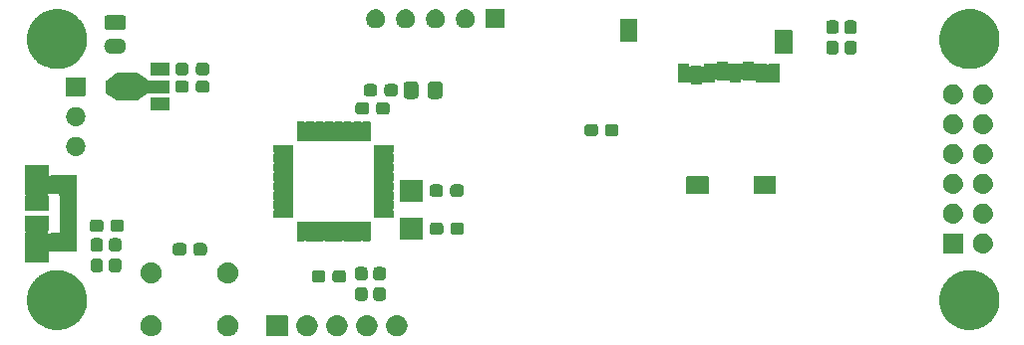
<source format=gts>
G04 #@! TF.GenerationSoftware,KiCad,Pcbnew,6.0.0-unknown-920f128~86~ubuntu18.04.1*
G04 #@! TF.CreationDate,2019-07-18T19:12:06-04:00*
G04 #@! TF.ProjectId,Femtosat,46656d74-6f73-4617-942e-6b696361645f,rev?*
G04 #@! TF.SameCoordinates,Original*
G04 #@! TF.FileFunction,Soldermask,Top*
G04 #@! TF.FilePolarity,Negative*
%FSLAX46Y46*%
G04 Gerber Fmt 4.6, Leading zero omitted, Abs format (unit mm)*
G04 Created by KiCad (PCBNEW 6.0.0-unknown-920f128~86~ubuntu18.04.1) date 2019-07-18 19:12:06*
%MOMM*%
%LPD*%
G04 APERTURE LIST*
%ADD10C,0.100000*%
G04 APERTURE END LIST*
D10*
G36*
X97099902Y-67699283D02*
G01*
X97144637Y-67699595D01*
X97188460Y-67708590D01*
X97238360Y-67713835D01*
X97280132Y-67727408D01*
X97317723Y-67735124D01*
X97364851Y-67754935D01*
X97418488Y-67772363D01*
X97451099Y-67791191D01*
X97480614Y-67803598D01*
X97528301Y-67835763D01*
X97582511Y-67867061D01*
X97605826Y-67888054D01*
X97627101Y-67902404D01*
X97672183Y-67947802D01*
X97723261Y-67993793D01*
X97738003Y-68014083D01*
X97751608Y-68027784D01*
X97790643Y-68086537D01*
X97834586Y-68147019D01*
X97842221Y-68164168D01*
X97849388Y-68174955D01*
X97878865Y-68246472D01*
X97911621Y-68320042D01*
X97914211Y-68332225D01*
X97916724Y-68338323D01*
X97933292Y-68421997D01*
X97950999Y-68505301D01*
X97950999Y-68694699D01*
X97948115Y-68708269D01*
X97948030Y-68714331D01*
X97929342Y-68796585D01*
X97911621Y-68879958D01*
X97909129Y-68885555D01*
X97909078Y-68885780D01*
X97837210Y-69047197D01*
X97837078Y-69047385D01*
X97834586Y-69052981D01*
X97784480Y-69121946D01*
X97735357Y-69191582D01*
X97730585Y-69196126D01*
X97723261Y-69206207D01*
X97663396Y-69260110D01*
X97607396Y-69313438D01*
X97596464Y-69320376D01*
X97582511Y-69332939D01*
X97517764Y-69370321D01*
X97458211Y-69408114D01*
X97440209Y-69415097D01*
X97418488Y-69427637D01*
X97353115Y-69448878D01*
X97293468Y-69472014D01*
X97268200Y-69476469D01*
X97238360Y-69486165D01*
X97176095Y-69492709D01*
X97119460Y-69502695D01*
X97087459Y-69502025D01*
X97050000Y-69505962D01*
X96993902Y-69500066D01*
X96942799Y-69498996D01*
X96905323Y-69490756D01*
X96861640Y-69486165D01*
X96813917Y-69470659D01*
X96770225Y-69461052D01*
X96729230Y-69443142D01*
X96681512Y-69427637D01*
X96643473Y-69405675D01*
X96608310Y-69390313D01*
X96566337Y-69361141D01*
X96517489Y-69332939D01*
X96489504Y-69307741D01*
X96463215Y-69289470D01*
X96423257Y-69248092D01*
X96376739Y-69206207D01*
X96358296Y-69180823D01*
X96340473Y-69162366D01*
X96305821Y-69108597D01*
X96265414Y-69052981D01*
X96255212Y-69030066D01*
X96244754Y-69013839D01*
X96218789Y-68948261D01*
X96188379Y-68879958D01*
X96184476Y-68861596D01*
X96179707Y-68849551D01*
X96165740Y-68773448D01*
X96149001Y-68694699D01*
X96149001Y-68682246D01*
X96147811Y-68675762D01*
X96149001Y-68590535D01*
X96149001Y-68505301D01*
X96150275Y-68499308D01*
X96150278Y-68499077D01*
X96187015Y-68326246D01*
X96187105Y-68326036D01*
X96188379Y-68320042D01*
X96223042Y-68242188D01*
X96256622Y-68163839D01*
X96260348Y-68158397D01*
X96265414Y-68147019D01*
X96312746Y-68081872D01*
X96356452Y-68018041D01*
X96365706Y-68008979D01*
X96376739Y-67993793D01*
X96432297Y-67943769D01*
X96482693Y-67894417D01*
X96498848Y-67883846D01*
X96517489Y-67867061D01*
X96577026Y-67832687D01*
X96630551Y-67797662D01*
X96654340Y-67788050D01*
X96681512Y-67772363D01*
X96741045Y-67753019D01*
X96794376Y-67731472D01*
X96825820Y-67725474D01*
X96861640Y-67713835D01*
X96917744Y-67707938D01*
X96967945Y-67698362D01*
X97006312Y-67698630D01*
X97050000Y-67694038D01*
X97099902Y-67699283D01*
X97099902Y-67699283D01*
G37*
G36*
X103599902Y-67699283D02*
G01*
X103644637Y-67699595D01*
X103688460Y-67708590D01*
X103738360Y-67713835D01*
X103780132Y-67727408D01*
X103817723Y-67735124D01*
X103864851Y-67754935D01*
X103918488Y-67772363D01*
X103951099Y-67791191D01*
X103980614Y-67803598D01*
X104028301Y-67835763D01*
X104082511Y-67867061D01*
X104105826Y-67888054D01*
X104127101Y-67902404D01*
X104172183Y-67947802D01*
X104223261Y-67993793D01*
X104238003Y-68014083D01*
X104251608Y-68027784D01*
X104290643Y-68086537D01*
X104334586Y-68147019D01*
X104342221Y-68164168D01*
X104349388Y-68174955D01*
X104378865Y-68246472D01*
X104411621Y-68320042D01*
X104414211Y-68332225D01*
X104416724Y-68338323D01*
X104433292Y-68421997D01*
X104450999Y-68505301D01*
X104450999Y-68694699D01*
X104448115Y-68708269D01*
X104448030Y-68714331D01*
X104429342Y-68796585D01*
X104411621Y-68879958D01*
X104409129Y-68885555D01*
X104409078Y-68885780D01*
X104337210Y-69047197D01*
X104337078Y-69047385D01*
X104334586Y-69052981D01*
X104284480Y-69121946D01*
X104235357Y-69191582D01*
X104230585Y-69196126D01*
X104223261Y-69206207D01*
X104163396Y-69260110D01*
X104107396Y-69313438D01*
X104096464Y-69320376D01*
X104082511Y-69332939D01*
X104017764Y-69370321D01*
X103958211Y-69408114D01*
X103940209Y-69415097D01*
X103918488Y-69427637D01*
X103853115Y-69448878D01*
X103793468Y-69472014D01*
X103768200Y-69476469D01*
X103738360Y-69486165D01*
X103676095Y-69492709D01*
X103619460Y-69502695D01*
X103587459Y-69502025D01*
X103550000Y-69505962D01*
X103493902Y-69500066D01*
X103442799Y-69498996D01*
X103405323Y-69490756D01*
X103361640Y-69486165D01*
X103313917Y-69470659D01*
X103270225Y-69461052D01*
X103229230Y-69443142D01*
X103181512Y-69427637D01*
X103143473Y-69405675D01*
X103108310Y-69390313D01*
X103066337Y-69361141D01*
X103017489Y-69332939D01*
X102989504Y-69307741D01*
X102963215Y-69289470D01*
X102923257Y-69248092D01*
X102876739Y-69206207D01*
X102858296Y-69180823D01*
X102840473Y-69162366D01*
X102805821Y-69108597D01*
X102765414Y-69052981D01*
X102755212Y-69030066D01*
X102744754Y-69013839D01*
X102718789Y-68948261D01*
X102688379Y-68879958D01*
X102684476Y-68861596D01*
X102679707Y-68849551D01*
X102665740Y-68773448D01*
X102649001Y-68694699D01*
X102649001Y-68682246D01*
X102647811Y-68675762D01*
X102649001Y-68590535D01*
X102649001Y-68505301D01*
X102650275Y-68499308D01*
X102650278Y-68499077D01*
X102687015Y-68326246D01*
X102687105Y-68326036D01*
X102688379Y-68320042D01*
X102723042Y-68242188D01*
X102756622Y-68163839D01*
X102760348Y-68158397D01*
X102765414Y-68147019D01*
X102812746Y-68081872D01*
X102856452Y-68018041D01*
X102865706Y-68008979D01*
X102876739Y-67993793D01*
X102932297Y-67943769D01*
X102982693Y-67894417D01*
X102998848Y-67883846D01*
X103017489Y-67867061D01*
X103077026Y-67832687D01*
X103130551Y-67797662D01*
X103154340Y-67788050D01*
X103181512Y-67772363D01*
X103241045Y-67753019D01*
X103294376Y-67731472D01*
X103325820Y-67725474D01*
X103361640Y-67713835D01*
X103417744Y-67707938D01*
X103467945Y-67698362D01*
X103506312Y-67698630D01*
X103550000Y-67694038D01*
X103599902Y-67699283D01*
X103599902Y-67699283D01*
G37*
G36*
X108619899Y-67701959D02*
G01*
X108636769Y-67713231D01*
X108648041Y-67730101D01*
X108654448Y-67762312D01*
X108654448Y-69437688D01*
X108651999Y-69450000D01*
X108648041Y-69469899D01*
X108636769Y-69486769D01*
X108619899Y-69498041D01*
X108600000Y-69501999D01*
X108587688Y-69504448D01*
X106912312Y-69504448D01*
X106880101Y-69498041D01*
X106863231Y-69486769D01*
X106851959Y-69469899D01*
X106845552Y-69437688D01*
X106845552Y-67762312D01*
X106851959Y-67730101D01*
X106863231Y-67713231D01*
X106880101Y-67701959D01*
X106912312Y-67695552D01*
X108587688Y-67695552D01*
X108619899Y-67701959D01*
X108619899Y-67701959D01*
G37*
G36*
X113018360Y-67713835D02*
G01*
X113099397Y-67740166D01*
X113186663Y-67767848D01*
X113189655Y-67769493D01*
X113198488Y-67772363D01*
X113270466Y-67813919D01*
X113341499Y-67852970D01*
X113348986Y-67859253D01*
X113362511Y-67867061D01*
X113420259Y-67919057D01*
X113476857Y-67966549D01*
X113486962Y-67979118D01*
X113503261Y-67993793D01*
X113545454Y-68051867D01*
X113587579Y-68104260D01*
X113597994Y-68124182D01*
X113614586Y-68147019D01*
X113641297Y-68207012D01*
X113669439Y-68260843D01*
X113677582Y-68288510D01*
X113691621Y-68320042D01*
X113703992Y-68378241D01*
X113719328Y-68430349D01*
X113722518Y-68465401D01*
X113730999Y-68505301D01*
X113730999Y-68558592D01*
X113735343Y-68606324D01*
X113730999Y-68647653D01*
X113730999Y-68694699D01*
X113721217Y-68740721D01*
X113716873Y-68782047D01*
X113702702Y-68827827D01*
X113691621Y-68879958D01*
X113675028Y-68917226D01*
X113664622Y-68950843D01*
X113638789Y-68998620D01*
X113614586Y-69052981D01*
X113594298Y-69080905D01*
X113580580Y-69106276D01*
X113541859Y-69153082D01*
X113503261Y-69206207D01*
X113482284Y-69225095D01*
X113467952Y-69242419D01*
X113415845Y-69284917D01*
X113362511Y-69332939D01*
X113343524Y-69343901D01*
X113331025Y-69354095D01*
X113265780Y-69388786D01*
X113198488Y-69427637D01*
X113183636Y-69432463D01*
X113175003Y-69437053D01*
X113097430Y-69460473D01*
X113018360Y-69486165D01*
X113009114Y-69487137D01*
X113005851Y-69488122D01*
X112914710Y-69497059D01*
X112877211Y-69501000D01*
X112782789Y-69501000D01*
X112641640Y-69486165D01*
X112560603Y-69459834D01*
X112473337Y-69432152D01*
X112470345Y-69430507D01*
X112461512Y-69427637D01*
X112389534Y-69386081D01*
X112318501Y-69347030D01*
X112311014Y-69340747D01*
X112297489Y-69332939D01*
X112239741Y-69280943D01*
X112183143Y-69233451D01*
X112173038Y-69220882D01*
X112156739Y-69206207D01*
X112114546Y-69148133D01*
X112072421Y-69095740D01*
X112062006Y-69075818D01*
X112045414Y-69052981D01*
X112018703Y-68992988D01*
X111990561Y-68939157D01*
X111982418Y-68911490D01*
X111968379Y-68879958D01*
X111956008Y-68821759D01*
X111940672Y-68769651D01*
X111937482Y-68734599D01*
X111929001Y-68694699D01*
X111929001Y-68641408D01*
X111924657Y-68593676D01*
X111929001Y-68552347D01*
X111929001Y-68505301D01*
X111938783Y-68459279D01*
X111943127Y-68417953D01*
X111957298Y-68372173D01*
X111968379Y-68320042D01*
X111984972Y-68282774D01*
X111995378Y-68249157D01*
X112021211Y-68201380D01*
X112045414Y-68147019D01*
X112065702Y-68119095D01*
X112079420Y-68093724D01*
X112118141Y-68046918D01*
X112156739Y-67993793D01*
X112177716Y-67974905D01*
X112192048Y-67957581D01*
X112244155Y-67915083D01*
X112297489Y-67867061D01*
X112316476Y-67856099D01*
X112328975Y-67845905D01*
X112394220Y-67811214D01*
X112461512Y-67772363D01*
X112476364Y-67767537D01*
X112484997Y-67762947D01*
X112562570Y-67739527D01*
X112641640Y-67713835D01*
X112650886Y-67712863D01*
X112654149Y-67711878D01*
X112745290Y-67702941D01*
X112782789Y-67699000D01*
X112877211Y-67699000D01*
X113018360Y-67713835D01*
X113018360Y-67713835D01*
G37*
G36*
X110478360Y-67713835D02*
G01*
X110559397Y-67740166D01*
X110646663Y-67767848D01*
X110649655Y-67769493D01*
X110658488Y-67772363D01*
X110730466Y-67813919D01*
X110801499Y-67852970D01*
X110808986Y-67859253D01*
X110822511Y-67867061D01*
X110880259Y-67919057D01*
X110936857Y-67966549D01*
X110946962Y-67979118D01*
X110963261Y-67993793D01*
X111005454Y-68051867D01*
X111047579Y-68104260D01*
X111057994Y-68124182D01*
X111074586Y-68147019D01*
X111101297Y-68207012D01*
X111129439Y-68260843D01*
X111137582Y-68288510D01*
X111151621Y-68320042D01*
X111163992Y-68378241D01*
X111179328Y-68430349D01*
X111182518Y-68465401D01*
X111190999Y-68505301D01*
X111190999Y-68558592D01*
X111195343Y-68606324D01*
X111190999Y-68647653D01*
X111190999Y-68694699D01*
X111181217Y-68740721D01*
X111176873Y-68782047D01*
X111162702Y-68827827D01*
X111151621Y-68879958D01*
X111135028Y-68917226D01*
X111124622Y-68950843D01*
X111098789Y-68998620D01*
X111074586Y-69052981D01*
X111054298Y-69080905D01*
X111040580Y-69106276D01*
X111001859Y-69153082D01*
X110963261Y-69206207D01*
X110942284Y-69225095D01*
X110927952Y-69242419D01*
X110875845Y-69284917D01*
X110822511Y-69332939D01*
X110803524Y-69343901D01*
X110791025Y-69354095D01*
X110725780Y-69388786D01*
X110658488Y-69427637D01*
X110643636Y-69432463D01*
X110635003Y-69437053D01*
X110557430Y-69460473D01*
X110478360Y-69486165D01*
X110469114Y-69487137D01*
X110465851Y-69488122D01*
X110374710Y-69497059D01*
X110337211Y-69501000D01*
X110242789Y-69501000D01*
X110101640Y-69486165D01*
X110020603Y-69459834D01*
X109933337Y-69432152D01*
X109930345Y-69430507D01*
X109921512Y-69427637D01*
X109849534Y-69386081D01*
X109778501Y-69347030D01*
X109771014Y-69340747D01*
X109757489Y-69332939D01*
X109699741Y-69280943D01*
X109643143Y-69233451D01*
X109633038Y-69220882D01*
X109616739Y-69206207D01*
X109574546Y-69148133D01*
X109532421Y-69095740D01*
X109522006Y-69075818D01*
X109505414Y-69052981D01*
X109478703Y-68992988D01*
X109450561Y-68939157D01*
X109442418Y-68911490D01*
X109428379Y-68879958D01*
X109416008Y-68821759D01*
X109400672Y-68769651D01*
X109397482Y-68734599D01*
X109389001Y-68694699D01*
X109389001Y-68641408D01*
X109384657Y-68593676D01*
X109389001Y-68552347D01*
X109389001Y-68505301D01*
X109398783Y-68459279D01*
X109403127Y-68417953D01*
X109417298Y-68372173D01*
X109428379Y-68320042D01*
X109444972Y-68282774D01*
X109455378Y-68249157D01*
X109481211Y-68201380D01*
X109505414Y-68147019D01*
X109525702Y-68119095D01*
X109539420Y-68093724D01*
X109578141Y-68046918D01*
X109616739Y-67993793D01*
X109637716Y-67974905D01*
X109652048Y-67957581D01*
X109704155Y-67915083D01*
X109757489Y-67867061D01*
X109776476Y-67856099D01*
X109788975Y-67845905D01*
X109854220Y-67811214D01*
X109921512Y-67772363D01*
X109936364Y-67767537D01*
X109944997Y-67762947D01*
X110022570Y-67739527D01*
X110101640Y-67713835D01*
X110110886Y-67712863D01*
X110114149Y-67711878D01*
X110205290Y-67702941D01*
X110242789Y-67699000D01*
X110337211Y-67699000D01*
X110478360Y-67713835D01*
X110478360Y-67713835D01*
G37*
G36*
X115558360Y-67713835D02*
G01*
X115639397Y-67740166D01*
X115726663Y-67767848D01*
X115729655Y-67769493D01*
X115738488Y-67772363D01*
X115810466Y-67813919D01*
X115881499Y-67852970D01*
X115888986Y-67859253D01*
X115902511Y-67867061D01*
X115960259Y-67919057D01*
X116016857Y-67966549D01*
X116026962Y-67979118D01*
X116043261Y-67993793D01*
X116085454Y-68051867D01*
X116127579Y-68104260D01*
X116137994Y-68124182D01*
X116154586Y-68147019D01*
X116181297Y-68207012D01*
X116209439Y-68260843D01*
X116217582Y-68288510D01*
X116231621Y-68320042D01*
X116243992Y-68378241D01*
X116259328Y-68430349D01*
X116262518Y-68465401D01*
X116270999Y-68505301D01*
X116270999Y-68558592D01*
X116275343Y-68606324D01*
X116270999Y-68647653D01*
X116270999Y-68694699D01*
X116261217Y-68740721D01*
X116256873Y-68782047D01*
X116242702Y-68827827D01*
X116231621Y-68879958D01*
X116215028Y-68917226D01*
X116204622Y-68950843D01*
X116178789Y-68998620D01*
X116154586Y-69052981D01*
X116134298Y-69080905D01*
X116120580Y-69106276D01*
X116081859Y-69153082D01*
X116043261Y-69206207D01*
X116022284Y-69225095D01*
X116007952Y-69242419D01*
X115955845Y-69284917D01*
X115902511Y-69332939D01*
X115883524Y-69343901D01*
X115871025Y-69354095D01*
X115805780Y-69388786D01*
X115738488Y-69427637D01*
X115723636Y-69432463D01*
X115715003Y-69437053D01*
X115637430Y-69460473D01*
X115558360Y-69486165D01*
X115549114Y-69487137D01*
X115545851Y-69488122D01*
X115454710Y-69497059D01*
X115417211Y-69501000D01*
X115322789Y-69501000D01*
X115181640Y-69486165D01*
X115100603Y-69459834D01*
X115013337Y-69432152D01*
X115010345Y-69430507D01*
X115001512Y-69427637D01*
X114929534Y-69386081D01*
X114858501Y-69347030D01*
X114851014Y-69340747D01*
X114837489Y-69332939D01*
X114779741Y-69280943D01*
X114723143Y-69233451D01*
X114713038Y-69220882D01*
X114696739Y-69206207D01*
X114654546Y-69148133D01*
X114612421Y-69095740D01*
X114602006Y-69075818D01*
X114585414Y-69052981D01*
X114558703Y-68992988D01*
X114530561Y-68939157D01*
X114522418Y-68911490D01*
X114508379Y-68879958D01*
X114496008Y-68821759D01*
X114480672Y-68769651D01*
X114477482Y-68734599D01*
X114469001Y-68694699D01*
X114469001Y-68641408D01*
X114464657Y-68593676D01*
X114469001Y-68552347D01*
X114469001Y-68505301D01*
X114478783Y-68459279D01*
X114483127Y-68417953D01*
X114497298Y-68372173D01*
X114508379Y-68320042D01*
X114524972Y-68282774D01*
X114535378Y-68249157D01*
X114561211Y-68201380D01*
X114585414Y-68147019D01*
X114605702Y-68119095D01*
X114619420Y-68093724D01*
X114658141Y-68046918D01*
X114696739Y-67993793D01*
X114717716Y-67974905D01*
X114732048Y-67957581D01*
X114784155Y-67915083D01*
X114837489Y-67867061D01*
X114856476Y-67856099D01*
X114868975Y-67845905D01*
X114934220Y-67811214D01*
X115001512Y-67772363D01*
X115016364Y-67767537D01*
X115024997Y-67762947D01*
X115102570Y-67739527D01*
X115181640Y-67713835D01*
X115190886Y-67712863D01*
X115194149Y-67711878D01*
X115285290Y-67702941D01*
X115322789Y-67699000D01*
X115417211Y-67699000D01*
X115558360Y-67713835D01*
X115558360Y-67713835D01*
G37*
G36*
X118098360Y-67713835D02*
G01*
X118179397Y-67740166D01*
X118266663Y-67767848D01*
X118269655Y-67769493D01*
X118278488Y-67772363D01*
X118350466Y-67813919D01*
X118421499Y-67852970D01*
X118428986Y-67859253D01*
X118442511Y-67867061D01*
X118500259Y-67919057D01*
X118556857Y-67966549D01*
X118566962Y-67979118D01*
X118583261Y-67993793D01*
X118625454Y-68051867D01*
X118667579Y-68104260D01*
X118677994Y-68124182D01*
X118694586Y-68147019D01*
X118721297Y-68207012D01*
X118749439Y-68260843D01*
X118757582Y-68288510D01*
X118771621Y-68320042D01*
X118783992Y-68378241D01*
X118799328Y-68430349D01*
X118802518Y-68465401D01*
X118810999Y-68505301D01*
X118810999Y-68558592D01*
X118815343Y-68606324D01*
X118810999Y-68647653D01*
X118810999Y-68694699D01*
X118801217Y-68740721D01*
X118796873Y-68782047D01*
X118782702Y-68827827D01*
X118771621Y-68879958D01*
X118755028Y-68917226D01*
X118744622Y-68950843D01*
X118718789Y-68998620D01*
X118694586Y-69052981D01*
X118674298Y-69080905D01*
X118660580Y-69106276D01*
X118621859Y-69153082D01*
X118583261Y-69206207D01*
X118562284Y-69225095D01*
X118547952Y-69242419D01*
X118495845Y-69284917D01*
X118442511Y-69332939D01*
X118423524Y-69343901D01*
X118411025Y-69354095D01*
X118345780Y-69388786D01*
X118278488Y-69427637D01*
X118263636Y-69432463D01*
X118255003Y-69437053D01*
X118177430Y-69460473D01*
X118098360Y-69486165D01*
X118089114Y-69487137D01*
X118085851Y-69488122D01*
X117994710Y-69497059D01*
X117957211Y-69501000D01*
X117862789Y-69501000D01*
X117721640Y-69486165D01*
X117640603Y-69459834D01*
X117553337Y-69432152D01*
X117550345Y-69430507D01*
X117541512Y-69427637D01*
X117469534Y-69386081D01*
X117398501Y-69347030D01*
X117391014Y-69340747D01*
X117377489Y-69332939D01*
X117319741Y-69280943D01*
X117263143Y-69233451D01*
X117253038Y-69220882D01*
X117236739Y-69206207D01*
X117194546Y-69148133D01*
X117152421Y-69095740D01*
X117142006Y-69075818D01*
X117125414Y-69052981D01*
X117098703Y-68992988D01*
X117070561Y-68939157D01*
X117062418Y-68911490D01*
X117048379Y-68879958D01*
X117036008Y-68821759D01*
X117020672Y-68769651D01*
X117017482Y-68734599D01*
X117009001Y-68694699D01*
X117009001Y-68641408D01*
X117004657Y-68593676D01*
X117009001Y-68552347D01*
X117009001Y-68505301D01*
X117018783Y-68459279D01*
X117023127Y-68417953D01*
X117037298Y-68372173D01*
X117048379Y-68320042D01*
X117064972Y-68282774D01*
X117075378Y-68249157D01*
X117101211Y-68201380D01*
X117125414Y-68147019D01*
X117145702Y-68119095D01*
X117159420Y-68093724D01*
X117198141Y-68046918D01*
X117236739Y-67993793D01*
X117257716Y-67974905D01*
X117272048Y-67957581D01*
X117324155Y-67915083D01*
X117377489Y-67867061D01*
X117396476Y-67856099D01*
X117408975Y-67845905D01*
X117474220Y-67811214D01*
X117541512Y-67772363D01*
X117556364Y-67767537D01*
X117564997Y-67762947D01*
X117642570Y-67739527D01*
X117721640Y-67713835D01*
X117730886Y-67712863D01*
X117734149Y-67711878D01*
X117825290Y-67702941D01*
X117862789Y-67699000D01*
X117957211Y-67699000D01*
X118098360Y-67713835D01*
X118098360Y-67713835D01*
G37*
G36*
X166601864Y-63877535D02*
G01*
X166656487Y-63876581D01*
X166760543Y-63887518D01*
X166865357Y-63894112D01*
X166916983Y-63903960D01*
X166966836Y-63909200D01*
X167073308Y-63933781D01*
X167180662Y-63954260D01*
X167226442Y-63969135D01*
X167270897Y-63979398D01*
X167377958Y-64018365D01*
X167485942Y-64053451D01*
X167525504Y-64072067D01*
X167564146Y-64086132D01*
X167669869Y-64140001D01*
X167776383Y-64190122D01*
X167809555Y-64211174D01*
X167842194Y-64227804D01*
X167944555Y-64296848D01*
X168047404Y-64362118D01*
X168074261Y-64384336D01*
X168100901Y-64402305D01*
X168197757Y-64486500D01*
X168294732Y-64566725D01*
X168315562Y-64588907D01*
X168336422Y-64607040D01*
X168425665Y-64706155D01*
X168514465Y-64800717D01*
X168529741Y-64821743D01*
X168545229Y-64838944D01*
X168624764Y-64952531D01*
X168703138Y-65060404D01*
X168713516Y-65079281D01*
X168724222Y-65094571D01*
X168791989Y-65222023D01*
X168857777Y-65341690D01*
X168864075Y-65357598D01*
X168870725Y-65370104D01*
X168924764Y-65510879D01*
X168975941Y-65640139D01*
X168979091Y-65652406D01*
X168982560Y-65661444D01*
X169021111Y-65816066D01*
X169055768Y-65951045D01*
X169056798Y-65959199D01*
X169058054Y-65964236D01*
X169079511Y-66138992D01*
X169095999Y-66269505D01*
X169095999Y-66590495D01*
X169085345Y-66674834D01*
X169084137Y-66720948D01*
X169067851Y-66813311D01*
X169055768Y-66908955D01*
X169040501Y-66968415D01*
X169030232Y-67026654D01*
X169000992Y-67122294D01*
X168975941Y-67219861D01*
X168954966Y-67272837D01*
X168938995Y-67325077D01*
X168896441Y-67420656D01*
X168857777Y-67518310D01*
X168832458Y-67564365D01*
X168812068Y-67610162D01*
X168755781Y-67703839D01*
X168703138Y-67799596D01*
X168674849Y-67838533D01*
X168651343Y-67877653D01*
X168581181Y-67967456D01*
X168514465Y-68059283D01*
X168484542Y-68091148D01*
X168459225Y-68123552D01*
X168375327Y-68207450D01*
X168294732Y-68293275D01*
X168264454Y-68318323D01*
X168238552Y-68344225D01*
X168141253Y-68420244D01*
X168047404Y-68497882D01*
X168017981Y-68516554D01*
X167992653Y-68536343D01*
X167882621Y-68602457D01*
X167776383Y-68669878D01*
X167748856Y-68682831D01*
X167725162Y-68697068D01*
X167603322Y-68751314D01*
X167485942Y-68806549D01*
X167461220Y-68814582D01*
X167440077Y-68823995D01*
X167307511Y-68864524D01*
X167180662Y-68905740D01*
X167159492Y-68909778D01*
X167141654Y-68915232D01*
X166999551Y-68940289D01*
X166865357Y-68965888D01*
X166848281Y-68966962D01*
X166834332Y-68969422D01*
X166683751Y-68977314D01*
X166545000Y-68986043D01*
X166532359Y-68985248D01*
X166522698Y-68985754D01*
X166363827Y-68974645D01*
X166224643Y-68965888D01*
X166216565Y-68964347D01*
X166211387Y-68963985D01*
X166038581Y-68930394D01*
X165909338Y-68905740D01*
X165905753Y-68904575D01*
X165905068Y-68904442D01*
X165608274Y-68808008D01*
X165607644Y-68807714D01*
X165604058Y-68806549D01*
X165484856Y-68750457D01*
X165325454Y-68676126D01*
X165321061Y-68673381D01*
X165313617Y-68669878D01*
X165195860Y-68595147D01*
X165060808Y-68510757D01*
X165053288Y-68504667D01*
X165042596Y-68497882D01*
X164935514Y-68409297D01*
X164818298Y-68314377D01*
X164808455Y-68304184D01*
X164795268Y-68293275D01*
X164701744Y-68193682D01*
X164601514Y-68089891D01*
X164590287Y-68074992D01*
X164575535Y-68059283D01*
X164497157Y-67951405D01*
X164413711Y-67840668D01*
X164402134Y-67820617D01*
X164386862Y-67799596D01*
X164324377Y-67685937D01*
X164257680Y-67570414D01*
X164246880Y-67544971D01*
X164232223Y-67518310D01*
X164185899Y-67401308D01*
X164135750Y-67283165D01*
X164126892Y-67252273D01*
X164114059Y-67219861D01*
X164083765Y-67101873D01*
X164049731Y-66983184D01*
X164044000Y-66946998D01*
X164034232Y-66908955D01*
X164019483Y-66792202D01*
X164000915Y-66674970D01*
X163999480Y-66633863D01*
X163994001Y-66590495D01*
X163994001Y-66476960D01*
X163990025Y-66363091D01*
X163994001Y-66317644D01*
X163994001Y-66269505D01*
X164007698Y-66161081D01*
X164017222Y-66052221D01*
X164027646Y-66003182D01*
X164034232Y-65951045D01*
X164060346Y-65849338D01*
X164082102Y-65746983D01*
X164099891Y-65695320D01*
X164114059Y-65640139D01*
X164151136Y-65546493D01*
X164183702Y-65451914D01*
X164209629Y-65398755D01*
X164232223Y-65341690D01*
X164278659Y-65257224D01*
X164320499Y-65171439D01*
X164355173Y-65118046D01*
X164386862Y-65060404D01*
X164440969Y-64985932D01*
X164490459Y-64909724D01*
X164534277Y-64857504D01*
X164575535Y-64800717D01*
X164635587Y-64736768D01*
X164691051Y-64670669D01*
X164744201Y-64621105D01*
X164795268Y-64566725D01*
X164859499Y-64513589D01*
X164919281Y-64457841D01*
X164981746Y-64412458D01*
X165042596Y-64362118D01*
X165109274Y-64319803D01*
X165171739Y-64274419D01*
X165243232Y-64234790D01*
X165313617Y-64190122D01*
X165381119Y-64158358D01*
X165444683Y-64123124D01*
X165524683Y-64090802D01*
X165604058Y-64053451D01*
X165670822Y-64031758D01*
X165734014Y-64006227D01*
X165821764Y-63982714D01*
X165909338Y-63954260D01*
X165973970Y-63941931D01*
X166035443Y-63925459D01*
X166129923Y-63912181D01*
X166224643Y-63894112D01*
X166285926Y-63890256D01*
X166344475Y-63882028D01*
X166444458Y-63880283D01*
X166545000Y-63873957D01*
X166601864Y-63877535D01*
X166601864Y-63877535D01*
G37*
G36*
X89121864Y-63877535D02*
G01*
X89176487Y-63876581D01*
X89280543Y-63887518D01*
X89385357Y-63894112D01*
X89436983Y-63903960D01*
X89486836Y-63909200D01*
X89593308Y-63933781D01*
X89700662Y-63954260D01*
X89746442Y-63969135D01*
X89790897Y-63979398D01*
X89897958Y-64018365D01*
X90005942Y-64053451D01*
X90045504Y-64072067D01*
X90084146Y-64086132D01*
X90189869Y-64140001D01*
X90296383Y-64190122D01*
X90329555Y-64211174D01*
X90362194Y-64227804D01*
X90464555Y-64296848D01*
X90567404Y-64362118D01*
X90594261Y-64384336D01*
X90620901Y-64402305D01*
X90717757Y-64486500D01*
X90814732Y-64566725D01*
X90835562Y-64588907D01*
X90856422Y-64607040D01*
X90945665Y-64706155D01*
X91034465Y-64800717D01*
X91049741Y-64821743D01*
X91065229Y-64838944D01*
X91144764Y-64952531D01*
X91223138Y-65060404D01*
X91233516Y-65079281D01*
X91244222Y-65094571D01*
X91311989Y-65222023D01*
X91377777Y-65341690D01*
X91384075Y-65357598D01*
X91390725Y-65370104D01*
X91444764Y-65510879D01*
X91495941Y-65640139D01*
X91499091Y-65652406D01*
X91502560Y-65661444D01*
X91541111Y-65816066D01*
X91575768Y-65951045D01*
X91576798Y-65959199D01*
X91578054Y-65964236D01*
X91599511Y-66138992D01*
X91615999Y-66269505D01*
X91615999Y-66590495D01*
X91605345Y-66674834D01*
X91604137Y-66720948D01*
X91587851Y-66813311D01*
X91575768Y-66908955D01*
X91560501Y-66968415D01*
X91550232Y-67026654D01*
X91520992Y-67122294D01*
X91495941Y-67219861D01*
X91474966Y-67272837D01*
X91458995Y-67325077D01*
X91416441Y-67420656D01*
X91377777Y-67518310D01*
X91352458Y-67564365D01*
X91332068Y-67610162D01*
X91275781Y-67703839D01*
X91223138Y-67799596D01*
X91194849Y-67838533D01*
X91171343Y-67877653D01*
X91101181Y-67967456D01*
X91034465Y-68059283D01*
X91004542Y-68091148D01*
X90979225Y-68123552D01*
X90895327Y-68207450D01*
X90814732Y-68293275D01*
X90784454Y-68318323D01*
X90758552Y-68344225D01*
X90661253Y-68420244D01*
X90567404Y-68497882D01*
X90537981Y-68516554D01*
X90512653Y-68536343D01*
X90402621Y-68602457D01*
X90296383Y-68669878D01*
X90268856Y-68682831D01*
X90245162Y-68697068D01*
X90123322Y-68751314D01*
X90005942Y-68806549D01*
X89981220Y-68814582D01*
X89960077Y-68823995D01*
X89827511Y-68864524D01*
X89700662Y-68905740D01*
X89679492Y-68909778D01*
X89661654Y-68915232D01*
X89519551Y-68940289D01*
X89385357Y-68965888D01*
X89368281Y-68966962D01*
X89354332Y-68969422D01*
X89203751Y-68977314D01*
X89065000Y-68986043D01*
X89052359Y-68985248D01*
X89042698Y-68985754D01*
X88883827Y-68974645D01*
X88744643Y-68965888D01*
X88736565Y-68964347D01*
X88731387Y-68963985D01*
X88558581Y-68930394D01*
X88429338Y-68905740D01*
X88425753Y-68904575D01*
X88425068Y-68904442D01*
X88128274Y-68808008D01*
X88127644Y-68807714D01*
X88124058Y-68806549D01*
X88004856Y-68750457D01*
X87845454Y-68676126D01*
X87841061Y-68673381D01*
X87833617Y-68669878D01*
X87715860Y-68595147D01*
X87580808Y-68510757D01*
X87573288Y-68504667D01*
X87562596Y-68497882D01*
X87455514Y-68409297D01*
X87338298Y-68314377D01*
X87328455Y-68304184D01*
X87315268Y-68293275D01*
X87221744Y-68193682D01*
X87121514Y-68089891D01*
X87110287Y-68074992D01*
X87095535Y-68059283D01*
X87017157Y-67951405D01*
X86933711Y-67840668D01*
X86922134Y-67820617D01*
X86906862Y-67799596D01*
X86844377Y-67685937D01*
X86777680Y-67570414D01*
X86766880Y-67544971D01*
X86752223Y-67518310D01*
X86705899Y-67401308D01*
X86655750Y-67283165D01*
X86646892Y-67252273D01*
X86634059Y-67219861D01*
X86603765Y-67101873D01*
X86569731Y-66983184D01*
X86564000Y-66946998D01*
X86554232Y-66908955D01*
X86539483Y-66792202D01*
X86520915Y-66674970D01*
X86519480Y-66633863D01*
X86514001Y-66590495D01*
X86514001Y-66476960D01*
X86510025Y-66363091D01*
X86514001Y-66317644D01*
X86514001Y-66269505D01*
X86527698Y-66161081D01*
X86537222Y-66052221D01*
X86547646Y-66003182D01*
X86554232Y-65951045D01*
X86580346Y-65849338D01*
X86602102Y-65746983D01*
X86619891Y-65695320D01*
X86634059Y-65640139D01*
X86671136Y-65546493D01*
X86703702Y-65451914D01*
X86729629Y-65398755D01*
X86752223Y-65341690D01*
X86798659Y-65257224D01*
X86840499Y-65171439D01*
X86875173Y-65118046D01*
X86906862Y-65060404D01*
X86960969Y-64985932D01*
X87010459Y-64909724D01*
X87054277Y-64857504D01*
X87095535Y-64800717D01*
X87155587Y-64736768D01*
X87211051Y-64670669D01*
X87264201Y-64621105D01*
X87315268Y-64566725D01*
X87379499Y-64513589D01*
X87439281Y-64457841D01*
X87501746Y-64412458D01*
X87562596Y-64362118D01*
X87629274Y-64319803D01*
X87691739Y-64274419D01*
X87763232Y-64234790D01*
X87833617Y-64190122D01*
X87901119Y-64158358D01*
X87964683Y-64123124D01*
X88044683Y-64090802D01*
X88124058Y-64053451D01*
X88190822Y-64031758D01*
X88254014Y-64006227D01*
X88341764Y-63982714D01*
X88429338Y-63954260D01*
X88493970Y-63941931D01*
X88555443Y-63925459D01*
X88649923Y-63912181D01*
X88744643Y-63894112D01*
X88805926Y-63890256D01*
X88864475Y-63882028D01*
X88964458Y-63880283D01*
X89065000Y-63873957D01*
X89121864Y-63877535D01*
X89121864Y-63877535D01*
G37*
G36*
X115132980Y-65348117D02*
G01*
X115133386Y-65348117D01*
X115135637Y-65348538D01*
X115224801Y-65362660D01*
X115232691Y-65366680D01*
X115239409Y-65367936D01*
X115259176Y-65380175D01*
X115306229Y-65404150D01*
X115319776Y-65417697D01*
X115331114Y-65424717D01*
X115344432Y-65442353D01*
X115370850Y-65468771D01*
X115384267Y-65495103D01*
X115396114Y-65510791D01*
X115399418Y-65524838D01*
X115412340Y-65550199D01*
X115426686Y-65640777D01*
X115426883Y-65641614D01*
X115426883Y-65642020D01*
X115428194Y-65650297D01*
X115428194Y-66199703D01*
X115426883Y-66207980D01*
X115426883Y-66208386D01*
X115426462Y-66210637D01*
X115412340Y-66299801D01*
X115408320Y-66307691D01*
X115407064Y-66314409D01*
X115394825Y-66334176D01*
X115370850Y-66381229D01*
X115357303Y-66394776D01*
X115350283Y-66406114D01*
X115332647Y-66419432D01*
X115306229Y-66445850D01*
X115279897Y-66459267D01*
X115264209Y-66471114D01*
X115250162Y-66474418D01*
X115224801Y-66487340D01*
X115134223Y-66501686D01*
X115133386Y-66501883D01*
X115132980Y-66501883D01*
X115124703Y-66503194D01*
X114675297Y-66503194D01*
X114667020Y-66501883D01*
X114666614Y-66501883D01*
X114664363Y-66501462D01*
X114575199Y-66487340D01*
X114567309Y-66483320D01*
X114560591Y-66482064D01*
X114540824Y-66469825D01*
X114493771Y-66445850D01*
X114480224Y-66432303D01*
X114468886Y-66425283D01*
X114455568Y-66407647D01*
X114429150Y-66381229D01*
X114415733Y-66354897D01*
X114403886Y-66339209D01*
X114400582Y-66325162D01*
X114387660Y-66299801D01*
X114373314Y-66209223D01*
X114373117Y-66208386D01*
X114373117Y-66207980D01*
X114371806Y-66199703D01*
X114371806Y-65650297D01*
X114373117Y-65642020D01*
X114373117Y-65641614D01*
X114373538Y-65639363D01*
X114387660Y-65550199D01*
X114391680Y-65542309D01*
X114392936Y-65535591D01*
X114405175Y-65515824D01*
X114429150Y-65468771D01*
X114442697Y-65455224D01*
X114449717Y-65443886D01*
X114467353Y-65430568D01*
X114493771Y-65404150D01*
X114520103Y-65390733D01*
X114535791Y-65378886D01*
X114549838Y-65375582D01*
X114575199Y-65362660D01*
X114665777Y-65348314D01*
X114666614Y-65348117D01*
X114667020Y-65348117D01*
X114675297Y-65346806D01*
X115124703Y-65346806D01*
X115132980Y-65348117D01*
X115132980Y-65348117D01*
G37*
G36*
X116682980Y-65348117D02*
G01*
X116683386Y-65348117D01*
X116685637Y-65348538D01*
X116774801Y-65362660D01*
X116782691Y-65366680D01*
X116789409Y-65367936D01*
X116809176Y-65380175D01*
X116856229Y-65404150D01*
X116869776Y-65417697D01*
X116881114Y-65424717D01*
X116894432Y-65442353D01*
X116920850Y-65468771D01*
X116934267Y-65495103D01*
X116946114Y-65510791D01*
X116949418Y-65524838D01*
X116962340Y-65550199D01*
X116976686Y-65640777D01*
X116976883Y-65641614D01*
X116976883Y-65642020D01*
X116978194Y-65650297D01*
X116978194Y-66199703D01*
X116976883Y-66207980D01*
X116976883Y-66208386D01*
X116976462Y-66210637D01*
X116962340Y-66299801D01*
X116958320Y-66307691D01*
X116957064Y-66314409D01*
X116944825Y-66334176D01*
X116920850Y-66381229D01*
X116907303Y-66394776D01*
X116900283Y-66406114D01*
X116882647Y-66419432D01*
X116856229Y-66445850D01*
X116829897Y-66459267D01*
X116814209Y-66471114D01*
X116800162Y-66474418D01*
X116774801Y-66487340D01*
X116684223Y-66501686D01*
X116683386Y-66501883D01*
X116682980Y-66501883D01*
X116674703Y-66503194D01*
X116225297Y-66503194D01*
X116217020Y-66501883D01*
X116216614Y-66501883D01*
X116214363Y-66501462D01*
X116125199Y-66487340D01*
X116117309Y-66483320D01*
X116110591Y-66482064D01*
X116090824Y-66469825D01*
X116043771Y-66445850D01*
X116030224Y-66432303D01*
X116018886Y-66425283D01*
X116005568Y-66407647D01*
X115979150Y-66381229D01*
X115965733Y-66354897D01*
X115953886Y-66339209D01*
X115950582Y-66325162D01*
X115937660Y-66299801D01*
X115923314Y-66209223D01*
X115923117Y-66208386D01*
X115923117Y-66207980D01*
X115921806Y-66199703D01*
X115921806Y-65650297D01*
X115923117Y-65642020D01*
X115923117Y-65641614D01*
X115923538Y-65639363D01*
X115937660Y-65550199D01*
X115941680Y-65542309D01*
X115942936Y-65535591D01*
X115955175Y-65515824D01*
X115979150Y-65468771D01*
X115992697Y-65455224D01*
X115999717Y-65443886D01*
X116017353Y-65430568D01*
X116043771Y-65404150D01*
X116070103Y-65390733D01*
X116085791Y-65378886D01*
X116099838Y-65375582D01*
X116125199Y-65362660D01*
X116215777Y-65348314D01*
X116216614Y-65348117D01*
X116217020Y-65348117D01*
X116225297Y-65346806D01*
X116674703Y-65346806D01*
X116682980Y-65348117D01*
X116682980Y-65348117D01*
G37*
G36*
X103599902Y-63199283D02*
G01*
X103644637Y-63199595D01*
X103688460Y-63208590D01*
X103738360Y-63213835D01*
X103780132Y-63227408D01*
X103817723Y-63235124D01*
X103864851Y-63254935D01*
X103918488Y-63272363D01*
X103951099Y-63291191D01*
X103980614Y-63303598D01*
X104028301Y-63335763D01*
X104082511Y-63367061D01*
X104105826Y-63388054D01*
X104127101Y-63402404D01*
X104172183Y-63447802D01*
X104223261Y-63493793D01*
X104238003Y-63514083D01*
X104251608Y-63527784D01*
X104290643Y-63586537D01*
X104334586Y-63647019D01*
X104342221Y-63664168D01*
X104349388Y-63674955D01*
X104378865Y-63746472D01*
X104411621Y-63820042D01*
X104414211Y-63832225D01*
X104416724Y-63838323D01*
X104433292Y-63921997D01*
X104450999Y-64005301D01*
X104450999Y-64194699D01*
X104448115Y-64208269D01*
X104448030Y-64214331D01*
X104429342Y-64296585D01*
X104411621Y-64379958D01*
X104409129Y-64385555D01*
X104409078Y-64385780D01*
X104337210Y-64547197D01*
X104337078Y-64547385D01*
X104334586Y-64552981D01*
X104284480Y-64621946D01*
X104235357Y-64691582D01*
X104230585Y-64696126D01*
X104223261Y-64706207D01*
X104163396Y-64760110D01*
X104107396Y-64813438D01*
X104096464Y-64820376D01*
X104082511Y-64832939D01*
X104017764Y-64870321D01*
X103958211Y-64908114D01*
X103940209Y-64915097D01*
X103918488Y-64927637D01*
X103853115Y-64948878D01*
X103793468Y-64972014D01*
X103768200Y-64976469D01*
X103738360Y-64986165D01*
X103676095Y-64992709D01*
X103619460Y-65002695D01*
X103587459Y-65002025D01*
X103550000Y-65005962D01*
X103493902Y-65000066D01*
X103442799Y-64998996D01*
X103405323Y-64990756D01*
X103361640Y-64986165D01*
X103313917Y-64970659D01*
X103270225Y-64961052D01*
X103229230Y-64943142D01*
X103181512Y-64927637D01*
X103143473Y-64905675D01*
X103108310Y-64890313D01*
X103066337Y-64861141D01*
X103017489Y-64832939D01*
X102989504Y-64807741D01*
X102963215Y-64789470D01*
X102923257Y-64748092D01*
X102876739Y-64706207D01*
X102858296Y-64680823D01*
X102840473Y-64662366D01*
X102805821Y-64608597D01*
X102765414Y-64552981D01*
X102755212Y-64530066D01*
X102744754Y-64513839D01*
X102718789Y-64448261D01*
X102688379Y-64379958D01*
X102684476Y-64361596D01*
X102679707Y-64349551D01*
X102665740Y-64273448D01*
X102649001Y-64194699D01*
X102649001Y-64182246D01*
X102647811Y-64175762D01*
X102649001Y-64090535D01*
X102649001Y-64005301D01*
X102650275Y-63999308D01*
X102650278Y-63999077D01*
X102687015Y-63826246D01*
X102687105Y-63826036D01*
X102688379Y-63820042D01*
X102723042Y-63742188D01*
X102756622Y-63663839D01*
X102760348Y-63658397D01*
X102765414Y-63647019D01*
X102812746Y-63581872D01*
X102856452Y-63518041D01*
X102865706Y-63508979D01*
X102876739Y-63493793D01*
X102932297Y-63443769D01*
X102982693Y-63394417D01*
X102998848Y-63383846D01*
X103017489Y-63367061D01*
X103077026Y-63332687D01*
X103130551Y-63297662D01*
X103154340Y-63288050D01*
X103181512Y-63272363D01*
X103241045Y-63253019D01*
X103294376Y-63231472D01*
X103325820Y-63225474D01*
X103361640Y-63213835D01*
X103417744Y-63207938D01*
X103467945Y-63198362D01*
X103506312Y-63198630D01*
X103550000Y-63194038D01*
X103599902Y-63199283D01*
X103599902Y-63199283D01*
G37*
G36*
X97099902Y-63199283D02*
G01*
X97144637Y-63199595D01*
X97188460Y-63208590D01*
X97238360Y-63213835D01*
X97280132Y-63227408D01*
X97317723Y-63235124D01*
X97364851Y-63254935D01*
X97418488Y-63272363D01*
X97451099Y-63291191D01*
X97480614Y-63303598D01*
X97528301Y-63335763D01*
X97582511Y-63367061D01*
X97605826Y-63388054D01*
X97627101Y-63402404D01*
X97672183Y-63447802D01*
X97723261Y-63493793D01*
X97738003Y-63514083D01*
X97751608Y-63527784D01*
X97790643Y-63586537D01*
X97834586Y-63647019D01*
X97842221Y-63664168D01*
X97849388Y-63674955D01*
X97878865Y-63746472D01*
X97911621Y-63820042D01*
X97914211Y-63832225D01*
X97916724Y-63838323D01*
X97933292Y-63921997D01*
X97950999Y-64005301D01*
X97950999Y-64194699D01*
X97948115Y-64208269D01*
X97948030Y-64214331D01*
X97929342Y-64296585D01*
X97911621Y-64379958D01*
X97909129Y-64385555D01*
X97909078Y-64385780D01*
X97837210Y-64547197D01*
X97837078Y-64547385D01*
X97834586Y-64552981D01*
X97784480Y-64621946D01*
X97735357Y-64691582D01*
X97730585Y-64696126D01*
X97723261Y-64706207D01*
X97663396Y-64760110D01*
X97607396Y-64813438D01*
X97596464Y-64820376D01*
X97582511Y-64832939D01*
X97517764Y-64870321D01*
X97458211Y-64908114D01*
X97440209Y-64915097D01*
X97418488Y-64927637D01*
X97353115Y-64948878D01*
X97293468Y-64972014D01*
X97268200Y-64976469D01*
X97238360Y-64986165D01*
X97176095Y-64992709D01*
X97119460Y-65002695D01*
X97087459Y-65002025D01*
X97050000Y-65005962D01*
X96993902Y-65000066D01*
X96942799Y-64998996D01*
X96905323Y-64990756D01*
X96861640Y-64986165D01*
X96813917Y-64970659D01*
X96770225Y-64961052D01*
X96729230Y-64943142D01*
X96681512Y-64927637D01*
X96643473Y-64905675D01*
X96608310Y-64890313D01*
X96566337Y-64861141D01*
X96517489Y-64832939D01*
X96489504Y-64807741D01*
X96463215Y-64789470D01*
X96423257Y-64748092D01*
X96376739Y-64706207D01*
X96358296Y-64680823D01*
X96340473Y-64662366D01*
X96305821Y-64608597D01*
X96265414Y-64552981D01*
X96255212Y-64530066D01*
X96244754Y-64513839D01*
X96218789Y-64448261D01*
X96188379Y-64379958D01*
X96184476Y-64361596D01*
X96179707Y-64349551D01*
X96165740Y-64273448D01*
X96149001Y-64194699D01*
X96149001Y-64182246D01*
X96147811Y-64175762D01*
X96149001Y-64090535D01*
X96149001Y-64005301D01*
X96150275Y-63999308D01*
X96150278Y-63999077D01*
X96187015Y-63826246D01*
X96187105Y-63826036D01*
X96188379Y-63820042D01*
X96223042Y-63742188D01*
X96256622Y-63663839D01*
X96260348Y-63658397D01*
X96265414Y-63647019D01*
X96312746Y-63581872D01*
X96356452Y-63518041D01*
X96365706Y-63508979D01*
X96376739Y-63493793D01*
X96432297Y-63443769D01*
X96482693Y-63394417D01*
X96498848Y-63383846D01*
X96517489Y-63367061D01*
X96577026Y-63332687D01*
X96630551Y-63297662D01*
X96654340Y-63288050D01*
X96681512Y-63272363D01*
X96741045Y-63253019D01*
X96794376Y-63231472D01*
X96825820Y-63225474D01*
X96861640Y-63213835D01*
X96917744Y-63207938D01*
X96967945Y-63198362D01*
X97006312Y-63198630D01*
X97050000Y-63194038D01*
X97099902Y-63199283D01*
X97099902Y-63199283D01*
G37*
G36*
X111557980Y-63873117D02*
G01*
X111558386Y-63873117D01*
X111560637Y-63873538D01*
X111649801Y-63887660D01*
X111657691Y-63891680D01*
X111664409Y-63892936D01*
X111684176Y-63905175D01*
X111731229Y-63929150D01*
X111744776Y-63942697D01*
X111756114Y-63949717D01*
X111769432Y-63967353D01*
X111795850Y-63993771D01*
X111809267Y-64020103D01*
X111821114Y-64035791D01*
X111824418Y-64049838D01*
X111837340Y-64075199D01*
X111851686Y-64165777D01*
X111851883Y-64166614D01*
X111851883Y-64167020D01*
X111853194Y-64175297D01*
X111853194Y-64624703D01*
X111851883Y-64632980D01*
X111851883Y-64633386D01*
X111851462Y-64635637D01*
X111837340Y-64724801D01*
X111833320Y-64732691D01*
X111832064Y-64739409D01*
X111819825Y-64759176D01*
X111795850Y-64806229D01*
X111782303Y-64819776D01*
X111775283Y-64831114D01*
X111757647Y-64844432D01*
X111731229Y-64870850D01*
X111704897Y-64884267D01*
X111689209Y-64896114D01*
X111675162Y-64899418D01*
X111649801Y-64912340D01*
X111559223Y-64926686D01*
X111558386Y-64926883D01*
X111557980Y-64926883D01*
X111549703Y-64928194D01*
X111000297Y-64928194D01*
X110992020Y-64926883D01*
X110991614Y-64926883D01*
X110989363Y-64926462D01*
X110900199Y-64912340D01*
X110892309Y-64908320D01*
X110885591Y-64907064D01*
X110865824Y-64894825D01*
X110818771Y-64870850D01*
X110805224Y-64857303D01*
X110793886Y-64850283D01*
X110780568Y-64832647D01*
X110754150Y-64806229D01*
X110740733Y-64779897D01*
X110728886Y-64764209D01*
X110725582Y-64750162D01*
X110712660Y-64724801D01*
X110698314Y-64634223D01*
X110698117Y-64633386D01*
X110698117Y-64632980D01*
X110696806Y-64624703D01*
X110696806Y-64175297D01*
X110698117Y-64167020D01*
X110698117Y-64166614D01*
X110698538Y-64164363D01*
X110712660Y-64075199D01*
X110716680Y-64067309D01*
X110717936Y-64060591D01*
X110730175Y-64040824D01*
X110754150Y-63993771D01*
X110767697Y-63980224D01*
X110774717Y-63968886D01*
X110792353Y-63955568D01*
X110818771Y-63929150D01*
X110845103Y-63915733D01*
X110860791Y-63903886D01*
X110874838Y-63900582D01*
X110900199Y-63887660D01*
X110990777Y-63873314D01*
X110991614Y-63873117D01*
X110992020Y-63873117D01*
X111000297Y-63871806D01*
X111549703Y-63871806D01*
X111557980Y-63873117D01*
X111557980Y-63873117D01*
G37*
G36*
X113307980Y-63873117D02*
G01*
X113308386Y-63873117D01*
X113310637Y-63873538D01*
X113399801Y-63887660D01*
X113407691Y-63891680D01*
X113414409Y-63892936D01*
X113434176Y-63905175D01*
X113481229Y-63929150D01*
X113494776Y-63942697D01*
X113506114Y-63949717D01*
X113519432Y-63967353D01*
X113545850Y-63993771D01*
X113559267Y-64020103D01*
X113571114Y-64035791D01*
X113574418Y-64049838D01*
X113587340Y-64075199D01*
X113601686Y-64165777D01*
X113601883Y-64166614D01*
X113601883Y-64167020D01*
X113603194Y-64175297D01*
X113603194Y-64624703D01*
X113601883Y-64632980D01*
X113601883Y-64633386D01*
X113601462Y-64635637D01*
X113587340Y-64724801D01*
X113583320Y-64732691D01*
X113582064Y-64739409D01*
X113569825Y-64759176D01*
X113545850Y-64806229D01*
X113532303Y-64819776D01*
X113525283Y-64831114D01*
X113507647Y-64844432D01*
X113481229Y-64870850D01*
X113454897Y-64884267D01*
X113439209Y-64896114D01*
X113425162Y-64899418D01*
X113399801Y-64912340D01*
X113309223Y-64926686D01*
X113308386Y-64926883D01*
X113307980Y-64926883D01*
X113299703Y-64928194D01*
X112750297Y-64928194D01*
X112742020Y-64926883D01*
X112741614Y-64926883D01*
X112739363Y-64926462D01*
X112650199Y-64912340D01*
X112642309Y-64908320D01*
X112635591Y-64907064D01*
X112615824Y-64894825D01*
X112568771Y-64870850D01*
X112555224Y-64857303D01*
X112543886Y-64850283D01*
X112530568Y-64832647D01*
X112504150Y-64806229D01*
X112490733Y-64779897D01*
X112478886Y-64764209D01*
X112475582Y-64750162D01*
X112462660Y-64724801D01*
X112448314Y-64634223D01*
X112448117Y-64633386D01*
X112448117Y-64632980D01*
X112446806Y-64624703D01*
X112446806Y-64175297D01*
X112448117Y-64167020D01*
X112448117Y-64166614D01*
X112448538Y-64164363D01*
X112462660Y-64075199D01*
X112466680Y-64067309D01*
X112467936Y-64060591D01*
X112480175Y-64040824D01*
X112504150Y-63993771D01*
X112517697Y-63980224D01*
X112524717Y-63968886D01*
X112542353Y-63955568D01*
X112568771Y-63929150D01*
X112595103Y-63915733D01*
X112610791Y-63903886D01*
X112624838Y-63900582D01*
X112650199Y-63887660D01*
X112740777Y-63873314D01*
X112741614Y-63873117D01*
X112742020Y-63873117D01*
X112750297Y-63871806D01*
X113299703Y-63871806D01*
X113307980Y-63873117D01*
X113307980Y-63873117D01*
G37*
G36*
X115132980Y-63598117D02*
G01*
X115133386Y-63598117D01*
X115135637Y-63598538D01*
X115224801Y-63612660D01*
X115232691Y-63616680D01*
X115239409Y-63617936D01*
X115259176Y-63630175D01*
X115306229Y-63654150D01*
X115319776Y-63667697D01*
X115331114Y-63674717D01*
X115344432Y-63692353D01*
X115370850Y-63718771D01*
X115384267Y-63745103D01*
X115396114Y-63760791D01*
X115399418Y-63774838D01*
X115412340Y-63800199D01*
X115426686Y-63890777D01*
X115426883Y-63891614D01*
X115426883Y-63892020D01*
X115428194Y-63900297D01*
X115428194Y-64449703D01*
X115426883Y-64457980D01*
X115426883Y-64458386D01*
X115426462Y-64460637D01*
X115412340Y-64549801D01*
X115408320Y-64557691D01*
X115407064Y-64564409D01*
X115394825Y-64584176D01*
X115370850Y-64631229D01*
X115357303Y-64644776D01*
X115350283Y-64656114D01*
X115332647Y-64669432D01*
X115306229Y-64695850D01*
X115279897Y-64709267D01*
X115264209Y-64721114D01*
X115250162Y-64724418D01*
X115224801Y-64737340D01*
X115134223Y-64751686D01*
X115133386Y-64751883D01*
X115132980Y-64751883D01*
X115124703Y-64753194D01*
X114675297Y-64753194D01*
X114667020Y-64751883D01*
X114666614Y-64751883D01*
X114664363Y-64751462D01*
X114575199Y-64737340D01*
X114567309Y-64733320D01*
X114560591Y-64732064D01*
X114540824Y-64719825D01*
X114493771Y-64695850D01*
X114480224Y-64682303D01*
X114468886Y-64675283D01*
X114455568Y-64657647D01*
X114429150Y-64631229D01*
X114415733Y-64604897D01*
X114403886Y-64589209D01*
X114400582Y-64575162D01*
X114387660Y-64549801D01*
X114373314Y-64459223D01*
X114373117Y-64458386D01*
X114373117Y-64457980D01*
X114371806Y-64449703D01*
X114371806Y-63900297D01*
X114373117Y-63892020D01*
X114373117Y-63891614D01*
X114373538Y-63889363D01*
X114387660Y-63800199D01*
X114391680Y-63792309D01*
X114392936Y-63785591D01*
X114405175Y-63765824D01*
X114429150Y-63718771D01*
X114442697Y-63705224D01*
X114449717Y-63693886D01*
X114467353Y-63680568D01*
X114493771Y-63654150D01*
X114520103Y-63640733D01*
X114535791Y-63628886D01*
X114549838Y-63625582D01*
X114575199Y-63612660D01*
X114665777Y-63598314D01*
X114666614Y-63598117D01*
X114667020Y-63598117D01*
X114675297Y-63596806D01*
X115124703Y-63596806D01*
X115132980Y-63598117D01*
X115132980Y-63598117D01*
G37*
G36*
X116682980Y-63598117D02*
G01*
X116683386Y-63598117D01*
X116685637Y-63598538D01*
X116774801Y-63612660D01*
X116782691Y-63616680D01*
X116789409Y-63617936D01*
X116809176Y-63630175D01*
X116856229Y-63654150D01*
X116869776Y-63667697D01*
X116881114Y-63674717D01*
X116894432Y-63692353D01*
X116920850Y-63718771D01*
X116934267Y-63745103D01*
X116946114Y-63760791D01*
X116949418Y-63774838D01*
X116962340Y-63800199D01*
X116976686Y-63890777D01*
X116976883Y-63891614D01*
X116976883Y-63892020D01*
X116978194Y-63900297D01*
X116978194Y-64449703D01*
X116976883Y-64457980D01*
X116976883Y-64458386D01*
X116976462Y-64460637D01*
X116962340Y-64549801D01*
X116958320Y-64557691D01*
X116957064Y-64564409D01*
X116944825Y-64584176D01*
X116920850Y-64631229D01*
X116907303Y-64644776D01*
X116900283Y-64656114D01*
X116882647Y-64669432D01*
X116856229Y-64695850D01*
X116829897Y-64709267D01*
X116814209Y-64721114D01*
X116800162Y-64724418D01*
X116774801Y-64737340D01*
X116684223Y-64751686D01*
X116683386Y-64751883D01*
X116682980Y-64751883D01*
X116674703Y-64753194D01*
X116225297Y-64753194D01*
X116217020Y-64751883D01*
X116216614Y-64751883D01*
X116214363Y-64751462D01*
X116125199Y-64737340D01*
X116117309Y-64733320D01*
X116110591Y-64732064D01*
X116090824Y-64719825D01*
X116043771Y-64695850D01*
X116030224Y-64682303D01*
X116018886Y-64675283D01*
X116005568Y-64657647D01*
X115979150Y-64631229D01*
X115965733Y-64604897D01*
X115953886Y-64589209D01*
X115950582Y-64575162D01*
X115937660Y-64549801D01*
X115923314Y-64459223D01*
X115923117Y-64458386D01*
X115923117Y-64457980D01*
X115921806Y-64449703D01*
X115921806Y-63900297D01*
X115923117Y-63892020D01*
X115923117Y-63891614D01*
X115923538Y-63889363D01*
X115937660Y-63800199D01*
X115941680Y-63792309D01*
X115942936Y-63785591D01*
X115955175Y-63765824D01*
X115979150Y-63718771D01*
X115992697Y-63705224D01*
X115999717Y-63693886D01*
X116017353Y-63680568D01*
X116043771Y-63654150D01*
X116070103Y-63640733D01*
X116085791Y-63628886D01*
X116099838Y-63625582D01*
X116125199Y-63612660D01*
X116215777Y-63598314D01*
X116216614Y-63598117D01*
X116217020Y-63598117D01*
X116225297Y-63596806D01*
X116674703Y-63596806D01*
X116682980Y-63598117D01*
X116682980Y-63598117D01*
G37*
G36*
X92682980Y-62898117D02*
G01*
X92683386Y-62898117D01*
X92685637Y-62898538D01*
X92774801Y-62912660D01*
X92782691Y-62916680D01*
X92789409Y-62917936D01*
X92809176Y-62930175D01*
X92856229Y-62954150D01*
X92869776Y-62967697D01*
X92881114Y-62974717D01*
X92894432Y-62992353D01*
X92920850Y-63018771D01*
X92934267Y-63045103D01*
X92946114Y-63060791D01*
X92949418Y-63074838D01*
X92962340Y-63100199D01*
X92976686Y-63190777D01*
X92976883Y-63191614D01*
X92976883Y-63192020D01*
X92978194Y-63200297D01*
X92978194Y-63749703D01*
X92976883Y-63757980D01*
X92976883Y-63758386D01*
X92976462Y-63760637D01*
X92962340Y-63849801D01*
X92958320Y-63857691D01*
X92957064Y-63864409D01*
X92944825Y-63884176D01*
X92920850Y-63931229D01*
X92907303Y-63944776D01*
X92900283Y-63956114D01*
X92882647Y-63969432D01*
X92856229Y-63995850D01*
X92829897Y-64009267D01*
X92814209Y-64021114D01*
X92800162Y-64024418D01*
X92774801Y-64037340D01*
X92684223Y-64051686D01*
X92683386Y-64051883D01*
X92682980Y-64051883D01*
X92674703Y-64053194D01*
X92225297Y-64053194D01*
X92217020Y-64051883D01*
X92216614Y-64051883D01*
X92214363Y-64051462D01*
X92125199Y-64037340D01*
X92117309Y-64033320D01*
X92110591Y-64032064D01*
X92090824Y-64019825D01*
X92043771Y-63995850D01*
X92030224Y-63982303D01*
X92018886Y-63975283D01*
X92005568Y-63957647D01*
X91979150Y-63931229D01*
X91965733Y-63904897D01*
X91953886Y-63889209D01*
X91950582Y-63875162D01*
X91937660Y-63849801D01*
X91923314Y-63759223D01*
X91923117Y-63758386D01*
X91923117Y-63757980D01*
X91921806Y-63749703D01*
X91921806Y-63200297D01*
X91923117Y-63192020D01*
X91923117Y-63191614D01*
X91923538Y-63189363D01*
X91937660Y-63100199D01*
X91941680Y-63092309D01*
X91942936Y-63085591D01*
X91955175Y-63065824D01*
X91979150Y-63018771D01*
X91992697Y-63005224D01*
X91999717Y-62993886D01*
X92017353Y-62980568D01*
X92043771Y-62954150D01*
X92070103Y-62940733D01*
X92085791Y-62928886D01*
X92099838Y-62925582D01*
X92125199Y-62912660D01*
X92215777Y-62898314D01*
X92216614Y-62898117D01*
X92217020Y-62898117D01*
X92225297Y-62896806D01*
X92674703Y-62896806D01*
X92682980Y-62898117D01*
X92682980Y-62898117D01*
G37*
G36*
X94232980Y-62898117D02*
G01*
X94233386Y-62898117D01*
X94235637Y-62898538D01*
X94324801Y-62912660D01*
X94332691Y-62916680D01*
X94339409Y-62917936D01*
X94359176Y-62930175D01*
X94406229Y-62954150D01*
X94419776Y-62967697D01*
X94431114Y-62974717D01*
X94444432Y-62992353D01*
X94470850Y-63018771D01*
X94484267Y-63045103D01*
X94496114Y-63060791D01*
X94499418Y-63074838D01*
X94512340Y-63100199D01*
X94526686Y-63190777D01*
X94526883Y-63191614D01*
X94526883Y-63192020D01*
X94528194Y-63200297D01*
X94528194Y-63749703D01*
X94526883Y-63757980D01*
X94526883Y-63758386D01*
X94526462Y-63760637D01*
X94512340Y-63849801D01*
X94508320Y-63857691D01*
X94507064Y-63864409D01*
X94494825Y-63884176D01*
X94470850Y-63931229D01*
X94457303Y-63944776D01*
X94450283Y-63956114D01*
X94432647Y-63969432D01*
X94406229Y-63995850D01*
X94379897Y-64009267D01*
X94364209Y-64021114D01*
X94350162Y-64024418D01*
X94324801Y-64037340D01*
X94234223Y-64051686D01*
X94233386Y-64051883D01*
X94232980Y-64051883D01*
X94224703Y-64053194D01*
X93775297Y-64053194D01*
X93767020Y-64051883D01*
X93766614Y-64051883D01*
X93764363Y-64051462D01*
X93675199Y-64037340D01*
X93667309Y-64033320D01*
X93660591Y-64032064D01*
X93640824Y-64019825D01*
X93593771Y-63995850D01*
X93580224Y-63982303D01*
X93568886Y-63975283D01*
X93555568Y-63957647D01*
X93529150Y-63931229D01*
X93515733Y-63904897D01*
X93503886Y-63889209D01*
X93500582Y-63875162D01*
X93487660Y-63849801D01*
X93473314Y-63759223D01*
X93473117Y-63758386D01*
X93473117Y-63757980D01*
X93471806Y-63749703D01*
X93471806Y-63200297D01*
X93473117Y-63192020D01*
X93473117Y-63191614D01*
X93473538Y-63189363D01*
X93487660Y-63100199D01*
X93491680Y-63092309D01*
X93492936Y-63085591D01*
X93505175Y-63065824D01*
X93529150Y-63018771D01*
X93542697Y-63005224D01*
X93549717Y-62993886D01*
X93567353Y-62980568D01*
X93593771Y-62954150D01*
X93620103Y-62940733D01*
X93635791Y-62928886D01*
X93649838Y-62925582D01*
X93675199Y-62912660D01*
X93765777Y-62898314D01*
X93766614Y-62898117D01*
X93767020Y-62898117D01*
X93775297Y-62896806D01*
X94224703Y-62896806D01*
X94232980Y-62898117D01*
X94232980Y-62898117D01*
G37*
G36*
X88319899Y-54904459D02*
G01*
X88336769Y-54915731D01*
X88348041Y-54932601D01*
X88354448Y-54964812D01*
X88354448Y-55718879D01*
X88374291Y-55786459D01*
X88427521Y-55832582D01*
X88497236Y-55842606D01*
X88548892Y-55822812D01*
X88580100Y-55801959D01*
X88612312Y-55795552D01*
X90687688Y-55795552D01*
X90719899Y-55801959D01*
X90736769Y-55813231D01*
X90748041Y-55830101D01*
X90754448Y-55862312D01*
X90754448Y-57312688D01*
X90748041Y-57344900D01*
X90740921Y-57355555D01*
X90719875Y-57422770D01*
X90740921Y-57494445D01*
X90748041Y-57505100D01*
X90754448Y-57537312D01*
X90754448Y-57962688D01*
X90748041Y-57994900D01*
X90740921Y-58005555D01*
X90719875Y-58072770D01*
X90740921Y-58144445D01*
X90748041Y-58155100D01*
X90754448Y-58187312D01*
X90754448Y-58612688D01*
X90748041Y-58644900D01*
X90740921Y-58655555D01*
X90719875Y-58722770D01*
X90740921Y-58794445D01*
X90748041Y-58805100D01*
X90754448Y-58837312D01*
X90754448Y-59262688D01*
X90748041Y-59294900D01*
X90740921Y-59305555D01*
X90719875Y-59372770D01*
X90740921Y-59444445D01*
X90748041Y-59455100D01*
X90754448Y-59487312D01*
X90754448Y-59912688D01*
X90748041Y-59944900D01*
X90740921Y-59955555D01*
X90719875Y-60022770D01*
X90740921Y-60094445D01*
X90748041Y-60105100D01*
X90754448Y-60137312D01*
X90754448Y-60562688D01*
X90748041Y-60594900D01*
X90740921Y-60605555D01*
X90719875Y-60672770D01*
X90740921Y-60744445D01*
X90748041Y-60755100D01*
X90754448Y-60787312D01*
X90754448Y-62237688D01*
X90751999Y-62250000D01*
X90748041Y-62269899D01*
X90736769Y-62286769D01*
X90719899Y-62298041D01*
X90700000Y-62301999D01*
X90687688Y-62304448D01*
X88612312Y-62304448D01*
X88580100Y-62298041D01*
X88548892Y-62277188D01*
X88481677Y-62256142D01*
X88413755Y-62274776D01*
X88366689Y-62327174D01*
X88354448Y-62381121D01*
X88354448Y-63135188D01*
X88348041Y-63167399D01*
X88336769Y-63184269D01*
X88319899Y-63195541D01*
X88305717Y-63198362D01*
X88300000Y-63199499D01*
X88287688Y-63201948D01*
X86412312Y-63201948D01*
X86380101Y-63195541D01*
X86363231Y-63184269D01*
X86351959Y-63167399D01*
X86345552Y-63135188D01*
X86345552Y-60784812D01*
X86351959Y-60752601D01*
X86363230Y-60735732D01*
X86363231Y-60735731D01*
X86373407Y-60728932D01*
X86418572Y-60674889D01*
X86427349Y-60605005D01*
X86373407Y-60521068D01*
X86363231Y-60514269D01*
X86351959Y-60497399D01*
X86348001Y-60477500D01*
X86345552Y-60465188D01*
X86345552Y-59314812D01*
X86351959Y-59282601D01*
X86363231Y-59265731D01*
X86380101Y-59254459D01*
X86412312Y-59248052D01*
X88287688Y-59248052D01*
X88319899Y-59254459D01*
X88336769Y-59265731D01*
X88348041Y-59282601D01*
X88354448Y-59314812D01*
X88354448Y-60465188D01*
X88351999Y-60477500D01*
X88348041Y-60497399D01*
X88336769Y-60514269D01*
X88326593Y-60521068D01*
X88281428Y-60575111D01*
X88272651Y-60644995D01*
X88326593Y-60728932D01*
X88336769Y-60735731D01*
X88346904Y-60750900D01*
X88400945Y-60796063D01*
X88470829Y-60804842D01*
X88554767Y-60750899D01*
X88563231Y-60738231D01*
X88566973Y-60735731D01*
X88580101Y-60726959D01*
X88612312Y-60720552D01*
X89144641Y-60720552D01*
X89212221Y-60700709D01*
X89258344Y-60647479D01*
X89267238Y-60571168D01*
X89265552Y-60562691D01*
X89265552Y-60137312D01*
X89271959Y-60105100D01*
X89279079Y-60094445D01*
X89300125Y-60027230D01*
X89279079Y-59955555D01*
X89271959Y-59944900D01*
X89265552Y-59912688D01*
X89265552Y-59487312D01*
X89271959Y-59455100D01*
X89279079Y-59444445D01*
X89300125Y-59377230D01*
X89279079Y-59305555D01*
X89271959Y-59294900D01*
X89265552Y-59262688D01*
X89265552Y-58837312D01*
X89271959Y-58805100D01*
X89279079Y-58794445D01*
X89300125Y-58727230D01*
X89279079Y-58655555D01*
X89271959Y-58644900D01*
X89265552Y-58612688D01*
X89265552Y-58187312D01*
X89271959Y-58155100D01*
X89279079Y-58144445D01*
X89300125Y-58077230D01*
X89279079Y-58005555D01*
X89271959Y-57994900D01*
X89265552Y-57962688D01*
X89265552Y-57537309D01*
X89267238Y-57528832D01*
X89260960Y-57458680D01*
X89217751Y-57403058D01*
X89144641Y-57379448D01*
X88612312Y-57379448D01*
X88580101Y-57373041D01*
X88563232Y-57361770D01*
X88563231Y-57361769D01*
X88554766Y-57349101D01*
X88500724Y-57303936D01*
X88430840Y-57295159D01*
X88346904Y-57349101D01*
X88336769Y-57364269D01*
X88326593Y-57371068D01*
X88281428Y-57425111D01*
X88272651Y-57494995D01*
X88326593Y-57578932D01*
X88336769Y-57585731D01*
X88336770Y-57585732D01*
X88348041Y-57602601D01*
X88354448Y-57634812D01*
X88354448Y-58785188D01*
X88351999Y-58797500D01*
X88348041Y-58817399D01*
X88336769Y-58834269D01*
X88319899Y-58845541D01*
X88300000Y-58849499D01*
X88287688Y-58851948D01*
X86412312Y-58851948D01*
X86380101Y-58845541D01*
X86363231Y-58834269D01*
X86351959Y-58817399D01*
X86345552Y-58785188D01*
X86345552Y-57634812D01*
X86351959Y-57602601D01*
X86363230Y-57585732D01*
X86363231Y-57585731D01*
X86373407Y-57578932D01*
X86418572Y-57524889D01*
X86427349Y-57455005D01*
X86373407Y-57371068D01*
X86363231Y-57364269D01*
X86361561Y-57361769D01*
X86351959Y-57347399D01*
X86345552Y-57315188D01*
X86345552Y-54964812D01*
X86351959Y-54932601D01*
X86363231Y-54915731D01*
X86380101Y-54904459D01*
X86412312Y-54898052D01*
X88287688Y-54898052D01*
X88319899Y-54904459D01*
X88319899Y-54904459D01*
G37*
G36*
X101507980Y-61573117D02*
G01*
X101508386Y-61573117D01*
X101510637Y-61573538D01*
X101599801Y-61587660D01*
X101607691Y-61591680D01*
X101614409Y-61592936D01*
X101634176Y-61605175D01*
X101681229Y-61629150D01*
X101694776Y-61642697D01*
X101706114Y-61649717D01*
X101719432Y-61667353D01*
X101745850Y-61693771D01*
X101759267Y-61720103D01*
X101771114Y-61735791D01*
X101774418Y-61749838D01*
X101787340Y-61775199D01*
X101801686Y-61865777D01*
X101801883Y-61866614D01*
X101801883Y-61867020D01*
X101803194Y-61875297D01*
X101803194Y-62324703D01*
X101801883Y-62332980D01*
X101801883Y-62333386D01*
X101801462Y-62335637D01*
X101787340Y-62424801D01*
X101783320Y-62432691D01*
X101782064Y-62439409D01*
X101769825Y-62459176D01*
X101745850Y-62506229D01*
X101732303Y-62519776D01*
X101725283Y-62531114D01*
X101707647Y-62544432D01*
X101681229Y-62570850D01*
X101654897Y-62584267D01*
X101639209Y-62596114D01*
X101625162Y-62599418D01*
X101599801Y-62612340D01*
X101509223Y-62626686D01*
X101508386Y-62626883D01*
X101507980Y-62626883D01*
X101499703Y-62628194D01*
X100950297Y-62628194D01*
X100942020Y-62626883D01*
X100941614Y-62626883D01*
X100939363Y-62626462D01*
X100850199Y-62612340D01*
X100842309Y-62608320D01*
X100835591Y-62607064D01*
X100815824Y-62594825D01*
X100768771Y-62570850D01*
X100755224Y-62557303D01*
X100743886Y-62550283D01*
X100730568Y-62532647D01*
X100704150Y-62506229D01*
X100690733Y-62479897D01*
X100678886Y-62464209D01*
X100675582Y-62450162D01*
X100662660Y-62424801D01*
X100648314Y-62334223D01*
X100648117Y-62333386D01*
X100648117Y-62332980D01*
X100646806Y-62324703D01*
X100646806Y-61875297D01*
X100648117Y-61867020D01*
X100648117Y-61866614D01*
X100648538Y-61864363D01*
X100662660Y-61775199D01*
X100666680Y-61767309D01*
X100667936Y-61760591D01*
X100680175Y-61740824D01*
X100704150Y-61693771D01*
X100717697Y-61680224D01*
X100724717Y-61668886D01*
X100742353Y-61655568D01*
X100768771Y-61629150D01*
X100795103Y-61615733D01*
X100810791Y-61603886D01*
X100824838Y-61600582D01*
X100850199Y-61587660D01*
X100940777Y-61573314D01*
X100941614Y-61573117D01*
X100942020Y-61573117D01*
X100950297Y-61571806D01*
X101499703Y-61571806D01*
X101507980Y-61573117D01*
X101507980Y-61573117D01*
G37*
G36*
X99757980Y-61573117D02*
G01*
X99758386Y-61573117D01*
X99760637Y-61573538D01*
X99849801Y-61587660D01*
X99857691Y-61591680D01*
X99864409Y-61592936D01*
X99884176Y-61605175D01*
X99931229Y-61629150D01*
X99944776Y-61642697D01*
X99956114Y-61649717D01*
X99969432Y-61667353D01*
X99995850Y-61693771D01*
X100009267Y-61720103D01*
X100021114Y-61735791D01*
X100024418Y-61749838D01*
X100037340Y-61775199D01*
X100051686Y-61865777D01*
X100051883Y-61866614D01*
X100051883Y-61867020D01*
X100053194Y-61875297D01*
X100053194Y-62324703D01*
X100051883Y-62332980D01*
X100051883Y-62333386D01*
X100051462Y-62335637D01*
X100037340Y-62424801D01*
X100033320Y-62432691D01*
X100032064Y-62439409D01*
X100019825Y-62459176D01*
X99995850Y-62506229D01*
X99982303Y-62519776D01*
X99975283Y-62531114D01*
X99957647Y-62544432D01*
X99931229Y-62570850D01*
X99904897Y-62584267D01*
X99889209Y-62596114D01*
X99875162Y-62599418D01*
X99849801Y-62612340D01*
X99759223Y-62626686D01*
X99758386Y-62626883D01*
X99757980Y-62626883D01*
X99749703Y-62628194D01*
X99200297Y-62628194D01*
X99192020Y-62626883D01*
X99191614Y-62626883D01*
X99189363Y-62626462D01*
X99100199Y-62612340D01*
X99092309Y-62608320D01*
X99085591Y-62607064D01*
X99065824Y-62594825D01*
X99018771Y-62570850D01*
X99005224Y-62557303D01*
X98993886Y-62550283D01*
X98980568Y-62532647D01*
X98954150Y-62506229D01*
X98940733Y-62479897D01*
X98928886Y-62464209D01*
X98925582Y-62450162D01*
X98912660Y-62424801D01*
X98898314Y-62334223D01*
X98898117Y-62333386D01*
X98898117Y-62332980D01*
X98896806Y-62324703D01*
X98896806Y-61875297D01*
X98898117Y-61867020D01*
X98898117Y-61866614D01*
X98898538Y-61864363D01*
X98912660Y-61775199D01*
X98916680Y-61767309D01*
X98917936Y-61760591D01*
X98930175Y-61740824D01*
X98954150Y-61693771D01*
X98967697Y-61680224D01*
X98974717Y-61668886D01*
X98992353Y-61655568D01*
X99018771Y-61629150D01*
X99045103Y-61615733D01*
X99060791Y-61603886D01*
X99074838Y-61600582D01*
X99100199Y-61587660D01*
X99190777Y-61573314D01*
X99191614Y-61573117D01*
X99192020Y-61573117D01*
X99200297Y-61571806D01*
X99749703Y-61571806D01*
X99757980Y-61573117D01*
X99757980Y-61573117D01*
G37*
G36*
X167687976Y-60747826D02*
G01*
X167729766Y-60745782D01*
X167774056Y-60752639D01*
X167824810Y-60755476D01*
X167865163Y-60766743D01*
X167900621Y-60772232D01*
X167948204Y-60789928D01*
X168002898Y-60805199D01*
X168034622Y-60822067D01*
X168062659Y-60832494D01*
X168110757Y-60862549D01*
X168166153Y-60892004D01*
X168188968Y-60911421D01*
X168209271Y-60924108D01*
X168254641Y-60967313D01*
X168306961Y-61011841D01*
X168321463Y-61030947D01*
X168334472Y-61043335D01*
X168373616Y-61099655D01*
X168418751Y-61159118D01*
X168426302Y-61175459D01*
X168433142Y-61185301D01*
X168462508Y-61253817D01*
X168496307Y-61326965D01*
X168498885Y-61338692D01*
X168501247Y-61344202D01*
X168517429Y-61423036D01*
X168536011Y-61507551D01*
X168535345Y-61698388D01*
X168516181Y-61782738D01*
X168499443Y-61861485D01*
X168497041Y-61866982D01*
X168494381Y-61878692D01*
X168460069Y-61951609D01*
X168430227Y-62019915D01*
X168423318Y-62029709D01*
X168415655Y-62045994D01*
X168370114Y-62105130D01*
X168330570Y-62161187D01*
X168317472Y-62173487D01*
X168302840Y-62192487D01*
X168250227Y-62236635D01*
X168204544Y-62279534D01*
X168184147Y-62292082D01*
X168161199Y-62311338D01*
X168105600Y-62340405D01*
X168057293Y-62370123D01*
X168029184Y-62380354D01*
X167997341Y-62397001D01*
X167942534Y-62411892D01*
X167894831Y-62429254D01*
X167859340Y-62434495D01*
X167818911Y-62445479D01*
X167768139Y-62447962D01*
X167723803Y-62454509D01*
X167682027Y-62452174D01*
X167634233Y-62454511D01*
X167589992Y-62447028D01*
X167551189Y-62444859D01*
X167504980Y-62432650D01*
X167451923Y-62423676D01*
X167415839Y-62409097D01*
X167384035Y-62400694D01*
X167335897Y-62376799D01*
X167280488Y-62354412D01*
X167253311Y-62335804D01*
X167229182Y-62323826D01*
X167182128Y-62287063D01*
X167127926Y-62249950D01*
X167109469Y-62230295D01*
X167092950Y-62217389D01*
X167050400Y-62167393D01*
X167001354Y-62115164D01*
X166990608Y-62097138D01*
X166980896Y-62085726D01*
X166946401Y-62022981D01*
X166906678Y-61956344D01*
X166901943Y-61942111D01*
X166897610Y-61934229D01*
X166874692Y-61860192D01*
X166848314Y-61780898D01*
X166847372Y-61771934D01*
X166846486Y-61769072D01*
X166838347Y-61686068D01*
X166828987Y-61597012D01*
X166838967Y-61508044D01*
X166847687Y-61425078D01*
X166848593Y-61422220D01*
X166849598Y-61413265D01*
X166876530Y-61334153D01*
X166899963Y-61260281D01*
X166904350Y-61252432D01*
X166909184Y-61238231D01*
X166949382Y-61171857D01*
X166984304Y-61109371D01*
X166994092Y-61098031D01*
X167004967Y-61080075D01*
X167054385Y-61028181D01*
X167097273Y-60978495D01*
X167113879Y-60965707D01*
X167132477Y-60946177D01*
X167186952Y-60909433D01*
X167234250Y-60873009D01*
X167258458Y-60861202D01*
X167285765Y-60842783D01*
X167341319Y-60820787D01*
X167389633Y-60797223D01*
X167421503Y-60789040D01*
X167457679Y-60774717D01*
X167510795Y-60766114D01*
X167557088Y-60754228D01*
X167595903Y-60752330D01*
X167640199Y-60745155D01*
X167687976Y-60747826D01*
X167687976Y-60747826D01*
G37*
G36*
X165964899Y-60751959D02*
G01*
X165981769Y-60763231D01*
X165993041Y-60780101D01*
X165999448Y-60812312D01*
X165999448Y-62387688D01*
X165996999Y-62400000D01*
X165993041Y-62419899D01*
X165981769Y-62436769D01*
X165964899Y-62448041D01*
X165945000Y-62451999D01*
X165932688Y-62454448D01*
X164357312Y-62454448D01*
X164325101Y-62448041D01*
X164308231Y-62436769D01*
X164296959Y-62419899D01*
X164290552Y-62387688D01*
X164290552Y-60812312D01*
X164296959Y-60780101D01*
X164308231Y-60763231D01*
X164325101Y-60751959D01*
X164357312Y-60745552D01*
X165932688Y-60745552D01*
X165964899Y-60751959D01*
X165964899Y-60751959D01*
G37*
G36*
X94232980Y-61148117D02*
G01*
X94233386Y-61148117D01*
X94235637Y-61148538D01*
X94324801Y-61162660D01*
X94332691Y-61166680D01*
X94339409Y-61167936D01*
X94359176Y-61180175D01*
X94406229Y-61204150D01*
X94419776Y-61217697D01*
X94431114Y-61224717D01*
X94444432Y-61242353D01*
X94470850Y-61268771D01*
X94484267Y-61295103D01*
X94496114Y-61310791D01*
X94499418Y-61324838D01*
X94512340Y-61350199D01*
X94526686Y-61440777D01*
X94526883Y-61441614D01*
X94526883Y-61442020D01*
X94528194Y-61450297D01*
X94528194Y-61999703D01*
X94526883Y-62007980D01*
X94526883Y-62008386D01*
X94526462Y-62010637D01*
X94512340Y-62099801D01*
X94508320Y-62107691D01*
X94507064Y-62114409D01*
X94494825Y-62134176D01*
X94470850Y-62181229D01*
X94457303Y-62194776D01*
X94450283Y-62206114D01*
X94432647Y-62219432D01*
X94406229Y-62245850D01*
X94379897Y-62259267D01*
X94364209Y-62271114D01*
X94350162Y-62274418D01*
X94324801Y-62287340D01*
X94234223Y-62301686D01*
X94233386Y-62301883D01*
X94232980Y-62301883D01*
X94224703Y-62303194D01*
X93775297Y-62303194D01*
X93767020Y-62301883D01*
X93766614Y-62301883D01*
X93764363Y-62301462D01*
X93675199Y-62287340D01*
X93667309Y-62283320D01*
X93660591Y-62282064D01*
X93640824Y-62269825D01*
X93593771Y-62245850D01*
X93580224Y-62232303D01*
X93568886Y-62225283D01*
X93555568Y-62207647D01*
X93529150Y-62181229D01*
X93515733Y-62154897D01*
X93503886Y-62139209D01*
X93500582Y-62125162D01*
X93487660Y-62099801D01*
X93473314Y-62009223D01*
X93473117Y-62008386D01*
X93473117Y-62007980D01*
X93471806Y-61999703D01*
X93471806Y-61450297D01*
X93473117Y-61442020D01*
X93473117Y-61441614D01*
X93473538Y-61439363D01*
X93487660Y-61350199D01*
X93491680Y-61342309D01*
X93492936Y-61335591D01*
X93505175Y-61315824D01*
X93529150Y-61268771D01*
X93542697Y-61255224D01*
X93549717Y-61243886D01*
X93567353Y-61230568D01*
X93593771Y-61204150D01*
X93620103Y-61190733D01*
X93635791Y-61178886D01*
X93649838Y-61175582D01*
X93675199Y-61162660D01*
X93765777Y-61148314D01*
X93766614Y-61148117D01*
X93767020Y-61148117D01*
X93775297Y-61146806D01*
X94224703Y-61146806D01*
X94232980Y-61148117D01*
X94232980Y-61148117D01*
G37*
G36*
X92682980Y-61148117D02*
G01*
X92683386Y-61148117D01*
X92685637Y-61148538D01*
X92774801Y-61162660D01*
X92782691Y-61166680D01*
X92789409Y-61167936D01*
X92809176Y-61180175D01*
X92856229Y-61204150D01*
X92869776Y-61217697D01*
X92881114Y-61224717D01*
X92894432Y-61242353D01*
X92920850Y-61268771D01*
X92934267Y-61295103D01*
X92946114Y-61310791D01*
X92949418Y-61324838D01*
X92962340Y-61350199D01*
X92976686Y-61440777D01*
X92976883Y-61441614D01*
X92976883Y-61442020D01*
X92978194Y-61450297D01*
X92978194Y-61999703D01*
X92976883Y-62007980D01*
X92976883Y-62008386D01*
X92976462Y-62010637D01*
X92962340Y-62099801D01*
X92958320Y-62107691D01*
X92957064Y-62114409D01*
X92944825Y-62134176D01*
X92920850Y-62181229D01*
X92907303Y-62194776D01*
X92900283Y-62206114D01*
X92882647Y-62219432D01*
X92856229Y-62245850D01*
X92829897Y-62259267D01*
X92814209Y-62271114D01*
X92800162Y-62274418D01*
X92774801Y-62287340D01*
X92684223Y-62301686D01*
X92683386Y-62301883D01*
X92682980Y-62301883D01*
X92674703Y-62303194D01*
X92225297Y-62303194D01*
X92217020Y-62301883D01*
X92216614Y-62301883D01*
X92214363Y-62301462D01*
X92125199Y-62287340D01*
X92117309Y-62283320D01*
X92110591Y-62282064D01*
X92090824Y-62269825D01*
X92043771Y-62245850D01*
X92030224Y-62232303D01*
X92018886Y-62225283D01*
X92005568Y-62207647D01*
X91979150Y-62181229D01*
X91965733Y-62154897D01*
X91953886Y-62139209D01*
X91950582Y-62125162D01*
X91937660Y-62099801D01*
X91923314Y-62009223D01*
X91923117Y-62008386D01*
X91923117Y-62007980D01*
X91921806Y-61999703D01*
X91921806Y-61450297D01*
X91923117Y-61442020D01*
X91923117Y-61441614D01*
X91923538Y-61439363D01*
X91937660Y-61350199D01*
X91941680Y-61342309D01*
X91942936Y-61335591D01*
X91955175Y-61315824D01*
X91979150Y-61268771D01*
X91992697Y-61255224D01*
X91999717Y-61243886D01*
X92017353Y-61230568D01*
X92043771Y-61204150D01*
X92070103Y-61190733D01*
X92085791Y-61178886D01*
X92099838Y-61175582D01*
X92125199Y-61162660D01*
X92215777Y-61148314D01*
X92216614Y-61148117D01*
X92217020Y-61148117D01*
X92225297Y-61146806D01*
X92674703Y-61146806D01*
X92682980Y-61148117D01*
X92682980Y-61148117D01*
G37*
G36*
X110025000Y-59723001D02*
G01*
X110044899Y-59726959D01*
X110061769Y-59738231D01*
X110061770Y-59738232D01*
X110080555Y-59750784D01*
X110147770Y-59771829D01*
X110219445Y-59750784D01*
X110238230Y-59738232D01*
X110238231Y-59738231D01*
X110255101Y-59726959D01*
X110275000Y-59723001D01*
X110287312Y-59720552D01*
X110812688Y-59720552D01*
X110825000Y-59723001D01*
X110844899Y-59726959D01*
X110861769Y-59738231D01*
X110861770Y-59738232D01*
X110880555Y-59750784D01*
X110947770Y-59771829D01*
X111019445Y-59750784D01*
X111038230Y-59738232D01*
X111038231Y-59738231D01*
X111055101Y-59726959D01*
X111075000Y-59723001D01*
X111087312Y-59720552D01*
X111612688Y-59720552D01*
X111625000Y-59723001D01*
X111644899Y-59726959D01*
X111661769Y-59738231D01*
X111661770Y-59738232D01*
X111680555Y-59750784D01*
X111747770Y-59771829D01*
X111819445Y-59750784D01*
X111838230Y-59738232D01*
X111838231Y-59738231D01*
X111855101Y-59726959D01*
X111875000Y-59723001D01*
X111887312Y-59720552D01*
X112412688Y-59720552D01*
X112425000Y-59723001D01*
X112444899Y-59726959D01*
X112461769Y-59738231D01*
X112461770Y-59738232D01*
X112480555Y-59750784D01*
X112547770Y-59771829D01*
X112619445Y-59750784D01*
X112638230Y-59738232D01*
X112638231Y-59738231D01*
X112655101Y-59726959D01*
X112675000Y-59723001D01*
X112687312Y-59720552D01*
X113212688Y-59720552D01*
X113225000Y-59723001D01*
X113244899Y-59726959D01*
X113261769Y-59738231D01*
X113261770Y-59738232D01*
X113280555Y-59750784D01*
X113347770Y-59771829D01*
X113419445Y-59750784D01*
X113438230Y-59738232D01*
X113438231Y-59738231D01*
X113455101Y-59726959D01*
X113475000Y-59723001D01*
X113487312Y-59720552D01*
X114012688Y-59720552D01*
X114025000Y-59723001D01*
X114044899Y-59726959D01*
X114061769Y-59738231D01*
X114061770Y-59738232D01*
X114080555Y-59750784D01*
X114147770Y-59771829D01*
X114219445Y-59750784D01*
X114238230Y-59738232D01*
X114238231Y-59738231D01*
X114255101Y-59726959D01*
X114275000Y-59723001D01*
X114287312Y-59720552D01*
X114812688Y-59720552D01*
X114825000Y-59723001D01*
X114844899Y-59726959D01*
X114861769Y-59738231D01*
X114861770Y-59738232D01*
X114880555Y-59750784D01*
X114947770Y-59771829D01*
X115019445Y-59750784D01*
X115038230Y-59738232D01*
X115038231Y-59738231D01*
X115055101Y-59726959D01*
X115075000Y-59723001D01*
X115087312Y-59720552D01*
X115612688Y-59720552D01*
X115644899Y-59726959D01*
X115661769Y-59738231D01*
X115673041Y-59755101D01*
X115679448Y-59787312D01*
X115679448Y-61362688D01*
X115676999Y-61375000D01*
X115673041Y-61394899D01*
X115661769Y-61411769D01*
X115644899Y-61423041D01*
X115625000Y-61426999D01*
X115612688Y-61429448D01*
X115087312Y-61429448D01*
X115075000Y-61426999D01*
X115055101Y-61423041D01*
X115038231Y-61411769D01*
X115038230Y-61411768D01*
X115019445Y-61399216D01*
X114952230Y-61378171D01*
X114880555Y-61399216D01*
X114861770Y-61411768D01*
X114861769Y-61411769D01*
X114844899Y-61423041D01*
X114825000Y-61426999D01*
X114812688Y-61429448D01*
X114287312Y-61429448D01*
X114275000Y-61426999D01*
X114255101Y-61423041D01*
X114238231Y-61411769D01*
X114238230Y-61411768D01*
X114219445Y-61399216D01*
X114152230Y-61378171D01*
X114080555Y-61399216D01*
X114061770Y-61411768D01*
X114061769Y-61411769D01*
X114044899Y-61423041D01*
X114025000Y-61426999D01*
X114012688Y-61429448D01*
X113487312Y-61429448D01*
X113475000Y-61426999D01*
X113455101Y-61423041D01*
X113438231Y-61411769D01*
X113438230Y-61411768D01*
X113419445Y-61399216D01*
X113352230Y-61378171D01*
X113280555Y-61399216D01*
X113261770Y-61411768D01*
X113261769Y-61411769D01*
X113244899Y-61423041D01*
X113225000Y-61426999D01*
X113212688Y-61429448D01*
X112687312Y-61429448D01*
X112675000Y-61426999D01*
X112655101Y-61423041D01*
X112638231Y-61411769D01*
X112638230Y-61411768D01*
X112619445Y-61399216D01*
X112552230Y-61378171D01*
X112480555Y-61399216D01*
X112461770Y-61411768D01*
X112461769Y-61411769D01*
X112444899Y-61423041D01*
X112425000Y-61426999D01*
X112412688Y-61429448D01*
X111887312Y-61429448D01*
X111875000Y-61426999D01*
X111855101Y-61423041D01*
X111838231Y-61411769D01*
X111838230Y-61411768D01*
X111819445Y-61399216D01*
X111752230Y-61378171D01*
X111680555Y-61399216D01*
X111661770Y-61411768D01*
X111661769Y-61411769D01*
X111644899Y-61423041D01*
X111625000Y-61426999D01*
X111612688Y-61429448D01*
X111087312Y-61429448D01*
X111075000Y-61426999D01*
X111055101Y-61423041D01*
X111038231Y-61411769D01*
X111038230Y-61411768D01*
X111019445Y-61399216D01*
X110952230Y-61378171D01*
X110880555Y-61399216D01*
X110861770Y-61411768D01*
X110861769Y-61411769D01*
X110844899Y-61423041D01*
X110825000Y-61426999D01*
X110812688Y-61429448D01*
X110287312Y-61429448D01*
X110275000Y-61426999D01*
X110255101Y-61423041D01*
X110238231Y-61411769D01*
X110238230Y-61411768D01*
X110219445Y-61399216D01*
X110152230Y-61378171D01*
X110080555Y-61399216D01*
X110061770Y-61411768D01*
X110061769Y-61411769D01*
X110044899Y-61423041D01*
X110025000Y-61426999D01*
X110012688Y-61429448D01*
X109487312Y-61429448D01*
X109455101Y-61423041D01*
X109438231Y-61411769D01*
X109426959Y-61394899D01*
X109420552Y-61362688D01*
X109420552Y-59787312D01*
X109426959Y-59755101D01*
X109438231Y-59738231D01*
X109455101Y-59726959D01*
X109487312Y-59720552D01*
X110012688Y-59720552D01*
X110025000Y-59723001D01*
X110025000Y-59723001D01*
G37*
G36*
X120069899Y-59426959D02*
G01*
X120086769Y-59438231D01*
X120098041Y-59455101D01*
X120104448Y-59487312D01*
X120104448Y-61212688D01*
X120101999Y-61225000D01*
X120098041Y-61244899D01*
X120086769Y-61261769D01*
X120069899Y-61273041D01*
X120050000Y-61276999D01*
X120037688Y-61279448D01*
X118262312Y-61279448D01*
X118230101Y-61273041D01*
X118213231Y-61261769D01*
X118201959Y-61244899D01*
X118195552Y-61212688D01*
X118195552Y-59487312D01*
X118201959Y-59455101D01*
X118213231Y-59438231D01*
X118230101Y-59426959D01*
X118262312Y-59420552D01*
X120037688Y-59420552D01*
X120069899Y-59426959D01*
X120069899Y-59426959D01*
G37*
G36*
X123317980Y-59823117D02*
G01*
X123318386Y-59823117D01*
X123320637Y-59823538D01*
X123409801Y-59837660D01*
X123417691Y-59841680D01*
X123424409Y-59842936D01*
X123444176Y-59855175D01*
X123491229Y-59879150D01*
X123504776Y-59892697D01*
X123516114Y-59899717D01*
X123529432Y-59917353D01*
X123555850Y-59943771D01*
X123569267Y-59970103D01*
X123581114Y-59985791D01*
X123584418Y-59999838D01*
X123597340Y-60025199D01*
X123611686Y-60115777D01*
X123611883Y-60116614D01*
X123611883Y-60117020D01*
X123613194Y-60125297D01*
X123613194Y-60574703D01*
X123611883Y-60582980D01*
X123611883Y-60583386D01*
X123611462Y-60585637D01*
X123597340Y-60674801D01*
X123593320Y-60682691D01*
X123592064Y-60689409D01*
X123579825Y-60709176D01*
X123555850Y-60756229D01*
X123542303Y-60769776D01*
X123535283Y-60781114D01*
X123517647Y-60794432D01*
X123491229Y-60820850D01*
X123464897Y-60834267D01*
X123449209Y-60846114D01*
X123435162Y-60849418D01*
X123409801Y-60862340D01*
X123319223Y-60876686D01*
X123318386Y-60876883D01*
X123317980Y-60876883D01*
X123309703Y-60878194D01*
X122760297Y-60878194D01*
X122752020Y-60876883D01*
X122751614Y-60876883D01*
X122749363Y-60876462D01*
X122660199Y-60862340D01*
X122652309Y-60858320D01*
X122645591Y-60857064D01*
X122625824Y-60844825D01*
X122578771Y-60820850D01*
X122565224Y-60807303D01*
X122553886Y-60800283D01*
X122540568Y-60782647D01*
X122514150Y-60756229D01*
X122500733Y-60729897D01*
X122488886Y-60714209D01*
X122485582Y-60700162D01*
X122472660Y-60674801D01*
X122458314Y-60584223D01*
X122458117Y-60583386D01*
X122458117Y-60582980D01*
X122456806Y-60574703D01*
X122456806Y-60125297D01*
X122458117Y-60117020D01*
X122458117Y-60116614D01*
X122458538Y-60114363D01*
X122472660Y-60025199D01*
X122476680Y-60017309D01*
X122477936Y-60010591D01*
X122490175Y-59990824D01*
X122514150Y-59943771D01*
X122527697Y-59930224D01*
X122534717Y-59918886D01*
X122552353Y-59905568D01*
X122578771Y-59879150D01*
X122605103Y-59865733D01*
X122620791Y-59853886D01*
X122634838Y-59850582D01*
X122660199Y-59837660D01*
X122750777Y-59823314D01*
X122751614Y-59823117D01*
X122752020Y-59823117D01*
X122760297Y-59821806D01*
X123309703Y-59821806D01*
X123317980Y-59823117D01*
X123317980Y-59823117D01*
G37*
G36*
X121567980Y-59823117D02*
G01*
X121568386Y-59823117D01*
X121570637Y-59823538D01*
X121659801Y-59837660D01*
X121667691Y-59841680D01*
X121674409Y-59842936D01*
X121694176Y-59855175D01*
X121741229Y-59879150D01*
X121754776Y-59892697D01*
X121766114Y-59899717D01*
X121779432Y-59917353D01*
X121805850Y-59943771D01*
X121819267Y-59970103D01*
X121831114Y-59985791D01*
X121834418Y-59999838D01*
X121847340Y-60025199D01*
X121861686Y-60115777D01*
X121861883Y-60116614D01*
X121861883Y-60117020D01*
X121863194Y-60125297D01*
X121863194Y-60574703D01*
X121861883Y-60582980D01*
X121861883Y-60583386D01*
X121861462Y-60585637D01*
X121847340Y-60674801D01*
X121843320Y-60682691D01*
X121842064Y-60689409D01*
X121829825Y-60709176D01*
X121805850Y-60756229D01*
X121792303Y-60769776D01*
X121785283Y-60781114D01*
X121767647Y-60794432D01*
X121741229Y-60820850D01*
X121714897Y-60834267D01*
X121699209Y-60846114D01*
X121685162Y-60849418D01*
X121659801Y-60862340D01*
X121569223Y-60876686D01*
X121568386Y-60876883D01*
X121567980Y-60876883D01*
X121559703Y-60878194D01*
X121010297Y-60878194D01*
X121002020Y-60876883D01*
X121001614Y-60876883D01*
X120999363Y-60876462D01*
X120910199Y-60862340D01*
X120902309Y-60858320D01*
X120895591Y-60857064D01*
X120875824Y-60844825D01*
X120828771Y-60820850D01*
X120815224Y-60807303D01*
X120803886Y-60800283D01*
X120790568Y-60782647D01*
X120764150Y-60756229D01*
X120750733Y-60729897D01*
X120738886Y-60714209D01*
X120735582Y-60700162D01*
X120722660Y-60674801D01*
X120708314Y-60584223D01*
X120708117Y-60583386D01*
X120708117Y-60582980D01*
X120706806Y-60574703D01*
X120706806Y-60125297D01*
X120708117Y-60117020D01*
X120708117Y-60116614D01*
X120708538Y-60114363D01*
X120722660Y-60025199D01*
X120726680Y-60017309D01*
X120727936Y-60010591D01*
X120740175Y-59990824D01*
X120764150Y-59943771D01*
X120777697Y-59930224D01*
X120784717Y-59918886D01*
X120802353Y-59905568D01*
X120828771Y-59879150D01*
X120855103Y-59865733D01*
X120870791Y-59853886D01*
X120884838Y-59850582D01*
X120910199Y-59837660D01*
X121000777Y-59823314D01*
X121001614Y-59823117D01*
X121002020Y-59823117D01*
X121010297Y-59821806D01*
X121559703Y-59821806D01*
X121567980Y-59823117D01*
X121567980Y-59823117D01*
G37*
G36*
X94457980Y-59573117D02*
G01*
X94458386Y-59573117D01*
X94460637Y-59573538D01*
X94549801Y-59587660D01*
X94557691Y-59591680D01*
X94564409Y-59592936D01*
X94584176Y-59605175D01*
X94631229Y-59629150D01*
X94644776Y-59642697D01*
X94656114Y-59649717D01*
X94669432Y-59667353D01*
X94695850Y-59693771D01*
X94709267Y-59720103D01*
X94721114Y-59735791D01*
X94724418Y-59749838D01*
X94737340Y-59775199D01*
X94751686Y-59865777D01*
X94751883Y-59866614D01*
X94751883Y-59867020D01*
X94753194Y-59875297D01*
X94753194Y-60324703D01*
X94751883Y-60332980D01*
X94751883Y-60333386D01*
X94751462Y-60335637D01*
X94737340Y-60424801D01*
X94733320Y-60432691D01*
X94732064Y-60439409D01*
X94719825Y-60459176D01*
X94695850Y-60506229D01*
X94682303Y-60519776D01*
X94675283Y-60531114D01*
X94657647Y-60544432D01*
X94631229Y-60570850D01*
X94604897Y-60584267D01*
X94589209Y-60596114D01*
X94575162Y-60599418D01*
X94549801Y-60612340D01*
X94459223Y-60626686D01*
X94458386Y-60626883D01*
X94457980Y-60626883D01*
X94449703Y-60628194D01*
X93900297Y-60628194D01*
X93892020Y-60626883D01*
X93891614Y-60626883D01*
X93889363Y-60626462D01*
X93800199Y-60612340D01*
X93792309Y-60608320D01*
X93785591Y-60607064D01*
X93765824Y-60594825D01*
X93718771Y-60570850D01*
X93705224Y-60557303D01*
X93693886Y-60550283D01*
X93680568Y-60532647D01*
X93654150Y-60506229D01*
X93640733Y-60479897D01*
X93628886Y-60464209D01*
X93625582Y-60450162D01*
X93612660Y-60424801D01*
X93598314Y-60334223D01*
X93598117Y-60333386D01*
X93598117Y-60332980D01*
X93596806Y-60324703D01*
X93596806Y-59875297D01*
X93598117Y-59867020D01*
X93598117Y-59866614D01*
X93598538Y-59864363D01*
X93612660Y-59775199D01*
X93616680Y-59767309D01*
X93617936Y-59760591D01*
X93630175Y-59740824D01*
X93654150Y-59693771D01*
X93667697Y-59680224D01*
X93674717Y-59668886D01*
X93692353Y-59655568D01*
X93718771Y-59629150D01*
X93745103Y-59615733D01*
X93760791Y-59603886D01*
X93774838Y-59600582D01*
X93800199Y-59587660D01*
X93890777Y-59573314D01*
X93891614Y-59573117D01*
X93892020Y-59573117D01*
X93900297Y-59571806D01*
X94449703Y-59571806D01*
X94457980Y-59573117D01*
X94457980Y-59573117D01*
G37*
G36*
X92707980Y-59573117D02*
G01*
X92708386Y-59573117D01*
X92710637Y-59573538D01*
X92799801Y-59587660D01*
X92807691Y-59591680D01*
X92814409Y-59592936D01*
X92834176Y-59605175D01*
X92881229Y-59629150D01*
X92894776Y-59642697D01*
X92906114Y-59649717D01*
X92919432Y-59667353D01*
X92945850Y-59693771D01*
X92959267Y-59720103D01*
X92971114Y-59735791D01*
X92974418Y-59749838D01*
X92987340Y-59775199D01*
X93001686Y-59865777D01*
X93001883Y-59866614D01*
X93001883Y-59867020D01*
X93003194Y-59875297D01*
X93003194Y-60324703D01*
X93001883Y-60332980D01*
X93001883Y-60333386D01*
X93001462Y-60335637D01*
X92987340Y-60424801D01*
X92983320Y-60432691D01*
X92982064Y-60439409D01*
X92969825Y-60459176D01*
X92945850Y-60506229D01*
X92932303Y-60519776D01*
X92925283Y-60531114D01*
X92907647Y-60544432D01*
X92881229Y-60570850D01*
X92854897Y-60584267D01*
X92839209Y-60596114D01*
X92825162Y-60599418D01*
X92799801Y-60612340D01*
X92709223Y-60626686D01*
X92708386Y-60626883D01*
X92707980Y-60626883D01*
X92699703Y-60628194D01*
X92150297Y-60628194D01*
X92142020Y-60626883D01*
X92141614Y-60626883D01*
X92139363Y-60626462D01*
X92050199Y-60612340D01*
X92042309Y-60608320D01*
X92035591Y-60607064D01*
X92015824Y-60594825D01*
X91968771Y-60570850D01*
X91955224Y-60557303D01*
X91943886Y-60550283D01*
X91930568Y-60532647D01*
X91904150Y-60506229D01*
X91890733Y-60479897D01*
X91878886Y-60464209D01*
X91875582Y-60450162D01*
X91862660Y-60424801D01*
X91848314Y-60334223D01*
X91848117Y-60333386D01*
X91848117Y-60332980D01*
X91846806Y-60324703D01*
X91846806Y-59875297D01*
X91848117Y-59867020D01*
X91848117Y-59866614D01*
X91848538Y-59864363D01*
X91862660Y-59775199D01*
X91866680Y-59767309D01*
X91867936Y-59760591D01*
X91880175Y-59740824D01*
X91904150Y-59693771D01*
X91917697Y-59680224D01*
X91924717Y-59668886D01*
X91942353Y-59655568D01*
X91968771Y-59629150D01*
X91995103Y-59615733D01*
X92010791Y-59603886D01*
X92024838Y-59600582D01*
X92050199Y-59587660D01*
X92140777Y-59573314D01*
X92141614Y-59573117D01*
X92142020Y-59573117D01*
X92150297Y-59571806D01*
X92699703Y-59571806D01*
X92707980Y-59573117D01*
X92707980Y-59573117D01*
G37*
G36*
X167687976Y-58207826D02*
G01*
X167729766Y-58205782D01*
X167774056Y-58212639D01*
X167824810Y-58215476D01*
X167865163Y-58226743D01*
X167900621Y-58232232D01*
X167948204Y-58249928D01*
X168002898Y-58265199D01*
X168034622Y-58282067D01*
X168062659Y-58292494D01*
X168110757Y-58322549D01*
X168166153Y-58352004D01*
X168188968Y-58371421D01*
X168209271Y-58384108D01*
X168254641Y-58427313D01*
X168306961Y-58471841D01*
X168321463Y-58490947D01*
X168334472Y-58503335D01*
X168373616Y-58559655D01*
X168418751Y-58619118D01*
X168426302Y-58635459D01*
X168433142Y-58645301D01*
X168462508Y-58713817D01*
X168496307Y-58786965D01*
X168498885Y-58798692D01*
X168501247Y-58804202D01*
X168517429Y-58883036D01*
X168536011Y-58967551D01*
X168535345Y-59158388D01*
X168516181Y-59242738D01*
X168499443Y-59321485D01*
X168497041Y-59326982D01*
X168494381Y-59338692D01*
X168460069Y-59411609D01*
X168430227Y-59479915D01*
X168423318Y-59489709D01*
X168415655Y-59505994D01*
X168370114Y-59565130D01*
X168330570Y-59621187D01*
X168317472Y-59633487D01*
X168302840Y-59652487D01*
X168250227Y-59696635D01*
X168204544Y-59739534D01*
X168184147Y-59752082D01*
X168161199Y-59771338D01*
X168105600Y-59800405D01*
X168057293Y-59830123D01*
X168029184Y-59840354D01*
X167997341Y-59857001D01*
X167942534Y-59871892D01*
X167894831Y-59889254D01*
X167859340Y-59894495D01*
X167818911Y-59905479D01*
X167768139Y-59907962D01*
X167723803Y-59914509D01*
X167682027Y-59912174D01*
X167634233Y-59914511D01*
X167589992Y-59907028D01*
X167551189Y-59904859D01*
X167504980Y-59892650D01*
X167451923Y-59883676D01*
X167415839Y-59869097D01*
X167384035Y-59860694D01*
X167335897Y-59836799D01*
X167280488Y-59814412D01*
X167253311Y-59795804D01*
X167229182Y-59783826D01*
X167182128Y-59747063D01*
X167127926Y-59709950D01*
X167109469Y-59690295D01*
X167092950Y-59677389D01*
X167050400Y-59627393D01*
X167001354Y-59575164D01*
X166990608Y-59557138D01*
X166980896Y-59545726D01*
X166946401Y-59482981D01*
X166906678Y-59416344D01*
X166901943Y-59402111D01*
X166897610Y-59394229D01*
X166874692Y-59320192D01*
X166848314Y-59240898D01*
X166847372Y-59231934D01*
X166846486Y-59229072D01*
X166838347Y-59146068D01*
X166828987Y-59057012D01*
X166838967Y-58968044D01*
X166847687Y-58885078D01*
X166848593Y-58882220D01*
X166849598Y-58873265D01*
X166876530Y-58794153D01*
X166899963Y-58720281D01*
X166904350Y-58712432D01*
X166909184Y-58698231D01*
X166949382Y-58631857D01*
X166984304Y-58569371D01*
X166994092Y-58558031D01*
X167004967Y-58540075D01*
X167054385Y-58488181D01*
X167097273Y-58438495D01*
X167113879Y-58425707D01*
X167132477Y-58406177D01*
X167186952Y-58369433D01*
X167234250Y-58333009D01*
X167258458Y-58321202D01*
X167285765Y-58302783D01*
X167341319Y-58280787D01*
X167389633Y-58257223D01*
X167421503Y-58249040D01*
X167457679Y-58234717D01*
X167510795Y-58226114D01*
X167557088Y-58214228D01*
X167595903Y-58212330D01*
X167640199Y-58205155D01*
X167687976Y-58207826D01*
X167687976Y-58207826D01*
G37*
G36*
X165147976Y-58207826D02*
G01*
X165189766Y-58205782D01*
X165234056Y-58212639D01*
X165284810Y-58215476D01*
X165325163Y-58226743D01*
X165360621Y-58232232D01*
X165408204Y-58249928D01*
X165462898Y-58265199D01*
X165494622Y-58282067D01*
X165522659Y-58292494D01*
X165570757Y-58322549D01*
X165626153Y-58352004D01*
X165648968Y-58371421D01*
X165669271Y-58384108D01*
X165714641Y-58427313D01*
X165766961Y-58471841D01*
X165781463Y-58490947D01*
X165794472Y-58503335D01*
X165833616Y-58559655D01*
X165878751Y-58619118D01*
X165886302Y-58635459D01*
X165893142Y-58645301D01*
X165922508Y-58713817D01*
X165956307Y-58786965D01*
X165958885Y-58798692D01*
X165961247Y-58804202D01*
X165977429Y-58883036D01*
X165996011Y-58967551D01*
X165995345Y-59158388D01*
X165976181Y-59242738D01*
X165959443Y-59321485D01*
X165957041Y-59326982D01*
X165954381Y-59338692D01*
X165920069Y-59411609D01*
X165890227Y-59479915D01*
X165883318Y-59489709D01*
X165875655Y-59505994D01*
X165830114Y-59565130D01*
X165790570Y-59621187D01*
X165777472Y-59633487D01*
X165762840Y-59652487D01*
X165710227Y-59696635D01*
X165664544Y-59739534D01*
X165644147Y-59752082D01*
X165621199Y-59771338D01*
X165565600Y-59800405D01*
X165517293Y-59830123D01*
X165489184Y-59840354D01*
X165457341Y-59857001D01*
X165402534Y-59871892D01*
X165354831Y-59889254D01*
X165319340Y-59894495D01*
X165278911Y-59905479D01*
X165228139Y-59907962D01*
X165183803Y-59914509D01*
X165142027Y-59912174D01*
X165094233Y-59914511D01*
X165049992Y-59907028D01*
X165011189Y-59904859D01*
X164964980Y-59892650D01*
X164911923Y-59883676D01*
X164875839Y-59869097D01*
X164844035Y-59860694D01*
X164795897Y-59836799D01*
X164740488Y-59814412D01*
X164713311Y-59795804D01*
X164689182Y-59783826D01*
X164642128Y-59747063D01*
X164587926Y-59709950D01*
X164569469Y-59690295D01*
X164552950Y-59677389D01*
X164510400Y-59627393D01*
X164461354Y-59575164D01*
X164450608Y-59557138D01*
X164440896Y-59545726D01*
X164406401Y-59482981D01*
X164366678Y-59416344D01*
X164361943Y-59402111D01*
X164357610Y-59394229D01*
X164334692Y-59320192D01*
X164308314Y-59240898D01*
X164307372Y-59231934D01*
X164306486Y-59229072D01*
X164298347Y-59146068D01*
X164288987Y-59057012D01*
X164298967Y-58968044D01*
X164307687Y-58885078D01*
X164308593Y-58882220D01*
X164309598Y-58873265D01*
X164336530Y-58794153D01*
X164359963Y-58720281D01*
X164364350Y-58712432D01*
X164369184Y-58698231D01*
X164409382Y-58631857D01*
X164444304Y-58569371D01*
X164454092Y-58558031D01*
X164464967Y-58540075D01*
X164514385Y-58488181D01*
X164557273Y-58438495D01*
X164573879Y-58425707D01*
X164592477Y-58406177D01*
X164646952Y-58369433D01*
X164694250Y-58333009D01*
X164718458Y-58321202D01*
X164745765Y-58302783D01*
X164801319Y-58280787D01*
X164849633Y-58257223D01*
X164881503Y-58249040D01*
X164917679Y-58234717D01*
X164970795Y-58226114D01*
X165017088Y-58214228D01*
X165055903Y-58212330D01*
X165100199Y-58205155D01*
X165147976Y-58207826D01*
X165147976Y-58207826D01*
G37*
G36*
X109119899Y-53201959D02*
G01*
X109136769Y-53213231D01*
X109148041Y-53230101D01*
X109154448Y-53262312D01*
X109154448Y-53787688D01*
X109151999Y-53800000D01*
X109148041Y-53819899D01*
X109136769Y-53836769D01*
X109136768Y-53836770D01*
X109124216Y-53855555D01*
X109103171Y-53922770D01*
X109124216Y-53994445D01*
X109136768Y-54013230D01*
X109136769Y-54013231D01*
X109148041Y-54030101D01*
X109151999Y-54050000D01*
X109154448Y-54062312D01*
X109154448Y-54587688D01*
X109151999Y-54600000D01*
X109148041Y-54619899D01*
X109136769Y-54636769D01*
X109136768Y-54636770D01*
X109124216Y-54655555D01*
X109103171Y-54722770D01*
X109124216Y-54794445D01*
X109136768Y-54813230D01*
X109136769Y-54813231D01*
X109148041Y-54830101D01*
X109148041Y-54830102D01*
X109154448Y-54862312D01*
X109154448Y-55387688D01*
X109151999Y-55400000D01*
X109148041Y-55419899D01*
X109136769Y-55436769D01*
X109136768Y-55436770D01*
X109124216Y-55455555D01*
X109103171Y-55522770D01*
X109124216Y-55594445D01*
X109136768Y-55613230D01*
X109136769Y-55613231D01*
X109148041Y-55630101D01*
X109148041Y-55630102D01*
X109154448Y-55662312D01*
X109154448Y-56187688D01*
X109151999Y-56200000D01*
X109148041Y-56219899D01*
X109136769Y-56236769D01*
X109136768Y-56236770D01*
X109124216Y-56255555D01*
X109103171Y-56322770D01*
X109124216Y-56394445D01*
X109136768Y-56413230D01*
X109136769Y-56413231D01*
X109148041Y-56430101D01*
X109148041Y-56430102D01*
X109154448Y-56462312D01*
X109154448Y-56987688D01*
X109151999Y-57000000D01*
X109148041Y-57019899D01*
X109136769Y-57036769D01*
X109136768Y-57036770D01*
X109124216Y-57055555D01*
X109103171Y-57122770D01*
X109124216Y-57194445D01*
X109136768Y-57213230D01*
X109136769Y-57213231D01*
X109148041Y-57230101D01*
X109148041Y-57230102D01*
X109154448Y-57262312D01*
X109154448Y-57787688D01*
X109151999Y-57800000D01*
X109148041Y-57819899D01*
X109136769Y-57836769D01*
X109136768Y-57836770D01*
X109124216Y-57855555D01*
X109103171Y-57922770D01*
X109124216Y-57994445D01*
X109136768Y-58013230D01*
X109136769Y-58013231D01*
X109148041Y-58030101D01*
X109148041Y-58030102D01*
X109154448Y-58062312D01*
X109154448Y-58587688D01*
X109151999Y-58600000D01*
X109148041Y-58619899D01*
X109136769Y-58636769D01*
X109136768Y-58636770D01*
X109124216Y-58655555D01*
X109103171Y-58722770D01*
X109124216Y-58794445D01*
X109136768Y-58813230D01*
X109136769Y-58813231D01*
X109148041Y-58830101D01*
X109148041Y-58830102D01*
X109154448Y-58862312D01*
X109154448Y-59387688D01*
X109151999Y-59400000D01*
X109148041Y-59419899D01*
X109136769Y-59436769D01*
X109119899Y-59448041D01*
X109100000Y-59451999D01*
X109087688Y-59454448D01*
X107512312Y-59454448D01*
X107480101Y-59448041D01*
X107463231Y-59436769D01*
X107451959Y-59419899D01*
X107445552Y-59387688D01*
X107445552Y-58862312D01*
X107451959Y-58830102D01*
X107451959Y-58830101D01*
X107463231Y-58813231D01*
X107463232Y-58813230D01*
X107475784Y-58794445D01*
X107496829Y-58727230D01*
X107475784Y-58655555D01*
X107463232Y-58636770D01*
X107463231Y-58636769D01*
X107451959Y-58619899D01*
X107448001Y-58600000D01*
X107445552Y-58587688D01*
X107445552Y-58062312D01*
X107451959Y-58030102D01*
X107451959Y-58030101D01*
X107463231Y-58013231D01*
X107463232Y-58013230D01*
X107475784Y-57994445D01*
X107496829Y-57927230D01*
X107475784Y-57855555D01*
X107463232Y-57836770D01*
X107463231Y-57836769D01*
X107451959Y-57819899D01*
X107448001Y-57800000D01*
X107445552Y-57787688D01*
X107445552Y-57262312D01*
X107451959Y-57230102D01*
X107451959Y-57230101D01*
X107463231Y-57213231D01*
X107463232Y-57213230D01*
X107475784Y-57194445D01*
X107496829Y-57127230D01*
X107475784Y-57055555D01*
X107463232Y-57036770D01*
X107463231Y-57036769D01*
X107451959Y-57019899D01*
X107448001Y-57000000D01*
X107445552Y-56987688D01*
X107445552Y-56462312D01*
X107451959Y-56430102D01*
X107451959Y-56430101D01*
X107463231Y-56413231D01*
X107463232Y-56413230D01*
X107475784Y-56394445D01*
X107496829Y-56327230D01*
X107475784Y-56255555D01*
X107463232Y-56236770D01*
X107463231Y-56236769D01*
X107451959Y-56219899D01*
X107448001Y-56200000D01*
X107445552Y-56187688D01*
X107445552Y-55662312D01*
X107451959Y-55630102D01*
X107451959Y-55630101D01*
X107463231Y-55613231D01*
X107463232Y-55613230D01*
X107475784Y-55594445D01*
X107496829Y-55527230D01*
X107475784Y-55455555D01*
X107463232Y-55436770D01*
X107463231Y-55436769D01*
X107451959Y-55419899D01*
X107448001Y-55400000D01*
X107445552Y-55387688D01*
X107445552Y-54862312D01*
X107451959Y-54830102D01*
X107451959Y-54830101D01*
X107463231Y-54813231D01*
X107463232Y-54813230D01*
X107475784Y-54794445D01*
X107496829Y-54727230D01*
X107475784Y-54655555D01*
X107463232Y-54636770D01*
X107463231Y-54636769D01*
X107451959Y-54619899D01*
X107448001Y-54600000D01*
X107445552Y-54587688D01*
X107445552Y-54062312D01*
X107448001Y-54050000D01*
X107451959Y-54030101D01*
X107463231Y-54013231D01*
X107463232Y-54013230D01*
X107475784Y-53994445D01*
X107496829Y-53927230D01*
X107475784Y-53855555D01*
X107463232Y-53836770D01*
X107463231Y-53836769D01*
X107451959Y-53819899D01*
X107448001Y-53800000D01*
X107445552Y-53787688D01*
X107445552Y-53262312D01*
X107451959Y-53230101D01*
X107463231Y-53213231D01*
X107480101Y-53201959D01*
X107512312Y-53195552D01*
X109087688Y-53195552D01*
X109119899Y-53201959D01*
X109119899Y-53201959D01*
G37*
G36*
X117619899Y-53201959D02*
G01*
X117636769Y-53213231D01*
X117648041Y-53230101D01*
X117654448Y-53262312D01*
X117654448Y-53787688D01*
X117651999Y-53800000D01*
X117648041Y-53819899D01*
X117636769Y-53836769D01*
X117636768Y-53836770D01*
X117624216Y-53855555D01*
X117603171Y-53922770D01*
X117624216Y-53994445D01*
X117636768Y-54013230D01*
X117636769Y-54013231D01*
X117648041Y-54030101D01*
X117651999Y-54050000D01*
X117654448Y-54062312D01*
X117654448Y-54587688D01*
X117651999Y-54600000D01*
X117648041Y-54619899D01*
X117636769Y-54636769D01*
X117636768Y-54636770D01*
X117624216Y-54655555D01*
X117603171Y-54722770D01*
X117624216Y-54794445D01*
X117636768Y-54813230D01*
X117636769Y-54813231D01*
X117648041Y-54830101D01*
X117648041Y-54830102D01*
X117654448Y-54862312D01*
X117654448Y-55387688D01*
X117651999Y-55400000D01*
X117648041Y-55419899D01*
X117636769Y-55436769D01*
X117636768Y-55436770D01*
X117624216Y-55455555D01*
X117603171Y-55522770D01*
X117624216Y-55594445D01*
X117636768Y-55613230D01*
X117636769Y-55613231D01*
X117648041Y-55630101D01*
X117648041Y-55630102D01*
X117654448Y-55662312D01*
X117654448Y-56187688D01*
X117651999Y-56200000D01*
X117648041Y-56219899D01*
X117636769Y-56236769D01*
X117636768Y-56236770D01*
X117624216Y-56255555D01*
X117603171Y-56322770D01*
X117624216Y-56394445D01*
X117636768Y-56413230D01*
X117636769Y-56413231D01*
X117648041Y-56430101D01*
X117648041Y-56430102D01*
X117654448Y-56462312D01*
X117654448Y-56987688D01*
X117651999Y-57000000D01*
X117648041Y-57019899D01*
X117636769Y-57036769D01*
X117636768Y-57036770D01*
X117624216Y-57055555D01*
X117603171Y-57122770D01*
X117624216Y-57194445D01*
X117636768Y-57213230D01*
X117636769Y-57213231D01*
X117648041Y-57230101D01*
X117648041Y-57230102D01*
X117654448Y-57262312D01*
X117654448Y-57787688D01*
X117651999Y-57800000D01*
X117648041Y-57819899D01*
X117636769Y-57836769D01*
X117636768Y-57836770D01*
X117624216Y-57855555D01*
X117603171Y-57922770D01*
X117624216Y-57994445D01*
X117636768Y-58013230D01*
X117636769Y-58013231D01*
X117648041Y-58030101D01*
X117648041Y-58030102D01*
X117654448Y-58062312D01*
X117654448Y-58587688D01*
X117651999Y-58600000D01*
X117648041Y-58619899D01*
X117636769Y-58636769D01*
X117636768Y-58636770D01*
X117624216Y-58655555D01*
X117603171Y-58722770D01*
X117624216Y-58794445D01*
X117636768Y-58813230D01*
X117636769Y-58813231D01*
X117648041Y-58830101D01*
X117648041Y-58830102D01*
X117654448Y-58862312D01*
X117654448Y-59387688D01*
X117651999Y-59400000D01*
X117648041Y-59419899D01*
X117636769Y-59436769D01*
X117619899Y-59448041D01*
X117600000Y-59451999D01*
X117587688Y-59454448D01*
X116012312Y-59454448D01*
X115980101Y-59448041D01*
X115963231Y-59436769D01*
X115951959Y-59419899D01*
X115945552Y-59387688D01*
X115945552Y-58862312D01*
X115951959Y-58830102D01*
X115951959Y-58830101D01*
X115963231Y-58813231D01*
X115963232Y-58813230D01*
X115975784Y-58794445D01*
X115996829Y-58727230D01*
X115975784Y-58655555D01*
X115963232Y-58636770D01*
X115963231Y-58636769D01*
X115951959Y-58619899D01*
X115948001Y-58600000D01*
X115945552Y-58587688D01*
X115945552Y-58062312D01*
X115951959Y-58030102D01*
X115951959Y-58030101D01*
X115963231Y-58013231D01*
X115963232Y-58013230D01*
X115975784Y-57994445D01*
X115996829Y-57927230D01*
X115975784Y-57855555D01*
X115963232Y-57836770D01*
X115963231Y-57836769D01*
X115951959Y-57819899D01*
X115948001Y-57800000D01*
X115945552Y-57787688D01*
X115945552Y-57262312D01*
X115951959Y-57230102D01*
X115951959Y-57230101D01*
X115963231Y-57213231D01*
X115963232Y-57213230D01*
X115975784Y-57194445D01*
X115996829Y-57127230D01*
X115975784Y-57055555D01*
X115963232Y-57036770D01*
X115963231Y-57036769D01*
X115951959Y-57019899D01*
X115948001Y-57000000D01*
X115945552Y-56987688D01*
X115945552Y-56462312D01*
X115951959Y-56430102D01*
X115951959Y-56430101D01*
X115963231Y-56413231D01*
X115963232Y-56413230D01*
X115975784Y-56394445D01*
X115996829Y-56327230D01*
X115975784Y-56255555D01*
X115963232Y-56236770D01*
X115963231Y-56236769D01*
X115951959Y-56219899D01*
X115948001Y-56200000D01*
X115945552Y-56187688D01*
X115945552Y-55662312D01*
X115951959Y-55630102D01*
X115951959Y-55630101D01*
X115963231Y-55613231D01*
X115963232Y-55613230D01*
X115975784Y-55594445D01*
X115996829Y-55527230D01*
X115975784Y-55455555D01*
X115963232Y-55436770D01*
X115963231Y-55436769D01*
X115951959Y-55419899D01*
X115948001Y-55400000D01*
X115945552Y-55387688D01*
X115945552Y-54862312D01*
X115951959Y-54830102D01*
X115951959Y-54830101D01*
X115963231Y-54813231D01*
X115963232Y-54813230D01*
X115975784Y-54794445D01*
X115996829Y-54727230D01*
X115975784Y-54655555D01*
X115963232Y-54636770D01*
X115963231Y-54636769D01*
X115951959Y-54619899D01*
X115948001Y-54600000D01*
X115945552Y-54587688D01*
X115945552Y-54062312D01*
X115948001Y-54050000D01*
X115951959Y-54030101D01*
X115963231Y-54013231D01*
X115963232Y-54013230D01*
X115975784Y-53994445D01*
X115996829Y-53927230D01*
X115975784Y-53855555D01*
X115963232Y-53836770D01*
X115963231Y-53836769D01*
X115951959Y-53819899D01*
X115948001Y-53800000D01*
X115945552Y-53787688D01*
X115945552Y-53262312D01*
X115951959Y-53230101D01*
X115963231Y-53213231D01*
X115980101Y-53201959D01*
X116012312Y-53195552D01*
X117587688Y-53195552D01*
X117619899Y-53201959D01*
X117619899Y-53201959D01*
G37*
G36*
X120069899Y-56176959D02*
G01*
X120086769Y-56188231D01*
X120098041Y-56205101D01*
X120104448Y-56237312D01*
X120104448Y-57962688D01*
X120101999Y-57975000D01*
X120098041Y-57994899D01*
X120086769Y-58011769D01*
X120069899Y-58023041D01*
X120050000Y-58026999D01*
X120037688Y-58029448D01*
X118262312Y-58029448D01*
X118230101Y-58023041D01*
X118213231Y-58011769D01*
X118201959Y-57994899D01*
X118195552Y-57962688D01*
X118195552Y-56237312D01*
X118201959Y-56205101D01*
X118213231Y-56188231D01*
X118230101Y-56176959D01*
X118262312Y-56170552D01*
X120037688Y-56170552D01*
X120069899Y-56176959D01*
X120069899Y-56176959D01*
G37*
G36*
X123307980Y-56573117D02*
G01*
X123308386Y-56573117D01*
X123310637Y-56573538D01*
X123399801Y-56587660D01*
X123407691Y-56591680D01*
X123414409Y-56592936D01*
X123434176Y-56605175D01*
X123481229Y-56629150D01*
X123494776Y-56642697D01*
X123506114Y-56649717D01*
X123519432Y-56667353D01*
X123545850Y-56693771D01*
X123559267Y-56720103D01*
X123571114Y-56735791D01*
X123574418Y-56749838D01*
X123587340Y-56775199D01*
X123601686Y-56865777D01*
X123601883Y-56866614D01*
X123601883Y-56867020D01*
X123603194Y-56875297D01*
X123603194Y-57324703D01*
X123601883Y-57332980D01*
X123601883Y-57333386D01*
X123601462Y-57335637D01*
X123587340Y-57424801D01*
X123583320Y-57432691D01*
X123582064Y-57439409D01*
X123569825Y-57459176D01*
X123545850Y-57506229D01*
X123532303Y-57519776D01*
X123525283Y-57531114D01*
X123507647Y-57544432D01*
X123481229Y-57570850D01*
X123454897Y-57584267D01*
X123439209Y-57596114D01*
X123425162Y-57599418D01*
X123399801Y-57612340D01*
X123309223Y-57626686D01*
X123308386Y-57626883D01*
X123307980Y-57626883D01*
X123299703Y-57628194D01*
X122750297Y-57628194D01*
X122742020Y-57626883D01*
X122741614Y-57626883D01*
X122739363Y-57626462D01*
X122650199Y-57612340D01*
X122642309Y-57608320D01*
X122635591Y-57607064D01*
X122615824Y-57594825D01*
X122568771Y-57570850D01*
X122555224Y-57557303D01*
X122543886Y-57550283D01*
X122530568Y-57532647D01*
X122504150Y-57506229D01*
X122490733Y-57479897D01*
X122478886Y-57464209D01*
X122475582Y-57450162D01*
X122462660Y-57424801D01*
X122448314Y-57334223D01*
X122448117Y-57333386D01*
X122448117Y-57332980D01*
X122446806Y-57324703D01*
X122446806Y-56875297D01*
X122448117Y-56867020D01*
X122448117Y-56866614D01*
X122448538Y-56864363D01*
X122462660Y-56775199D01*
X122466680Y-56767309D01*
X122467936Y-56760591D01*
X122480175Y-56740824D01*
X122504150Y-56693771D01*
X122517697Y-56680224D01*
X122524717Y-56668886D01*
X122542353Y-56655568D01*
X122568771Y-56629150D01*
X122595103Y-56615733D01*
X122610791Y-56603886D01*
X122624838Y-56600582D01*
X122650199Y-56587660D01*
X122740777Y-56573314D01*
X122741614Y-56573117D01*
X122742020Y-56573117D01*
X122750297Y-56571806D01*
X123299703Y-56571806D01*
X123307980Y-56573117D01*
X123307980Y-56573117D01*
G37*
G36*
X121557980Y-56573117D02*
G01*
X121558386Y-56573117D01*
X121560637Y-56573538D01*
X121649801Y-56587660D01*
X121657691Y-56591680D01*
X121664409Y-56592936D01*
X121684176Y-56605175D01*
X121731229Y-56629150D01*
X121744776Y-56642697D01*
X121756114Y-56649717D01*
X121769432Y-56667353D01*
X121795850Y-56693771D01*
X121809267Y-56720103D01*
X121821114Y-56735791D01*
X121824418Y-56749838D01*
X121837340Y-56775199D01*
X121851686Y-56865777D01*
X121851883Y-56866614D01*
X121851883Y-56867020D01*
X121853194Y-56875297D01*
X121853194Y-57324703D01*
X121851883Y-57332980D01*
X121851883Y-57333386D01*
X121851462Y-57335637D01*
X121837340Y-57424801D01*
X121833320Y-57432691D01*
X121832064Y-57439409D01*
X121819825Y-57459176D01*
X121795850Y-57506229D01*
X121782303Y-57519776D01*
X121775283Y-57531114D01*
X121757647Y-57544432D01*
X121731229Y-57570850D01*
X121704897Y-57584267D01*
X121689209Y-57596114D01*
X121675162Y-57599418D01*
X121649801Y-57612340D01*
X121559223Y-57626686D01*
X121558386Y-57626883D01*
X121557980Y-57626883D01*
X121549703Y-57628194D01*
X121000297Y-57628194D01*
X120992020Y-57626883D01*
X120991614Y-57626883D01*
X120989363Y-57626462D01*
X120900199Y-57612340D01*
X120892309Y-57608320D01*
X120885591Y-57607064D01*
X120865824Y-57594825D01*
X120818771Y-57570850D01*
X120805224Y-57557303D01*
X120793886Y-57550283D01*
X120780568Y-57532647D01*
X120754150Y-57506229D01*
X120740733Y-57479897D01*
X120728886Y-57464209D01*
X120725582Y-57450162D01*
X120712660Y-57424801D01*
X120698314Y-57334223D01*
X120698117Y-57333386D01*
X120698117Y-57332980D01*
X120696806Y-57324703D01*
X120696806Y-56875297D01*
X120698117Y-56867020D01*
X120698117Y-56866614D01*
X120698538Y-56864363D01*
X120712660Y-56775199D01*
X120716680Y-56767309D01*
X120717936Y-56760591D01*
X120730175Y-56740824D01*
X120754150Y-56693771D01*
X120767697Y-56680224D01*
X120774717Y-56668886D01*
X120792353Y-56655568D01*
X120818771Y-56629150D01*
X120845103Y-56615733D01*
X120860791Y-56603886D01*
X120874838Y-56600582D01*
X120900199Y-56587660D01*
X120990777Y-56573314D01*
X120991614Y-56573117D01*
X120992020Y-56573117D01*
X121000297Y-56571806D01*
X121549703Y-56571806D01*
X121557980Y-56573117D01*
X121557980Y-56573117D01*
G37*
G36*
X144369899Y-55901959D02*
G01*
X144386769Y-55913231D01*
X144398041Y-55930101D01*
X144404448Y-55962312D01*
X144404448Y-57337688D01*
X144401999Y-57350000D01*
X144398041Y-57369899D01*
X144386769Y-57386769D01*
X144369899Y-57398041D01*
X144350000Y-57401999D01*
X144337688Y-57404448D01*
X142562312Y-57404448D01*
X142530101Y-57398041D01*
X142513231Y-57386769D01*
X142501959Y-57369899D01*
X142495552Y-57337688D01*
X142495552Y-55962312D01*
X142501959Y-55930101D01*
X142513231Y-55913231D01*
X142530101Y-55901959D01*
X142562312Y-55895552D01*
X144337688Y-55895552D01*
X144369899Y-55901959D01*
X144369899Y-55901959D01*
G37*
G36*
X150069899Y-55901959D02*
G01*
X150086769Y-55913231D01*
X150098041Y-55930101D01*
X150104448Y-55962312D01*
X150104448Y-57337688D01*
X150101999Y-57350000D01*
X150098041Y-57369899D01*
X150086769Y-57386769D01*
X150069899Y-57398041D01*
X150050000Y-57401999D01*
X150037688Y-57404448D01*
X148262312Y-57404448D01*
X148230101Y-57398041D01*
X148213231Y-57386769D01*
X148201959Y-57369899D01*
X148195552Y-57337688D01*
X148195552Y-55962312D01*
X148201959Y-55930101D01*
X148213231Y-55913231D01*
X148230101Y-55901959D01*
X148262312Y-55895552D01*
X150037688Y-55895552D01*
X150069899Y-55901959D01*
X150069899Y-55901959D01*
G37*
G36*
X165147976Y-55667826D02*
G01*
X165189766Y-55665782D01*
X165234056Y-55672639D01*
X165284810Y-55675476D01*
X165325163Y-55686743D01*
X165360621Y-55692232D01*
X165408204Y-55709928D01*
X165462898Y-55725199D01*
X165494622Y-55742067D01*
X165522659Y-55752494D01*
X165570757Y-55782549D01*
X165626153Y-55812004D01*
X165648968Y-55831421D01*
X165669271Y-55844108D01*
X165714641Y-55887313D01*
X165766961Y-55931841D01*
X165781463Y-55950947D01*
X165794472Y-55963335D01*
X165833616Y-56019655D01*
X165878751Y-56079118D01*
X165886302Y-56095459D01*
X165893142Y-56105301D01*
X165922508Y-56173817D01*
X165956307Y-56246965D01*
X165958885Y-56258692D01*
X165961247Y-56264202D01*
X165977429Y-56343036D01*
X165996011Y-56427551D01*
X165995345Y-56618388D01*
X165976181Y-56702738D01*
X165959443Y-56781485D01*
X165957041Y-56786982D01*
X165954381Y-56798692D01*
X165920069Y-56871609D01*
X165890227Y-56939915D01*
X165883318Y-56949709D01*
X165875655Y-56965994D01*
X165830114Y-57025130D01*
X165790570Y-57081187D01*
X165777472Y-57093487D01*
X165762840Y-57112487D01*
X165710227Y-57156635D01*
X165664544Y-57199534D01*
X165644147Y-57212082D01*
X165621199Y-57231338D01*
X165565600Y-57260405D01*
X165517293Y-57290123D01*
X165489184Y-57300354D01*
X165457341Y-57317001D01*
X165402534Y-57331892D01*
X165354831Y-57349254D01*
X165319340Y-57354495D01*
X165278911Y-57365479D01*
X165228139Y-57367962D01*
X165183803Y-57374509D01*
X165142027Y-57372174D01*
X165094233Y-57374511D01*
X165049992Y-57367028D01*
X165011189Y-57364859D01*
X164964980Y-57352650D01*
X164911923Y-57343676D01*
X164875839Y-57329097D01*
X164844035Y-57320694D01*
X164795897Y-57296799D01*
X164740488Y-57274412D01*
X164713311Y-57255804D01*
X164689182Y-57243826D01*
X164642128Y-57207063D01*
X164587926Y-57169950D01*
X164569469Y-57150295D01*
X164552950Y-57137389D01*
X164510400Y-57087393D01*
X164461354Y-57035164D01*
X164450608Y-57017138D01*
X164440896Y-57005726D01*
X164406401Y-56942981D01*
X164366678Y-56876344D01*
X164361943Y-56862111D01*
X164357610Y-56854229D01*
X164334692Y-56780192D01*
X164308314Y-56700898D01*
X164307372Y-56691934D01*
X164306486Y-56689072D01*
X164298347Y-56606068D01*
X164288987Y-56517012D01*
X164298967Y-56428044D01*
X164307687Y-56345078D01*
X164308593Y-56342220D01*
X164309598Y-56333265D01*
X164336530Y-56254153D01*
X164359963Y-56180281D01*
X164364350Y-56172432D01*
X164369184Y-56158231D01*
X164409382Y-56091857D01*
X164444304Y-56029371D01*
X164454092Y-56018031D01*
X164464967Y-56000075D01*
X164514385Y-55948181D01*
X164557273Y-55898495D01*
X164573879Y-55885707D01*
X164592477Y-55866177D01*
X164646952Y-55829433D01*
X164694250Y-55793009D01*
X164718458Y-55781202D01*
X164745765Y-55762783D01*
X164801319Y-55740787D01*
X164849633Y-55717223D01*
X164881503Y-55709040D01*
X164917679Y-55694717D01*
X164970795Y-55686114D01*
X165017088Y-55674228D01*
X165055903Y-55672330D01*
X165100199Y-55665155D01*
X165147976Y-55667826D01*
X165147976Y-55667826D01*
G37*
G36*
X167687976Y-55667826D02*
G01*
X167729766Y-55665782D01*
X167774056Y-55672639D01*
X167824810Y-55675476D01*
X167865163Y-55686743D01*
X167900621Y-55692232D01*
X167948204Y-55709928D01*
X168002898Y-55725199D01*
X168034622Y-55742067D01*
X168062659Y-55752494D01*
X168110757Y-55782549D01*
X168166153Y-55812004D01*
X168188968Y-55831421D01*
X168209271Y-55844108D01*
X168254641Y-55887313D01*
X168306961Y-55931841D01*
X168321463Y-55950947D01*
X168334472Y-55963335D01*
X168373616Y-56019655D01*
X168418751Y-56079118D01*
X168426302Y-56095459D01*
X168433142Y-56105301D01*
X168462508Y-56173817D01*
X168496307Y-56246965D01*
X168498885Y-56258692D01*
X168501247Y-56264202D01*
X168517429Y-56343036D01*
X168536011Y-56427551D01*
X168535345Y-56618388D01*
X168516181Y-56702738D01*
X168499443Y-56781485D01*
X168497041Y-56786982D01*
X168494381Y-56798692D01*
X168460069Y-56871609D01*
X168430227Y-56939915D01*
X168423318Y-56949709D01*
X168415655Y-56965994D01*
X168370114Y-57025130D01*
X168330570Y-57081187D01*
X168317472Y-57093487D01*
X168302840Y-57112487D01*
X168250227Y-57156635D01*
X168204544Y-57199534D01*
X168184147Y-57212082D01*
X168161199Y-57231338D01*
X168105600Y-57260405D01*
X168057293Y-57290123D01*
X168029184Y-57300354D01*
X167997341Y-57317001D01*
X167942534Y-57331892D01*
X167894831Y-57349254D01*
X167859340Y-57354495D01*
X167818911Y-57365479D01*
X167768139Y-57367962D01*
X167723803Y-57374509D01*
X167682027Y-57372174D01*
X167634233Y-57374511D01*
X167589992Y-57367028D01*
X167551189Y-57364859D01*
X167504980Y-57352650D01*
X167451923Y-57343676D01*
X167415839Y-57329097D01*
X167384035Y-57320694D01*
X167335897Y-57296799D01*
X167280488Y-57274412D01*
X167253311Y-57255804D01*
X167229182Y-57243826D01*
X167182128Y-57207063D01*
X167127926Y-57169950D01*
X167109469Y-57150295D01*
X167092950Y-57137389D01*
X167050400Y-57087393D01*
X167001354Y-57035164D01*
X166990608Y-57017138D01*
X166980896Y-57005726D01*
X166946401Y-56942981D01*
X166906678Y-56876344D01*
X166901943Y-56862111D01*
X166897610Y-56854229D01*
X166874692Y-56780192D01*
X166848314Y-56700898D01*
X166847372Y-56691934D01*
X166846486Y-56689072D01*
X166838347Y-56606068D01*
X166828987Y-56517012D01*
X166838967Y-56428044D01*
X166847687Y-56345078D01*
X166848593Y-56342220D01*
X166849598Y-56333265D01*
X166876530Y-56254153D01*
X166899963Y-56180281D01*
X166904350Y-56172432D01*
X166909184Y-56158231D01*
X166949382Y-56091857D01*
X166984304Y-56029371D01*
X166994092Y-56018031D01*
X167004967Y-56000075D01*
X167054385Y-55948181D01*
X167097273Y-55898495D01*
X167113879Y-55885707D01*
X167132477Y-55866177D01*
X167186952Y-55829433D01*
X167234250Y-55793009D01*
X167258458Y-55781202D01*
X167285765Y-55762783D01*
X167341319Y-55740787D01*
X167389633Y-55717223D01*
X167421503Y-55709040D01*
X167457679Y-55694717D01*
X167510795Y-55686114D01*
X167557088Y-55674228D01*
X167595903Y-55672330D01*
X167640199Y-55665155D01*
X167687976Y-55667826D01*
X167687976Y-55667826D01*
G37*
G36*
X165147976Y-53127826D02*
G01*
X165189766Y-53125782D01*
X165234056Y-53132639D01*
X165284810Y-53135476D01*
X165325163Y-53146743D01*
X165360621Y-53152232D01*
X165408204Y-53169928D01*
X165462898Y-53185199D01*
X165494622Y-53202067D01*
X165522659Y-53212494D01*
X165570757Y-53242549D01*
X165626153Y-53272004D01*
X165648968Y-53291421D01*
X165669271Y-53304108D01*
X165714641Y-53347313D01*
X165766961Y-53391841D01*
X165781463Y-53410947D01*
X165794472Y-53423335D01*
X165833616Y-53479655D01*
X165878751Y-53539118D01*
X165886302Y-53555459D01*
X165893142Y-53565301D01*
X165922508Y-53633817D01*
X165956307Y-53706965D01*
X165958885Y-53718692D01*
X165961247Y-53724202D01*
X165977429Y-53803036D01*
X165996011Y-53887551D01*
X165995345Y-54078388D01*
X165976181Y-54162738D01*
X165959443Y-54241485D01*
X165957041Y-54246982D01*
X165954381Y-54258692D01*
X165920069Y-54331609D01*
X165890227Y-54399915D01*
X165883318Y-54409709D01*
X165875655Y-54425994D01*
X165830114Y-54485130D01*
X165790570Y-54541187D01*
X165777472Y-54553487D01*
X165762840Y-54572487D01*
X165710227Y-54616635D01*
X165664544Y-54659534D01*
X165644147Y-54672082D01*
X165621199Y-54691338D01*
X165565600Y-54720405D01*
X165517293Y-54750123D01*
X165489184Y-54760354D01*
X165457341Y-54777001D01*
X165402534Y-54791892D01*
X165354831Y-54809254D01*
X165319340Y-54814495D01*
X165278911Y-54825479D01*
X165228139Y-54827962D01*
X165183803Y-54834509D01*
X165142027Y-54832174D01*
X165094233Y-54834511D01*
X165049992Y-54827028D01*
X165011189Y-54824859D01*
X164964980Y-54812650D01*
X164911923Y-54803676D01*
X164875839Y-54789097D01*
X164844035Y-54780694D01*
X164795897Y-54756799D01*
X164740488Y-54734412D01*
X164713311Y-54715804D01*
X164689182Y-54703826D01*
X164642128Y-54667063D01*
X164587926Y-54629950D01*
X164569469Y-54610295D01*
X164552950Y-54597389D01*
X164510400Y-54547393D01*
X164461354Y-54495164D01*
X164450608Y-54477138D01*
X164440896Y-54465726D01*
X164406401Y-54402981D01*
X164366678Y-54336344D01*
X164361943Y-54322111D01*
X164357610Y-54314229D01*
X164334692Y-54240192D01*
X164308314Y-54160898D01*
X164307372Y-54151934D01*
X164306486Y-54149072D01*
X164298347Y-54066068D01*
X164288987Y-53977012D01*
X164298967Y-53888044D01*
X164307687Y-53805078D01*
X164308593Y-53802220D01*
X164309598Y-53793265D01*
X164336530Y-53714153D01*
X164359963Y-53640281D01*
X164364350Y-53632432D01*
X164369184Y-53618231D01*
X164409382Y-53551857D01*
X164444304Y-53489371D01*
X164454092Y-53478031D01*
X164464967Y-53460075D01*
X164514385Y-53408181D01*
X164557273Y-53358495D01*
X164573879Y-53345707D01*
X164592477Y-53326177D01*
X164646952Y-53289433D01*
X164694250Y-53253009D01*
X164718458Y-53241202D01*
X164745765Y-53222783D01*
X164801319Y-53200787D01*
X164849633Y-53177223D01*
X164881503Y-53169040D01*
X164917679Y-53154717D01*
X164970795Y-53146114D01*
X165017088Y-53134228D01*
X165055903Y-53132330D01*
X165100199Y-53125155D01*
X165147976Y-53127826D01*
X165147976Y-53127826D01*
G37*
G36*
X167687976Y-53127826D02*
G01*
X167729766Y-53125782D01*
X167774056Y-53132639D01*
X167824810Y-53135476D01*
X167865163Y-53146743D01*
X167900621Y-53152232D01*
X167948204Y-53169928D01*
X168002898Y-53185199D01*
X168034622Y-53202067D01*
X168062659Y-53212494D01*
X168110757Y-53242549D01*
X168166153Y-53272004D01*
X168188968Y-53291421D01*
X168209271Y-53304108D01*
X168254641Y-53347313D01*
X168306961Y-53391841D01*
X168321463Y-53410947D01*
X168334472Y-53423335D01*
X168373616Y-53479655D01*
X168418751Y-53539118D01*
X168426302Y-53555459D01*
X168433142Y-53565301D01*
X168462508Y-53633817D01*
X168496307Y-53706965D01*
X168498885Y-53718692D01*
X168501247Y-53724202D01*
X168517429Y-53803036D01*
X168536011Y-53887551D01*
X168535345Y-54078388D01*
X168516181Y-54162738D01*
X168499443Y-54241485D01*
X168497041Y-54246982D01*
X168494381Y-54258692D01*
X168460069Y-54331609D01*
X168430227Y-54399915D01*
X168423318Y-54409709D01*
X168415655Y-54425994D01*
X168370114Y-54485130D01*
X168330570Y-54541187D01*
X168317472Y-54553487D01*
X168302840Y-54572487D01*
X168250227Y-54616635D01*
X168204544Y-54659534D01*
X168184147Y-54672082D01*
X168161199Y-54691338D01*
X168105600Y-54720405D01*
X168057293Y-54750123D01*
X168029184Y-54760354D01*
X167997341Y-54777001D01*
X167942534Y-54791892D01*
X167894831Y-54809254D01*
X167859340Y-54814495D01*
X167818911Y-54825479D01*
X167768139Y-54827962D01*
X167723803Y-54834509D01*
X167682027Y-54832174D01*
X167634233Y-54834511D01*
X167589992Y-54827028D01*
X167551189Y-54824859D01*
X167504980Y-54812650D01*
X167451923Y-54803676D01*
X167415839Y-54789097D01*
X167384035Y-54780694D01*
X167335897Y-54756799D01*
X167280488Y-54734412D01*
X167253311Y-54715804D01*
X167229182Y-54703826D01*
X167182128Y-54667063D01*
X167127926Y-54629950D01*
X167109469Y-54610295D01*
X167092950Y-54597389D01*
X167050400Y-54547393D01*
X167001354Y-54495164D01*
X166990608Y-54477138D01*
X166980896Y-54465726D01*
X166946401Y-54402981D01*
X166906678Y-54336344D01*
X166901943Y-54322111D01*
X166897610Y-54314229D01*
X166874692Y-54240192D01*
X166848314Y-54160898D01*
X166847372Y-54151934D01*
X166846486Y-54149072D01*
X166838347Y-54066068D01*
X166828987Y-53977012D01*
X166838967Y-53888044D01*
X166847687Y-53805078D01*
X166848593Y-53802220D01*
X166849598Y-53793265D01*
X166876530Y-53714153D01*
X166899963Y-53640281D01*
X166904350Y-53632432D01*
X166909184Y-53618231D01*
X166949382Y-53551857D01*
X166984304Y-53489371D01*
X166994092Y-53478031D01*
X167004967Y-53460075D01*
X167054385Y-53408181D01*
X167097273Y-53358495D01*
X167113879Y-53345707D01*
X167132477Y-53326177D01*
X167186952Y-53289433D01*
X167234250Y-53253009D01*
X167258458Y-53241202D01*
X167285765Y-53222783D01*
X167341319Y-53200787D01*
X167389633Y-53177223D01*
X167421503Y-53169040D01*
X167457679Y-53154717D01*
X167510795Y-53146114D01*
X167557088Y-53134228D01*
X167595903Y-53132330D01*
X167640199Y-53125155D01*
X167687976Y-53127826D01*
X167687976Y-53127826D01*
G37*
G36*
X90694971Y-52527249D02*
G01*
X90746871Y-52527611D01*
X90786215Y-52536839D01*
X90819962Y-52540386D01*
X90868296Y-52556091D01*
X90924448Y-52569261D01*
X90955616Y-52584463D01*
X90982500Y-52593198D01*
X91031344Y-52621398D01*
X91088383Y-52649218D01*
X91110933Y-52667348D01*
X91130499Y-52678645D01*
X91176517Y-52720080D01*
X91230531Y-52763508D01*
X91244940Y-52781687D01*
X91257506Y-52793002D01*
X91297093Y-52847489D01*
X91343825Y-52906450D01*
X91351365Y-52922188D01*
X91357956Y-52931259D01*
X91387434Y-52997468D01*
X91422636Y-53070940D01*
X91425231Y-53082363D01*
X91427468Y-53087387D01*
X91443374Y-53162220D01*
X91463045Y-53248802D01*
X91462967Y-53254397D01*
X91462999Y-53254548D01*
X91462999Y-53425452D01*
X91460409Y-53437639D01*
X91460182Y-53453864D01*
X91441465Y-53526760D01*
X91427468Y-53592613D01*
X91420592Y-53608058D01*
X91414822Y-53630529D01*
X91383142Y-53692172D01*
X91357956Y-53748741D01*
X91344675Y-53767020D01*
X91331450Y-53792754D01*
X91290661Y-53841364D01*
X91257506Y-53886998D01*
X91236496Y-53905916D01*
X91214208Y-53932477D01*
X91168271Y-53967345D01*
X91130499Y-54001355D01*
X91101113Y-54018321D01*
X91068925Y-54042753D01*
X91021659Y-54064194D01*
X90982500Y-54086802D01*
X90944852Y-54099035D01*
X90902820Y-54118101D01*
X90857610Y-54127381D01*
X90819962Y-54139614D01*
X90774993Y-54144341D01*
X90724151Y-54154777D01*
X90683750Y-54153931D01*
X90650000Y-54157478D01*
X90599448Y-54152165D01*
X90541795Y-54150957D01*
X90508152Y-54142569D01*
X90480038Y-54139614D01*
X90426402Y-54122186D01*
X90364818Y-54106832D01*
X90338985Y-54093783D01*
X90317500Y-54086802D01*
X90263882Y-54055845D01*
X90202014Y-54024594D01*
X90184138Y-54009806D01*
X90169501Y-54001355D01*
X90119478Y-53956315D01*
X90061476Y-53908331D01*
X90050822Y-53894497D01*
X90042494Y-53886998D01*
X89999898Y-53828369D01*
X89950189Y-53763821D01*
X89945278Y-53753192D01*
X89942044Y-53748741D01*
X89910920Y-53678834D01*
X89873683Y-53598246D01*
X89835761Y-53419837D01*
X89837001Y-53331012D01*
X89837001Y-53254548D01*
X89838143Y-53249173D01*
X89838307Y-53237459D01*
X89857469Y-53158253D01*
X89872532Y-53087387D01*
X89877090Y-53077149D01*
X89881196Y-53060178D01*
X89914660Y-52992766D01*
X89942044Y-52931259D01*
X89951982Y-52917581D01*
X89962295Y-52896805D01*
X90006093Y-52843103D01*
X90042494Y-52793002D01*
X90059286Y-52777883D01*
X90077575Y-52755458D01*
X90127586Y-52716385D01*
X90169501Y-52678645D01*
X90193983Y-52664510D01*
X90221304Y-52643165D01*
X90273480Y-52618613D01*
X90317500Y-52593198D01*
X90349775Y-52582711D01*
X90386340Y-52565505D01*
X90437032Y-52554360D01*
X90480038Y-52540386D01*
X90519408Y-52536248D01*
X90564481Y-52526338D01*
X90610629Y-52526660D01*
X90650000Y-52522522D01*
X90694971Y-52527249D01*
X90694971Y-52527249D01*
G37*
G36*
X110025000Y-51223001D02*
G01*
X110044899Y-51226959D01*
X110061769Y-51238231D01*
X110061770Y-51238232D01*
X110080555Y-51250784D01*
X110147770Y-51271829D01*
X110219445Y-51250784D01*
X110238230Y-51238232D01*
X110238231Y-51238231D01*
X110255101Y-51226959D01*
X110275000Y-51223001D01*
X110287312Y-51220552D01*
X110812688Y-51220552D01*
X110825000Y-51223001D01*
X110844899Y-51226959D01*
X110861769Y-51238231D01*
X110861770Y-51238232D01*
X110880555Y-51250784D01*
X110947770Y-51271829D01*
X111019445Y-51250784D01*
X111038230Y-51238232D01*
X111038231Y-51238231D01*
X111055101Y-51226959D01*
X111075000Y-51223001D01*
X111087312Y-51220552D01*
X111612688Y-51220552D01*
X111625000Y-51223001D01*
X111644899Y-51226959D01*
X111661769Y-51238231D01*
X111661770Y-51238232D01*
X111680555Y-51250784D01*
X111747770Y-51271829D01*
X111819445Y-51250784D01*
X111838230Y-51238232D01*
X111838231Y-51238231D01*
X111855101Y-51226959D01*
X111875000Y-51223001D01*
X111887312Y-51220552D01*
X112412688Y-51220552D01*
X112425000Y-51223001D01*
X112444899Y-51226959D01*
X112461769Y-51238231D01*
X112461770Y-51238232D01*
X112480555Y-51250784D01*
X112547770Y-51271829D01*
X112619445Y-51250784D01*
X112638230Y-51238232D01*
X112638231Y-51238231D01*
X112655101Y-51226959D01*
X112675000Y-51223001D01*
X112687312Y-51220552D01*
X113212688Y-51220552D01*
X113225000Y-51223001D01*
X113244899Y-51226959D01*
X113261769Y-51238231D01*
X113261770Y-51238232D01*
X113280555Y-51250784D01*
X113347770Y-51271829D01*
X113419445Y-51250784D01*
X113438230Y-51238232D01*
X113438231Y-51238231D01*
X113455101Y-51226959D01*
X113475000Y-51223001D01*
X113487312Y-51220552D01*
X114012688Y-51220552D01*
X114025000Y-51223001D01*
X114044899Y-51226959D01*
X114061769Y-51238231D01*
X114061770Y-51238232D01*
X114080555Y-51250784D01*
X114147770Y-51271829D01*
X114219445Y-51250784D01*
X114238230Y-51238232D01*
X114238231Y-51238231D01*
X114255101Y-51226959D01*
X114275000Y-51223001D01*
X114287312Y-51220552D01*
X114812688Y-51220552D01*
X114825000Y-51223001D01*
X114844899Y-51226959D01*
X114861769Y-51238231D01*
X114861770Y-51238232D01*
X114880555Y-51250784D01*
X114947770Y-51271829D01*
X115019445Y-51250784D01*
X115038230Y-51238232D01*
X115038231Y-51238231D01*
X115055101Y-51226959D01*
X115075000Y-51223001D01*
X115087312Y-51220552D01*
X115612688Y-51220552D01*
X115644899Y-51226959D01*
X115661769Y-51238231D01*
X115673041Y-51255101D01*
X115679448Y-51287312D01*
X115679448Y-52862688D01*
X115676999Y-52875000D01*
X115673041Y-52894899D01*
X115661769Y-52911769D01*
X115644899Y-52923041D01*
X115625000Y-52926999D01*
X115612688Y-52929448D01*
X115087312Y-52929448D01*
X115075000Y-52926999D01*
X115055101Y-52923041D01*
X115038231Y-52911769D01*
X115038230Y-52911768D01*
X115019445Y-52899216D01*
X114952230Y-52878171D01*
X114880555Y-52899216D01*
X114861770Y-52911768D01*
X114861769Y-52911769D01*
X114844899Y-52923041D01*
X114825000Y-52926999D01*
X114812688Y-52929448D01*
X114287312Y-52929448D01*
X114275000Y-52926999D01*
X114255101Y-52923041D01*
X114238231Y-52911769D01*
X114238230Y-52911768D01*
X114219445Y-52899216D01*
X114152230Y-52878171D01*
X114080555Y-52899216D01*
X114061770Y-52911768D01*
X114061769Y-52911769D01*
X114044899Y-52923041D01*
X114025000Y-52926999D01*
X114012688Y-52929448D01*
X113487312Y-52929448D01*
X113475000Y-52926999D01*
X113455101Y-52923041D01*
X113438231Y-52911769D01*
X113438230Y-52911768D01*
X113419445Y-52899216D01*
X113352230Y-52878171D01*
X113280555Y-52899216D01*
X113261770Y-52911768D01*
X113261769Y-52911769D01*
X113244899Y-52923041D01*
X113225000Y-52926999D01*
X113212688Y-52929448D01*
X112687312Y-52929448D01*
X112675000Y-52926999D01*
X112655101Y-52923041D01*
X112638231Y-52911769D01*
X112638230Y-52911768D01*
X112619445Y-52899216D01*
X112552230Y-52878171D01*
X112480555Y-52899216D01*
X112461770Y-52911768D01*
X112461769Y-52911769D01*
X112444899Y-52923041D01*
X112425000Y-52926999D01*
X112412688Y-52929448D01*
X111887312Y-52929448D01*
X111875000Y-52926999D01*
X111855101Y-52923041D01*
X111838231Y-52911769D01*
X111838230Y-52911768D01*
X111819445Y-52899216D01*
X111752230Y-52878171D01*
X111680555Y-52899216D01*
X111661770Y-52911768D01*
X111661769Y-52911769D01*
X111644899Y-52923041D01*
X111625000Y-52926999D01*
X111612688Y-52929448D01*
X111087312Y-52929448D01*
X111075000Y-52926999D01*
X111055101Y-52923041D01*
X111038231Y-52911769D01*
X111038230Y-52911768D01*
X111019445Y-52899216D01*
X110952230Y-52878171D01*
X110880555Y-52899216D01*
X110861770Y-52911768D01*
X110861769Y-52911769D01*
X110844899Y-52923041D01*
X110825000Y-52926999D01*
X110812688Y-52929448D01*
X110287312Y-52929448D01*
X110275000Y-52926999D01*
X110255101Y-52923041D01*
X110238231Y-52911769D01*
X110238230Y-52911768D01*
X110219445Y-52899216D01*
X110152230Y-52878171D01*
X110080555Y-52899216D01*
X110061770Y-52911768D01*
X110061769Y-52911769D01*
X110044899Y-52923041D01*
X110025000Y-52926999D01*
X110012688Y-52929448D01*
X109487312Y-52929448D01*
X109455101Y-52923041D01*
X109438231Y-52911769D01*
X109426959Y-52894899D01*
X109420552Y-52862688D01*
X109420552Y-51287312D01*
X109426959Y-51255101D01*
X109438231Y-51238231D01*
X109455101Y-51226959D01*
X109487312Y-51220552D01*
X110012688Y-51220552D01*
X110025000Y-51223001D01*
X110025000Y-51223001D01*
G37*
G36*
X136457980Y-51423117D02*
G01*
X136458386Y-51423117D01*
X136460637Y-51423538D01*
X136549801Y-51437660D01*
X136557691Y-51441680D01*
X136564409Y-51442936D01*
X136584176Y-51455175D01*
X136631229Y-51479150D01*
X136644776Y-51492697D01*
X136656114Y-51499717D01*
X136669432Y-51517353D01*
X136695850Y-51543771D01*
X136709267Y-51570103D01*
X136721114Y-51585791D01*
X136724418Y-51599838D01*
X136737340Y-51625199D01*
X136751686Y-51715777D01*
X136751883Y-51716614D01*
X136751883Y-51717020D01*
X136753194Y-51725297D01*
X136753194Y-52174703D01*
X136751883Y-52182980D01*
X136751883Y-52183386D01*
X136751462Y-52185637D01*
X136737340Y-52274801D01*
X136733320Y-52282691D01*
X136732064Y-52289409D01*
X136719825Y-52309176D01*
X136695850Y-52356229D01*
X136682303Y-52369776D01*
X136675283Y-52381114D01*
X136657647Y-52394432D01*
X136631229Y-52420850D01*
X136604897Y-52434267D01*
X136589209Y-52446114D01*
X136575162Y-52449418D01*
X136549801Y-52462340D01*
X136459223Y-52476686D01*
X136458386Y-52476883D01*
X136457980Y-52476883D01*
X136449703Y-52478194D01*
X135900297Y-52478194D01*
X135892020Y-52476883D01*
X135891614Y-52476883D01*
X135889363Y-52476462D01*
X135800199Y-52462340D01*
X135792309Y-52458320D01*
X135785591Y-52457064D01*
X135765824Y-52444825D01*
X135718771Y-52420850D01*
X135705224Y-52407303D01*
X135693886Y-52400283D01*
X135680568Y-52382647D01*
X135654150Y-52356229D01*
X135640733Y-52329897D01*
X135628886Y-52314209D01*
X135625582Y-52300162D01*
X135612660Y-52274801D01*
X135598314Y-52184223D01*
X135598117Y-52183386D01*
X135598117Y-52182980D01*
X135596806Y-52174703D01*
X135596806Y-51725297D01*
X135598117Y-51717020D01*
X135598117Y-51716614D01*
X135598538Y-51714363D01*
X135612660Y-51625199D01*
X135616680Y-51617309D01*
X135617936Y-51610591D01*
X135630175Y-51590824D01*
X135654150Y-51543771D01*
X135667697Y-51530224D01*
X135674717Y-51518886D01*
X135692353Y-51505568D01*
X135718771Y-51479150D01*
X135745103Y-51465733D01*
X135760791Y-51453886D01*
X135774838Y-51450582D01*
X135800199Y-51437660D01*
X135890777Y-51423314D01*
X135891614Y-51423117D01*
X135892020Y-51423117D01*
X135900297Y-51421806D01*
X136449703Y-51421806D01*
X136457980Y-51423117D01*
X136457980Y-51423117D01*
G37*
G36*
X134707980Y-51423117D02*
G01*
X134708386Y-51423117D01*
X134710637Y-51423538D01*
X134799801Y-51437660D01*
X134807691Y-51441680D01*
X134814409Y-51442936D01*
X134834176Y-51455175D01*
X134881229Y-51479150D01*
X134894776Y-51492697D01*
X134906114Y-51499717D01*
X134919432Y-51517353D01*
X134945850Y-51543771D01*
X134959267Y-51570103D01*
X134971114Y-51585791D01*
X134974418Y-51599838D01*
X134987340Y-51625199D01*
X135001686Y-51715777D01*
X135001883Y-51716614D01*
X135001883Y-51717020D01*
X135003194Y-51725297D01*
X135003194Y-52174703D01*
X135001883Y-52182980D01*
X135001883Y-52183386D01*
X135001462Y-52185637D01*
X134987340Y-52274801D01*
X134983320Y-52282691D01*
X134982064Y-52289409D01*
X134969825Y-52309176D01*
X134945850Y-52356229D01*
X134932303Y-52369776D01*
X134925283Y-52381114D01*
X134907647Y-52394432D01*
X134881229Y-52420850D01*
X134854897Y-52434267D01*
X134839209Y-52446114D01*
X134825162Y-52449418D01*
X134799801Y-52462340D01*
X134709223Y-52476686D01*
X134708386Y-52476883D01*
X134707980Y-52476883D01*
X134699703Y-52478194D01*
X134150297Y-52478194D01*
X134142020Y-52476883D01*
X134141614Y-52476883D01*
X134139363Y-52476462D01*
X134050199Y-52462340D01*
X134042309Y-52458320D01*
X134035591Y-52457064D01*
X134015824Y-52444825D01*
X133968771Y-52420850D01*
X133955224Y-52407303D01*
X133943886Y-52400283D01*
X133930568Y-52382647D01*
X133904150Y-52356229D01*
X133890733Y-52329897D01*
X133878886Y-52314209D01*
X133875582Y-52300162D01*
X133862660Y-52274801D01*
X133848314Y-52184223D01*
X133848117Y-52183386D01*
X133848117Y-52182980D01*
X133846806Y-52174703D01*
X133846806Y-51725297D01*
X133848117Y-51717020D01*
X133848117Y-51716614D01*
X133848538Y-51714363D01*
X133862660Y-51625199D01*
X133866680Y-51617309D01*
X133867936Y-51610591D01*
X133880175Y-51590824D01*
X133904150Y-51543771D01*
X133917697Y-51530224D01*
X133924717Y-51518886D01*
X133942353Y-51505568D01*
X133968771Y-51479150D01*
X133995103Y-51465733D01*
X134010791Y-51453886D01*
X134024838Y-51450582D01*
X134050199Y-51437660D01*
X134140777Y-51423314D01*
X134141614Y-51423117D01*
X134142020Y-51423117D01*
X134150297Y-51421806D01*
X134699703Y-51421806D01*
X134707980Y-51423117D01*
X134707980Y-51423117D01*
G37*
G36*
X167687976Y-50587826D02*
G01*
X167729766Y-50585782D01*
X167774056Y-50592639D01*
X167824810Y-50595476D01*
X167865163Y-50606743D01*
X167900621Y-50612232D01*
X167948204Y-50629928D01*
X168002898Y-50645199D01*
X168034622Y-50662067D01*
X168062659Y-50672494D01*
X168110757Y-50702549D01*
X168166153Y-50732004D01*
X168188968Y-50751421D01*
X168209271Y-50764108D01*
X168254641Y-50807313D01*
X168306961Y-50851841D01*
X168321463Y-50870947D01*
X168334472Y-50883335D01*
X168373616Y-50939655D01*
X168418751Y-50999118D01*
X168426302Y-51015459D01*
X168433142Y-51025301D01*
X168462508Y-51093817D01*
X168496307Y-51166965D01*
X168498885Y-51178692D01*
X168501247Y-51184202D01*
X168517429Y-51263036D01*
X168536011Y-51347551D01*
X168535345Y-51538388D01*
X168516181Y-51622738D01*
X168499443Y-51701485D01*
X168497041Y-51706982D01*
X168494381Y-51718692D01*
X168460069Y-51791609D01*
X168430227Y-51859915D01*
X168423318Y-51869709D01*
X168415655Y-51885994D01*
X168370114Y-51945130D01*
X168330570Y-52001187D01*
X168317472Y-52013487D01*
X168302840Y-52032487D01*
X168250227Y-52076635D01*
X168204544Y-52119534D01*
X168184147Y-52132082D01*
X168161199Y-52151338D01*
X168105600Y-52180405D01*
X168057293Y-52210123D01*
X168029184Y-52220354D01*
X167997341Y-52237001D01*
X167942534Y-52251892D01*
X167894831Y-52269254D01*
X167859340Y-52274495D01*
X167818911Y-52285479D01*
X167768139Y-52287962D01*
X167723803Y-52294509D01*
X167682027Y-52292174D01*
X167634233Y-52294511D01*
X167589992Y-52287028D01*
X167551189Y-52284859D01*
X167504980Y-52272650D01*
X167451923Y-52263676D01*
X167415839Y-52249097D01*
X167384035Y-52240694D01*
X167335897Y-52216799D01*
X167280488Y-52194412D01*
X167253311Y-52175804D01*
X167229182Y-52163826D01*
X167182128Y-52127063D01*
X167127926Y-52089950D01*
X167109469Y-52070295D01*
X167092950Y-52057389D01*
X167050400Y-52007393D01*
X167001354Y-51955164D01*
X166990608Y-51937138D01*
X166980896Y-51925726D01*
X166946401Y-51862981D01*
X166906678Y-51796344D01*
X166901943Y-51782111D01*
X166897610Y-51774229D01*
X166874692Y-51700192D01*
X166848314Y-51620898D01*
X166847372Y-51611934D01*
X166846486Y-51609072D01*
X166838347Y-51526068D01*
X166828987Y-51437012D01*
X166838967Y-51348044D01*
X166847687Y-51265078D01*
X166848593Y-51262220D01*
X166849598Y-51253265D01*
X166876530Y-51174153D01*
X166899963Y-51100281D01*
X166904350Y-51092432D01*
X166909184Y-51078231D01*
X166949382Y-51011857D01*
X166984304Y-50949371D01*
X166994092Y-50938031D01*
X167004967Y-50920075D01*
X167054385Y-50868181D01*
X167097273Y-50818495D01*
X167113879Y-50805707D01*
X167132477Y-50786177D01*
X167186952Y-50749433D01*
X167234250Y-50713009D01*
X167258458Y-50701202D01*
X167285765Y-50682783D01*
X167341319Y-50660787D01*
X167389633Y-50637223D01*
X167421503Y-50629040D01*
X167457679Y-50614717D01*
X167510795Y-50606114D01*
X167557088Y-50594228D01*
X167595903Y-50592330D01*
X167640199Y-50585155D01*
X167687976Y-50587826D01*
X167687976Y-50587826D01*
G37*
G36*
X165147976Y-50587826D02*
G01*
X165189766Y-50585782D01*
X165234056Y-50592639D01*
X165284810Y-50595476D01*
X165325163Y-50606743D01*
X165360621Y-50612232D01*
X165408204Y-50629928D01*
X165462898Y-50645199D01*
X165494622Y-50662067D01*
X165522659Y-50672494D01*
X165570757Y-50702549D01*
X165626153Y-50732004D01*
X165648968Y-50751421D01*
X165669271Y-50764108D01*
X165714641Y-50807313D01*
X165766961Y-50851841D01*
X165781463Y-50870947D01*
X165794472Y-50883335D01*
X165833616Y-50939655D01*
X165878751Y-50999118D01*
X165886302Y-51015459D01*
X165893142Y-51025301D01*
X165922508Y-51093817D01*
X165956307Y-51166965D01*
X165958885Y-51178692D01*
X165961247Y-51184202D01*
X165977429Y-51263036D01*
X165996011Y-51347551D01*
X165995345Y-51538388D01*
X165976181Y-51622738D01*
X165959443Y-51701485D01*
X165957041Y-51706982D01*
X165954381Y-51718692D01*
X165920069Y-51791609D01*
X165890227Y-51859915D01*
X165883318Y-51869709D01*
X165875655Y-51885994D01*
X165830114Y-51945130D01*
X165790570Y-52001187D01*
X165777472Y-52013487D01*
X165762840Y-52032487D01*
X165710227Y-52076635D01*
X165664544Y-52119534D01*
X165644147Y-52132082D01*
X165621199Y-52151338D01*
X165565600Y-52180405D01*
X165517293Y-52210123D01*
X165489184Y-52220354D01*
X165457341Y-52237001D01*
X165402534Y-52251892D01*
X165354831Y-52269254D01*
X165319340Y-52274495D01*
X165278911Y-52285479D01*
X165228139Y-52287962D01*
X165183803Y-52294509D01*
X165142027Y-52292174D01*
X165094233Y-52294511D01*
X165049992Y-52287028D01*
X165011189Y-52284859D01*
X164964980Y-52272650D01*
X164911923Y-52263676D01*
X164875839Y-52249097D01*
X164844035Y-52240694D01*
X164795897Y-52216799D01*
X164740488Y-52194412D01*
X164713311Y-52175804D01*
X164689182Y-52163826D01*
X164642128Y-52127063D01*
X164587926Y-52089950D01*
X164569469Y-52070295D01*
X164552950Y-52057389D01*
X164510400Y-52007393D01*
X164461354Y-51955164D01*
X164450608Y-51937138D01*
X164440896Y-51925726D01*
X164406401Y-51862981D01*
X164366678Y-51796344D01*
X164361943Y-51782111D01*
X164357610Y-51774229D01*
X164334692Y-51700192D01*
X164308314Y-51620898D01*
X164307372Y-51611934D01*
X164306486Y-51609072D01*
X164298347Y-51526068D01*
X164288987Y-51437012D01*
X164298967Y-51348044D01*
X164307687Y-51265078D01*
X164308593Y-51262220D01*
X164309598Y-51253265D01*
X164336530Y-51174153D01*
X164359963Y-51100281D01*
X164364350Y-51092432D01*
X164369184Y-51078231D01*
X164409382Y-51011857D01*
X164444304Y-50949371D01*
X164454092Y-50938031D01*
X164464967Y-50920075D01*
X164514385Y-50868181D01*
X164557273Y-50818495D01*
X164573879Y-50805707D01*
X164592477Y-50786177D01*
X164646952Y-50749433D01*
X164694250Y-50713009D01*
X164718458Y-50701202D01*
X164745765Y-50682783D01*
X164801319Y-50660787D01*
X164849633Y-50637223D01*
X164881503Y-50629040D01*
X164917679Y-50614717D01*
X164970795Y-50606114D01*
X165017088Y-50594228D01*
X165055903Y-50592330D01*
X165100199Y-50585155D01*
X165147976Y-50587826D01*
X165147976Y-50587826D01*
G37*
G36*
X90694971Y-49987249D02*
G01*
X90746871Y-49987611D01*
X90786215Y-49996839D01*
X90819962Y-50000386D01*
X90868296Y-50016091D01*
X90924448Y-50029261D01*
X90955616Y-50044463D01*
X90982500Y-50053198D01*
X91031344Y-50081398D01*
X91088383Y-50109218D01*
X91110933Y-50127348D01*
X91130499Y-50138645D01*
X91176517Y-50180080D01*
X91230531Y-50223508D01*
X91244940Y-50241687D01*
X91257506Y-50253002D01*
X91297093Y-50307489D01*
X91343825Y-50366450D01*
X91351365Y-50382188D01*
X91357956Y-50391259D01*
X91387434Y-50457468D01*
X91422636Y-50530940D01*
X91425231Y-50542363D01*
X91427468Y-50547387D01*
X91443374Y-50622220D01*
X91463045Y-50708802D01*
X91462967Y-50714397D01*
X91462999Y-50714548D01*
X91462999Y-50885452D01*
X91460409Y-50897639D01*
X91460182Y-50913864D01*
X91441465Y-50986760D01*
X91427468Y-51052613D01*
X91420592Y-51068058D01*
X91414822Y-51090529D01*
X91383142Y-51152172D01*
X91357956Y-51208741D01*
X91344675Y-51227020D01*
X91331450Y-51252754D01*
X91290661Y-51301364D01*
X91257506Y-51346998D01*
X91236496Y-51365916D01*
X91214208Y-51392477D01*
X91168271Y-51427345D01*
X91130499Y-51461355D01*
X91101113Y-51478321D01*
X91068925Y-51502753D01*
X91021659Y-51524194D01*
X90982500Y-51546802D01*
X90944852Y-51559035D01*
X90902820Y-51578101D01*
X90857610Y-51587381D01*
X90819962Y-51599614D01*
X90774993Y-51604341D01*
X90724151Y-51614777D01*
X90683750Y-51613931D01*
X90650000Y-51617478D01*
X90599448Y-51612165D01*
X90541795Y-51610957D01*
X90508152Y-51602569D01*
X90480038Y-51599614D01*
X90426402Y-51582186D01*
X90364818Y-51566832D01*
X90338985Y-51553783D01*
X90317500Y-51546802D01*
X90263882Y-51515845D01*
X90202014Y-51484594D01*
X90184138Y-51469806D01*
X90169501Y-51461355D01*
X90119478Y-51416315D01*
X90061476Y-51368331D01*
X90050822Y-51354497D01*
X90042494Y-51346998D01*
X89999898Y-51288369D01*
X89950189Y-51223821D01*
X89945278Y-51213192D01*
X89942044Y-51208741D01*
X89910920Y-51138834D01*
X89873683Y-51058246D01*
X89835761Y-50879837D01*
X89837001Y-50791012D01*
X89837001Y-50714548D01*
X89838143Y-50709173D01*
X89838307Y-50697459D01*
X89857469Y-50618253D01*
X89872532Y-50547387D01*
X89877090Y-50537149D01*
X89881196Y-50520178D01*
X89914660Y-50452766D01*
X89942044Y-50391259D01*
X89951982Y-50377581D01*
X89962295Y-50356805D01*
X90006093Y-50303103D01*
X90042494Y-50253002D01*
X90059286Y-50237883D01*
X90077575Y-50215458D01*
X90127586Y-50176385D01*
X90169501Y-50138645D01*
X90193983Y-50124510D01*
X90221304Y-50103165D01*
X90273480Y-50078613D01*
X90317500Y-50053198D01*
X90349775Y-50042711D01*
X90386340Y-50025505D01*
X90437032Y-50014360D01*
X90480038Y-50000386D01*
X90519408Y-49996248D01*
X90564481Y-49986338D01*
X90610629Y-49986660D01*
X90650000Y-49982522D01*
X90694971Y-49987249D01*
X90694971Y-49987249D01*
G37*
G36*
X115257980Y-49573117D02*
G01*
X115258386Y-49573117D01*
X115260637Y-49573538D01*
X115349801Y-49587660D01*
X115357691Y-49591680D01*
X115364409Y-49592936D01*
X115384176Y-49605175D01*
X115431229Y-49629150D01*
X115444776Y-49642697D01*
X115456114Y-49649717D01*
X115469432Y-49667353D01*
X115495850Y-49693771D01*
X115509267Y-49720103D01*
X115521114Y-49735791D01*
X115524418Y-49749838D01*
X115537340Y-49775199D01*
X115551686Y-49865777D01*
X115551883Y-49866614D01*
X115551883Y-49867020D01*
X115553194Y-49875297D01*
X115553194Y-50324703D01*
X115551883Y-50332980D01*
X115551883Y-50333386D01*
X115551462Y-50335637D01*
X115537340Y-50424801D01*
X115533320Y-50432691D01*
X115532064Y-50439409D01*
X115519825Y-50459176D01*
X115495850Y-50506229D01*
X115482303Y-50519776D01*
X115475283Y-50531114D01*
X115457647Y-50544432D01*
X115431229Y-50570850D01*
X115404897Y-50584267D01*
X115389209Y-50596114D01*
X115375162Y-50599418D01*
X115349801Y-50612340D01*
X115259223Y-50626686D01*
X115258386Y-50626883D01*
X115257980Y-50626883D01*
X115249703Y-50628194D01*
X114700297Y-50628194D01*
X114692020Y-50626883D01*
X114691614Y-50626883D01*
X114689363Y-50626462D01*
X114600199Y-50612340D01*
X114592309Y-50608320D01*
X114585591Y-50607064D01*
X114565824Y-50594825D01*
X114518771Y-50570850D01*
X114505224Y-50557303D01*
X114493886Y-50550283D01*
X114480568Y-50532647D01*
X114454150Y-50506229D01*
X114440733Y-50479897D01*
X114428886Y-50464209D01*
X114425582Y-50450162D01*
X114412660Y-50424801D01*
X114398314Y-50334223D01*
X114398117Y-50333386D01*
X114398117Y-50332980D01*
X114396806Y-50324703D01*
X114396806Y-49875297D01*
X114398117Y-49867020D01*
X114398117Y-49866614D01*
X114398538Y-49864363D01*
X114412660Y-49775199D01*
X114416680Y-49767309D01*
X114417936Y-49760591D01*
X114430175Y-49740824D01*
X114454150Y-49693771D01*
X114467697Y-49680224D01*
X114474717Y-49668886D01*
X114492353Y-49655568D01*
X114518771Y-49629150D01*
X114545103Y-49615733D01*
X114560791Y-49603886D01*
X114574838Y-49600582D01*
X114600199Y-49587660D01*
X114690777Y-49573314D01*
X114691614Y-49573117D01*
X114692020Y-49573117D01*
X114700297Y-49571806D01*
X115249703Y-49571806D01*
X115257980Y-49573117D01*
X115257980Y-49573117D01*
G37*
G36*
X117007980Y-49573117D02*
G01*
X117008386Y-49573117D01*
X117010637Y-49573538D01*
X117099801Y-49587660D01*
X117107691Y-49591680D01*
X117114409Y-49592936D01*
X117134176Y-49605175D01*
X117181229Y-49629150D01*
X117194776Y-49642697D01*
X117206114Y-49649717D01*
X117219432Y-49667353D01*
X117245850Y-49693771D01*
X117259267Y-49720103D01*
X117271114Y-49735791D01*
X117274418Y-49749838D01*
X117287340Y-49775199D01*
X117301686Y-49865777D01*
X117301883Y-49866614D01*
X117301883Y-49867020D01*
X117303194Y-49875297D01*
X117303194Y-50324703D01*
X117301883Y-50332980D01*
X117301883Y-50333386D01*
X117301462Y-50335637D01*
X117287340Y-50424801D01*
X117283320Y-50432691D01*
X117282064Y-50439409D01*
X117269825Y-50459176D01*
X117245850Y-50506229D01*
X117232303Y-50519776D01*
X117225283Y-50531114D01*
X117207647Y-50544432D01*
X117181229Y-50570850D01*
X117154897Y-50584267D01*
X117139209Y-50596114D01*
X117125162Y-50599418D01*
X117099801Y-50612340D01*
X117009223Y-50626686D01*
X117008386Y-50626883D01*
X117007980Y-50626883D01*
X116999703Y-50628194D01*
X116450297Y-50628194D01*
X116442020Y-50626883D01*
X116441614Y-50626883D01*
X116439363Y-50626462D01*
X116350199Y-50612340D01*
X116342309Y-50608320D01*
X116335591Y-50607064D01*
X116315824Y-50594825D01*
X116268771Y-50570850D01*
X116255224Y-50557303D01*
X116243886Y-50550283D01*
X116230568Y-50532647D01*
X116204150Y-50506229D01*
X116190733Y-50479897D01*
X116178886Y-50464209D01*
X116175582Y-50450162D01*
X116162660Y-50424801D01*
X116148314Y-50334223D01*
X116148117Y-50333386D01*
X116148117Y-50332980D01*
X116146806Y-50324703D01*
X116146806Y-49875297D01*
X116148117Y-49867020D01*
X116148117Y-49866614D01*
X116148538Y-49864363D01*
X116162660Y-49775199D01*
X116166680Y-49767309D01*
X116167936Y-49760591D01*
X116180175Y-49740824D01*
X116204150Y-49693771D01*
X116217697Y-49680224D01*
X116224717Y-49668886D01*
X116242353Y-49655568D01*
X116268771Y-49629150D01*
X116295103Y-49615733D01*
X116310791Y-49603886D01*
X116324838Y-49600582D01*
X116350199Y-49587660D01*
X116440777Y-49573314D01*
X116441614Y-49573117D01*
X116442020Y-49573117D01*
X116450297Y-49571806D01*
X116999703Y-49571806D01*
X117007980Y-49573117D01*
X117007980Y-49573117D01*
G37*
G36*
X98599899Y-49201959D02*
G01*
X98616769Y-49213231D01*
X98628041Y-49230101D01*
X98634448Y-49262312D01*
X98634448Y-50237688D01*
X98631999Y-50250000D01*
X98628041Y-50269899D01*
X98616769Y-50286769D01*
X98599899Y-50298041D01*
X98580000Y-50301999D01*
X98567688Y-50304448D01*
X97092312Y-50304448D01*
X97060101Y-50298041D01*
X97043231Y-50286769D01*
X97031959Y-50269899D01*
X97025552Y-50237688D01*
X97025552Y-49262312D01*
X97031959Y-49230101D01*
X97043231Y-49213231D01*
X97060101Y-49201959D01*
X97092312Y-49195552D01*
X98567688Y-49195552D01*
X98599899Y-49201959D01*
X98599899Y-49201959D01*
G37*
G36*
X165147976Y-48047826D02*
G01*
X165189766Y-48045782D01*
X165234056Y-48052639D01*
X165284810Y-48055476D01*
X165325163Y-48066743D01*
X165360621Y-48072232D01*
X165408204Y-48089928D01*
X165462898Y-48105199D01*
X165494622Y-48122067D01*
X165522659Y-48132494D01*
X165570757Y-48162549D01*
X165626153Y-48192004D01*
X165648968Y-48211421D01*
X165669271Y-48224108D01*
X165714641Y-48267313D01*
X165766961Y-48311841D01*
X165781463Y-48330947D01*
X165794472Y-48343335D01*
X165833616Y-48399655D01*
X165878751Y-48459118D01*
X165886302Y-48475459D01*
X165893142Y-48485301D01*
X165922508Y-48553817D01*
X165956307Y-48626965D01*
X165958885Y-48638692D01*
X165961247Y-48644202D01*
X165977429Y-48723036D01*
X165996011Y-48807551D01*
X165995345Y-48998388D01*
X165976181Y-49082738D01*
X165959443Y-49161485D01*
X165957041Y-49166982D01*
X165954381Y-49178692D01*
X165920069Y-49251609D01*
X165890227Y-49319915D01*
X165883318Y-49329709D01*
X165875655Y-49345994D01*
X165830114Y-49405130D01*
X165790570Y-49461187D01*
X165777472Y-49473487D01*
X165762840Y-49492487D01*
X165710227Y-49536635D01*
X165664544Y-49579534D01*
X165644147Y-49592082D01*
X165621199Y-49611338D01*
X165565600Y-49640405D01*
X165517293Y-49670123D01*
X165489184Y-49680354D01*
X165457341Y-49697001D01*
X165402534Y-49711892D01*
X165354831Y-49729254D01*
X165319340Y-49734495D01*
X165278911Y-49745479D01*
X165228139Y-49747962D01*
X165183803Y-49754509D01*
X165142027Y-49752174D01*
X165094233Y-49754511D01*
X165049992Y-49747028D01*
X165011189Y-49744859D01*
X164964980Y-49732650D01*
X164911923Y-49723676D01*
X164875839Y-49709097D01*
X164844035Y-49700694D01*
X164795897Y-49676799D01*
X164740488Y-49654412D01*
X164713311Y-49635804D01*
X164689182Y-49623826D01*
X164642128Y-49587063D01*
X164587926Y-49549950D01*
X164569469Y-49530295D01*
X164552950Y-49517389D01*
X164510400Y-49467393D01*
X164461354Y-49415164D01*
X164450608Y-49397138D01*
X164440896Y-49385726D01*
X164406401Y-49322981D01*
X164366678Y-49256344D01*
X164361943Y-49242111D01*
X164357610Y-49234229D01*
X164334692Y-49160192D01*
X164308314Y-49080898D01*
X164307372Y-49071934D01*
X164306486Y-49069072D01*
X164298347Y-48986068D01*
X164288987Y-48897012D01*
X164298967Y-48808044D01*
X164307687Y-48725078D01*
X164308593Y-48722220D01*
X164309598Y-48713265D01*
X164336530Y-48634153D01*
X164359963Y-48560281D01*
X164364350Y-48552432D01*
X164369184Y-48538231D01*
X164409382Y-48471857D01*
X164444304Y-48409371D01*
X164454092Y-48398031D01*
X164464967Y-48380075D01*
X164514385Y-48328181D01*
X164557273Y-48278495D01*
X164573879Y-48265707D01*
X164592477Y-48246177D01*
X164646952Y-48209433D01*
X164694250Y-48173009D01*
X164718458Y-48161202D01*
X164745765Y-48142783D01*
X164801319Y-48120787D01*
X164849633Y-48097223D01*
X164881503Y-48089040D01*
X164917679Y-48074717D01*
X164970795Y-48066114D01*
X165017088Y-48054228D01*
X165055903Y-48052330D01*
X165100199Y-48045155D01*
X165147976Y-48047826D01*
X165147976Y-48047826D01*
G37*
G36*
X167687976Y-48047826D02*
G01*
X167729766Y-48045782D01*
X167774056Y-48052639D01*
X167824810Y-48055476D01*
X167865163Y-48066743D01*
X167900621Y-48072232D01*
X167948204Y-48089928D01*
X168002898Y-48105199D01*
X168034622Y-48122067D01*
X168062659Y-48132494D01*
X168110757Y-48162549D01*
X168166153Y-48192004D01*
X168188968Y-48211421D01*
X168209271Y-48224108D01*
X168254641Y-48267313D01*
X168306961Y-48311841D01*
X168321463Y-48330947D01*
X168334472Y-48343335D01*
X168373616Y-48399655D01*
X168418751Y-48459118D01*
X168426302Y-48475459D01*
X168433142Y-48485301D01*
X168462508Y-48553817D01*
X168496307Y-48626965D01*
X168498885Y-48638692D01*
X168501247Y-48644202D01*
X168517429Y-48723036D01*
X168536011Y-48807551D01*
X168535345Y-48998388D01*
X168516181Y-49082738D01*
X168499443Y-49161485D01*
X168497041Y-49166982D01*
X168494381Y-49178692D01*
X168460069Y-49251609D01*
X168430227Y-49319915D01*
X168423318Y-49329709D01*
X168415655Y-49345994D01*
X168370114Y-49405130D01*
X168330570Y-49461187D01*
X168317472Y-49473487D01*
X168302840Y-49492487D01*
X168250227Y-49536635D01*
X168204544Y-49579534D01*
X168184147Y-49592082D01*
X168161199Y-49611338D01*
X168105600Y-49640405D01*
X168057293Y-49670123D01*
X168029184Y-49680354D01*
X167997341Y-49697001D01*
X167942534Y-49711892D01*
X167894831Y-49729254D01*
X167859340Y-49734495D01*
X167818911Y-49745479D01*
X167768139Y-49747962D01*
X167723803Y-49754509D01*
X167682027Y-49752174D01*
X167634233Y-49754511D01*
X167589992Y-49747028D01*
X167551189Y-49744859D01*
X167504980Y-49732650D01*
X167451923Y-49723676D01*
X167415839Y-49709097D01*
X167384035Y-49700694D01*
X167335897Y-49676799D01*
X167280488Y-49654412D01*
X167253311Y-49635804D01*
X167229182Y-49623826D01*
X167182128Y-49587063D01*
X167127926Y-49549950D01*
X167109469Y-49530295D01*
X167092950Y-49517389D01*
X167050400Y-49467393D01*
X167001354Y-49415164D01*
X166990608Y-49397138D01*
X166980896Y-49385726D01*
X166946401Y-49322981D01*
X166906678Y-49256344D01*
X166901943Y-49242111D01*
X166897610Y-49234229D01*
X166874692Y-49160192D01*
X166848314Y-49080898D01*
X166847372Y-49071934D01*
X166846486Y-49069072D01*
X166838347Y-48986068D01*
X166828987Y-48897012D01*
X166838967Y-48808044D01*
X166847687Y-48725078D01*
X166848593Y-48722220D01*
X166849598Y-48713265D01*
X166876530Y-48634153D01*
X166899963Y-48560281D01*
X166904350Y-48552432D01*
X166909184Y-48538231D01*
X166949382Y-48471857D01*
X166984304Y-48409371D01*
X166994092Y-48398031D01*
X167004967Y-48380075D01*
X167054385Y-48328181D01*
X167097273Y-48278495D01*
X167113879Y-48265707D01*
X167132477Y-48246177D01*
X167186952Y-48209433D01*
X167234250Y-48173009D01*
X167258458Y-48161202D01*
X167285765Y-48142783D01*
X167341319Y-48120787D01*
X167389633Y-48097223D01*
X167421503Y-48089040D01*
X167457679Y-48074717D01*
X167510795Y-48066114D01*
X167557088Y-48054228D01*
X167595903Y-48052330D01*
X167640199Y-48045155D01*
X167687976Y-48047826D01*
X167687976Y-48047826D01*
G37*
G36*
X95956399Y-47101959D02*
G01*
X95985276Y-47121254D01*
X95996572Y-47132798D01*
X96768227Y-47672956D01*
X96839909Y-47695552D01*
X98571188Y-47695552D01*
X98603399Y-47701959D01*
X98620269Y-47713231D01*
X98631541Y-47730101D01*
X98637948Y-47762312D01*
X98637948Y-48737688D01*
X98635499Y-48750000D01*
X98631541Y-48769899D01*
X98620269Y-48786769D01*
X98603399Y-48798041D01*
X98583500Y-48801999D01*
X98571188Y-48804448D01*
X96839909Y-48804448D01*
X96768227Y-48827044D01*
X95996572Y-49367202D01*
X95985276Y-49378746D01*
X95973269Y-49386769D01*
X95956399Y-49398041D01*
X95946537Y-49400003D01*
X95940477Y-49401913D01*
X95932592Y-49402776D01*
X95924187Y-49404448D01*
X94108812Y-49404448D01*
X94076601Y-49398041D01*
X94049751Y-49380101D01*
X94035470Y-49365448D01*
X93236658Y-48801581D01*
X93228015Y-48792483D01*
X93228013Y-48792482D01*
X93214039Y-48777772D01*
X93206001Y-48750000D01*
X93206001Y-48740738D01*
X93203552Y-48732276D01*
X93203552Y-47762312D01*
X93208867Y-47735590D01*
X93209959Y-47730101D01*
X93228013Y-47707518D01*
X93235581Y-47702176D01*
X93241080Y-47695298D01*
X94035470Y-47134552D01*
X94049751Y-47119899D01*
X94076601Y-47101959D01*
X94088126Y-47099667D01*
X94093011Y-47098116D01*
X94099625Y-47097379D01*
X94108810Y-47095552D01*
X95924188Y-47095552D01*
X95956399Y-47101959D01*
X95956399Y-47101959D01*
G37*
G36*
X121586756Y-47811764D02*
G01*
X121598227Y-47817288D01*
X121606287Y-47818795D01*
X121623547Y-47829482D01*
X121668638Y-47851197D01*
X121688738Y-47869847D01*
X121701964Y-47878036D01*
X121712265Y-47891676D01*
X121735264Y-47913016D01*
X121757614Y-47951727D01*
X121769781Y-47967839D01*
X121771751Y-47976213D01*
X121779506Y-47989646D01*
X121798419Y-48089601D01*
X121801883Y-48104330D01*
X121801883Y-48107909D01*
X121803194Y-48114838D01*
X121803194Y-48987517D01*
X121788236Y-49086756D01*
X121782712Y-49098227D01*
X121781205Y-49106287D01*
X121770518Y-49123547D01*
X121748803Y-49168638D01*
X121730153Y-49188738D01*
X121721964Y-49201964D01*
X121708324Y-49212265D01*
X121686984Y-49235264D01*
X121648273Y-49257614D01*
X121632161Y-49269781D01*
X121623787Y-49271751D01*
X121610354Y-49279506D01*
X121510399Y-49298419D01*
X121495670Y-49301883D01*
X121492091Y-49301883D01*
X121485162Y-49303194D01*
X120862483Y-49303194D01*
X120763244Y-49288236D01*
X120751773Y-49282712D01*
X120743713Y-49281205D01*
X120726453Y-49270518D01*
X120681362Y-49248803D01*
X120661262Y-49230153D01*
X120648036Y-49221964D01*
X120637735Y-49208324D01*
X120614736Y-49186984D01*
X120592386Y-49148273D01*
X120580219Y-49132161D01*
X120578249Y-49123787D01*
X120570494Y-49110354D01*
X120551581Y-49010399D01*
X120548117Y-48995670D01*
X120548117Y-48992091D01*
X120546806Y-48985162D01*
X120546806Y-48112483D01*
X120561764Y-48013244D01*
X120567288Y-48001773D01*
X120568795Y-47993713D01*
X120579482Y-47976453D01*
X120601197Y-47931362D01*
X120619847Y-47911262D01*
X120628036Y-47898036D01*
X120641676Y-47887735D01*
X120663016Y-47864736D01*
X120701727Y-47842386D01*
X120717839Y-47830219D01*
X120726213Y-47828249D01*
X120739646Y-47820494D01*
X120839601Y-47801581D01*
X120854330Y-47798117D01*
X120857909Y-47798117D01*
X120864838Y-47796806D01*
X121487517Y-47796806D01*
X121586756Y-47811764D01*
X121586756Y-47811764D01*
G37*
G36*
X119536756Y-47811764D02*
G01*
X119548227Y-47817288D01*
X119556287Y-47818795D01*
X119573547Y-47829482D01*
X119618638Y-47851197D01*
X119638738Y-47869847D01*
X119651964Y-47878036D01*
X119662265Y-47891676D01*
X119685264Y-47913016D01*
X119707614Y-47951727D01*
X119719781Y-47967839D01*
X119721751Y-47976213D01*
X119729506Y-47989646D01*
X119748419Y-48089601D01*
X119751883Y-48104330D01*
X119751883Y-48107909D01*
X119753194Y-48114838D01*
X119753194Y-48987517D01*
X119738236Y-49086756D01*
X119732712Y-49098227D01*
X119731205Y-49106287D01*
X119720518Y-49123547D01*
X119698803Y-49168638D01*
X119680153Y-49188738D01*
X119671964Y-49201964D01*
X119658324Y-49212265D01*
X119636984Y-49235264D01*
X119598273Y-49257614D01*
X119582161Y-49269781D01*
X119573787Y-49271751D01*
X119560354Y-49279506D01*
X119460399Y-49298419D01*
X119445670Y-49301883D01*
X119442091Y-49301883D01*
X119435162Y-49303194D01*
X118812483Y-49303194D01*
X118713244Y-49288236D01*
X118701773Y-49282712D01*
X118693713Y-49281205D01*
X118676453Y-49270518D01*
X118631362Y-49248803D01*
X118611262Y-49230153D01*
X118598036Y-49221964D01*
X118587735Y-49208324D01*
X118564736Y-49186984D01*
X118542386Y-49148273D01*
X118530219Y-49132161D01*
X118528249Y-49123787D01*
X118520494Y-49110354D01*
X118501581Y-49010399D01*
X118498117Y-48995670D01*
X118498117Y-48992091D01*
X118496806Y-48985162D01*
X118496806Y-48112483D01*
X118511764Y-48013244D01*
X118517288Y-48001773D01*
X118518795Y-47993713D01*
X118529482Y-47976453D01*
X118551197Y-47931362D01*
X118569847Y-47911262D01*
X118578036Y-47898036D01*
X118591676Y-47887735D01*
X118613016Y-47864736D01*
X118651727Y-47842386D01*
X118667839Y-47830219D01*
X118676213Y-47828249D01*
X118689646Y-47820494D01*
X118789601Y-47801581D01*
X118804330Y-47798117D01*
X118807909Y-47798117D01*
X118814838Y-47796806D01*
X119437517Y-47796806D01*
X119536756Y-47811764D01*
X119536756Y-47811764D01*
G37*
G36*
X117707980Y-48023117D02*
G01*
X117708386Y-48023117D01*
X117710637Y-48023538D01*
X117799801Y-48037660D01*
X117807691Y-48041680D01*
X117814409Y-48042936D01*
X117834176Y-48055175D01*
X117881229Y-48079150D01*
X117894776Y-48092697D01*
X117906114Y-48099717D01*
X117919432Y-48117353D01*
X117945850Y-48143771D01*
X117959267Y-48170103D01*
X117971114Y-48185791D01*
X117974418Y-48199838D01*
X117987340Y-48225199D01*
X118001686Y-48315777D01*
X118001883Y-48316614D01*
X118001883Y-48317020D01*
X118003194Y-48325297D01*
X118003194Y-48774703D01*
X118001883Y-48782980D01*
X118001883Y-48783386D01*
X118001462Y-48785637D01*
X117987340Y-48874801D01*
X117983320Y-48882691D01*
X117982064Y-48889409D01*
X117969825Y-48909176D01*
X117945850Y-48956229D01*
X117932303Y-48969776D01*
X117925283Y-48981114D01*
X117907647Y-48994432D01*
X117881229Y-49020850D01*
X117854897Y-49034267D01*
X117839209Y-49046114D01*
X117825162Y-49049418D01*
X117799801Y-49062340D01*
X117709223Y-49076686D01*
X117708386Y-49076883D01*
X117707980Y-49076883D01*
X117699703Y-49078194D01*
X117150297Y-49078194D01*
X117142020Y-49076883D01*
X117141614Y-49076883D01*
X117139363Y-49076462D01*
X117050199Y-49062340D01*
X117042309Y-49058320D01*
X117035591Y-49057064D01*
X117015824Y-49044825D01*
X116968771Y-49020850D01*
X116955224Y-49007303D01*
X116943886Y-49000283D01*
X116930568Y-48982647D01*
X116904150Y-48956229D01*
X116890733Y-48929897D01*
X116878886Y-48914209D01*
X116875582Y-48900162D01*
X116862660Y-48874801D01*
X116848314Y-48784223D01*
X116848117Y-48783386D01*
X116848117Y-48782980D01*
X116846806Y-48774703D01*
X116846806Y-48325297D01*
X116848117Y-48317020D01*
X116848117Y-48316614D01*
X116848538Y-48314363D01*
X116862660Y-48225199D01*
X116866680Y-48217309D01*
X116867936Y-48210591D01*
X116880175Y-48190824D01*
X116904150Y-48143771D01*
X116917697Y-48130224D01*
X116924717Y-48118886D01*
X116942353Y-48105568D01*
X116968771Y-48079150D01*
X116995103Y-48065733D01*
X117010791Y-48053886D01*
X117024838Y-48050582D01*
X117050199Y-48037660D01*
X117140777Y-48023314D01*
X117141614Y-48023117D01*
X117142020Y-48023117D01*
X117150297Y-48021806D01*
X117699703Y-48021806D01*
X117707980Y-48023117D01*
X117707980Y-48023117D01*
G37*
G36*
X115957980Y-48023117D02*
G01*
X115958386Y-48023117D01*
X115960637Y-48023538D01*
X116049801Y-48037660D01*
X116057691Y-48041680D01*
X116064409Y-48042936D01*
X116084176Y-48055175D01*
X116131229Y-48079150D01*
X116144776Y-48092697D01*
X116156114Y-48099717D01*
X116169432Y-48117353D01*
X116195850Y-48143771D01*
X116209267Y-48170103D01*
X116221114Y-48185791D01*
X116224418Y-48199838D01*
X116237340Y-48225199D01*
X116251686Y-48315777D01*
X116251883Y-48316614D01*
X116251883Y-48317020D01*
X116253194Y-48325297D01*
X116253194Y-48774703D01*
X116251883Y-48782980D01*
X116251883Y-48783386D01*
X116251462Y-48785637D01*
X116237340Y-48874801D01*
X116233320Y-48882691D01*
X116232064Y-48889409D01*
X116219825Y-48909176D01*
X116195850Y-48956229D01*
X116182303Y-48969776D01*
X116175283Y-48981114D01*
X116157647Y-48994432D01*
X116131229Y-49020850D01*
X116104897Y-49034267D01*
X116089209Y-49046114D01*
X116075162Y-49049418D01*
X116049801Y-49062340D01*
X115959223Y-49076686D01*
X115958386Y-49076883D01*
X115957980Y-49076883D01*
X115949703Y-49078194D01*
X115400297Y-49078194D01*
X115392020Y-49076883D01*
X115391614Y-49076883D01*
X115389363Y-49076462D01*
X115300199Y-49062340D01*
X115292309Y-49058320D01*
X115285591Y-49057064D01*
X115265824Y-49044825D01*
X115218771Y-49020850D01*
X115205224Y-49007303D01*
X115193886Y-49000283D01*
X115180568Y-48982647D01*
X115154150Y-48956229D01*
X115140733Y-48929897D01*
X115128886Y-48914209D01*
X115125582Y-48900162D01*
X115112660Y-48874801D01*
X115098314Y-48784223D01*
X115098117Y-48783386D01*
X115098117Y-48782980D01*
X115096806Y-48774703D01*
X115096806Y-48325297D01*
X115098117Y-48317020D01*
X115098117Y-48316614D01*
X115098538Y-48314363D01*
X115112660Y-48225199D01*
X115116680Y-48217309D01*
X115117936Y-48210591D01*
X115130175Y-48190824D01*
X115154150Y-48143771D01*
X115167697Y-48130224D01*
X115174717Y-48118886D01*
X115192353Y-48105568D01*
X115218771Y-48079150D01*
X115245103Y-48065733D01*
X115260791Y-48053886D01*
X115274838Y-48050582D01*
X115300199Y-48037660D01*
X115390777Y-48023314D01*
X115391614Y-48023117D01*
X115392020Y-48023117D01*
X115400297Y-48021806D01*
X115949703Y-48021806D01*
X115957980Y-48023117D01*
X115957980Y-48023117D01*
G37*
G36*
X91431899Y-47449959D02*
G01*
X91448769Y-47461231D01*
X91460041Y-47478101D01*
X91466448Y-47510312D01*
X91466448Y-49009688D01*
X91463999Y-49022000D01*
X91460041Y-49041899D01*
X91448769Y-49058769D01*
X91431899Y-49070041D01*
X91412000Y-49073999D01*
X91399688Y-49076448D01*
X89900312Y-49076448D01*
X89868101Y-49070041D01*
X89851231Y-49058769D01*
X89839959Y-49041899D01*
X89833552Y-49009688D01*
X89833552Y-47510312D01*
X89839959Y-47478101D01*
X89851231Y-47461231D01*
X89868101Y-47449959D01*
X89900312Y-47443552D01*
X91399688Y-47443552D01*
X91431899Y-47449959D01*
X91431899Y-47449959D01*
G37*
G36*
X101707980Y-47723117D02*
G01*
X101708386Y-47723117D01*
X101710637Y-47723538D01*
X101799801Y-47737660D01*
X101807691Y-47741680D01*
X101814409Y-47742936D01*
X101834176Y-47755175D01*
X101881229Y-47779150D01*
X101894776Y-47792697D01*
X101906114Y-47799717D01*
X101919432Y-47817353D01*
X101945850Y-47843771D01*
X101959267Y-47870103D01*
X101971114Y-47885791D01*
X101974418Y-47899838D01*
X101987340Y-47925199D01*
X102001686Y-48015777D01*
X102001883Y-48016614D01*
X102001883Y-48017020D01*
X102003194Y-48025297D01*
X102003194Y-48474703D01*
X102001883Y-48482980D01*
X102001883Y-48483386D01*
X102001462Y-48485637D01*
X101987340Y-48574801D01*
X101983320Y-48582691D01*
X101982064Y-48589409D01*
X101969825Y-48609176D01*
X101945850Y-48656229D01*
X101932303Y-48669776D01*
X101925283Y-48681114D01*
X101907647Y-48694432D01*
X101881229Y-48720850D01*
X101854897Y-48734267D01*
X101839209Y-48746114D01*
X101825162Y-48749418D01*
X101799801Y-48762340D01*
X101709223Y-48776686D01*
X101708386Y-48776883D01*
X101707980Y-48776883D01*
X101699703Y-48778194D01*
X101150297Y-48778194D01*
X101142020Y-48776883D01*
X101141614Y-48776883D01*
X101139363Y-48776462D01*
X101050199Y-48762340D01*
X101042309Y-48758320D01*
X101035591Y-48757064D01*
X101015824Y-48744825D01*
X100968771Y-48720850D01*
X100955224Y-48707303D01*
X100943886Y-48700283D01*
X100930568Y-48682647D01*
X100904150Y-48656229D01*
X100890733Y-48629897D01*
X100878886Y-48614209D01*
X100875582Y-48600162D01*
X100862660Y-48574801D01*
X100848314Y-48484223D01*
X100848117Y-48483386D01*
X100848117Y-48482980D01*
X100846806Y-48474703D01*
X100846806Y-48025297D01*
X100848117Y-48017020D01*
X100848117Y-48016614D01*
X100848538Y-48014363D01*
X100862660Y-47925199D01*
X100866680Y-47917309D01*
X100867936Y-47910591D01*
X100880175Y-47890824D01*
X100904150Y-47843771D01*
X100917697Y-47830224D01*
X100924717Y-47818886D01*
X100942353Y-47805568D01*
X100968771Y-47779150D01*
X100995103Y-47765733D01*
X101010791Y-47753886D01*
X101024838Y-47750582D01*
X101050199Y-47737660D01*
X101140777Y-47723314D01*
X101141614Y-47723117D01*
X101142020Y-47723117D01*
X101150297Y-47721806D01*
X101699703Y-47721806D01*
X101707980Y-47723117D01*
X101707980Y-47723117D01*
G37*
G36*
X99957980Y-47723117D02*
G01*
X99958386Y-47723117D01*
X99960637Y-47723538D01*
X100049801Y-47737660D01*
X100057691Y-47741680D01*
X100064409Y-47742936D01*
X100084176Y-47755175D01*
X100131229Y-47779150D01*
X100144776Y-47792697D01*
X100156114Y-47799717D01*
X100169432Y-47817353D01*
X100195850Y-47843771D01*
X100209267Y-47870103D01*
X100221114Y-47885791D01*
X100224418Y-47899838D01*
X100237340Y-47925199D01*
X100251686Y-48015777D01*
X100251883Y-48016614D01*
X100251883Y-48017020D01*
X100253194Y-48025297D01*
X100253194Y-48474703D01*
X100251883Y-48482980D01*
X100251883Y-48483386D01*
X100251462Y-48485637D01*
X100237340Y-48574801D01*
X100233320Y-48582691D01*
X100232064Y-48589409D01*
X100219825Y-48609176D01*
X100195850Y-48656229D01*
X100182303Y-48669776D01*
X100175283Y-48681114D01*
X100157647Y-48694432D01*
X100131229Y-48720850D01*
X100104897Y-48734267D01*
X100089209Y-48746114D01*
X100075162Y-48749418D01*
X100049801Y-48762340D01*
X99959223Y-48776686D01*
X99958386Y-48776883D01*
X99957980Y-48776883D01*
X99949703Y-48778194D01*
X99400297Y-48778194D01*
X99392020Y-48776883D01*
X99391614Y-48776883D01*
X99389363Y-48776462D01*
X99300199Y-48762340D01*
X99292309Y-48758320D01*
X99285591Y-48757064D01*
X99265824Y-48744825D01*
X99218771Y-48720850D01*
X99205224Y-48707303D01*
X99193886Y-48700283D01*
X99180568Y-48682647D01*
X99154150Y-48656229D01*
X99140733Y-48629897D01*
X99128886Y-48614209D01*
X99125582Y-48600162D01*
X99112660Y-48574801D01*
X99098314Y-48484223D01*
X99098117Y-48483386D01*
X99098117Y-48482980D01*
X99096806Y-48474703D01*
X99096806Y-48025297D01*
X99098117Y-48017020D01*
X99098117Y-48016614D01*
X99098538Y-48014363D01*
X99112660Y-47925199D01*
X99116680Y-47917309D01*
X99117936Y-47910591D01*
X99130175Y-47890824D01*
X99154150Y-47843771D01*
X99167697Y-47830224D01*
X99174717Y-47818886D01*
X99192353Y-47805568D01*
X99218771Y-47779150D01*
X99245103Y-47765733D01*
X99260791Y-47753886D01*
X99274838Y-47750582D01*
X99300199Y-47737660D01*
X99390777Y-47723314D01*
X99391614Y-47723117D01*
X99392020Y-47723117D01*
X99400297Y-47721806D01*
X99949703Y-47721806D01*
X99957980Y-47723117D01*
X99957980Y-47723117D01*
G37*
G36*
X145969899Y-46101959D02*
G01*
X145986769Y-46113231D01*
X145998041Y-46130101D01*
X146004448Y-46162312D01*
X146004448Y-46218879D01*
X146024291Y-46286459D01*
X146077521Y-46332582D01*
X146147236Y-46342606D01*
X146198892Y-46322812D01*
X146230100Y-46301959D01*
X146262312Y-46295552D01*
X147037688Y-46295552D01*
X147069900Y-46301959D01*
X147101108Y-46322812D01*
X147168323Y-46343858D01*
X147236245Y-46325224D01*
X147283311Y-46272826D01*
X147295552Y-46218879D01*
X147295552Y-46162312D01*
X147301959Y-46130101D01*
X147313231Y-46113231D01*
X147330101Y-46101959D01*
X147362312Y-46095552D01*
X148137688Y-46095552D01*
X148169899Y-46101959D01*
X148186769Y-46113231D01*
X148198041Y-46130101D01*
X148204448Y-46162312D01*
X148204448Y-46218879D01*
X148224291Y-46286459D01*
X148277521Y-46332582D01*
X148347236Y-46342606D01*
X148398892Y-46322812D01*
X148430100Y-46301959D01*
X148462312Y-46295552D01*
X149237688Y-46295552D01*
X149269899Y-46301959D01*
X149286769Y-46313231D01*
X149296067Y-46327147D01*
X149350111Y-46372314D01*
X149419994Y-46381092D01*
X149503933Y-46327147D01*
X149513231Y-46313231D01*
X149530101Y-46301959D01*
X149562312Y-46295552D01*
X150337688Y-46295552D01*
X150369899Y-46301959D01*
X150386769Y-46313231D01*
X150398041Y-46330101D01*
X150404448Y-46362312D01*
X150404448Y-47837688D01*
X150401999Y-47850000D01*
X150398041Y-47869899D01*
X150386769Y-47886769D01*
X150369899Y-47898041D01*
X150350000Y-47901999D01*
X150337688Y-47904448D01*
X149562312Y-47904448D01*
X149530101Y-47898041D01*
X149513231Y-47886769D01*
X149503933Y-47872853D01*
X149449889Y-47827686D01*
X149380006Y-47818908D01*
X149296067Y-47872853D01*
X149286769Y-47886769D01*
X149269899Y-47898041D01*
X149250000Y-47901999D01*
X149237688Y-47904448D01*
X148462312Y-47904448D01*
X148430101Y-47898041D01*
X148413231Y-47886769D01*
X148401959Y-47869899D01*
X148395552Y-47837688D01*
X148395552Y-47781121D01*
X148375709Y-47713541D01*
X148322479Y-47667418D01*
X148252764Y-47657394D01*
X148201108Y-47677188D01*
X148169900Y-47698041D01*
X148137688Y-47704448D01*
X147362312Y-47704448D01*
X147330100Y-47698041D01*
X147298892Y-47677188D01*
X147231677Y-47656142D01*
X147163755Y-47674776D01*
X147116689Y-47727174D01*
X147104448Y-47781121D01*
X147104448Y-47837688D01*
X147101999Y-47850000D01*
X147098041Y-47869899D01*
X147086769Y-47886769D01*
X147069899Y-47898041D01*
X147050000Y-47901999D01*
X147037688Y-47904448D01*
X146262312Y-47904448D01*
X146230101Y-47898041D01*
X146213231Y-47886769D01*
X146201959Y-47869899D01*
X146195552Y-47837688D01*
X146195552Y-47781121D01*
X146175709Y-47713541D01*
X146122479Y-47667418D01*
X146052764Y-47657394D01*
X146001108Y-47677188D01*
X145969900Y-47698041D01*
X145937688Y-47704448D01*
X145162312Y-47704448D01*
X145130100Y-47698041D01*
X145098892Y-47677188D01*
X145031677Y-47656142D01*
X144963755Y-47674776D01*
X144916689Y-47727174D01*
X144904448Y-47781121D01*
X144904448Y-47837688D01*
X144901999Y-47850000D01*
X144898041Y-47869899D01*
X144886769Y-47886769D01*
X144869899Y-47898041D01*
X144850000Y-47901999D01*
X144837688Y-47904448D01*
X144062312Y-47904448D01*
X144030100Y-47898041D01*
X143998892Y-47877188D01*
X143931677Y-47856142D01*
X143863755Y-47874776D01*
X143816689Y-47927174D01*
X143804448Y-47981121D01*
X143804448Y-48037688D01*
X143801999Y-48050000D01*
X143798041Y-48069899D01*
X143786769Y-48086769D01*
X143769899Y-48098041D01*
X143750000Y-48101999D01*
X143737688Y-48104448D01*
X142962312Y-48104448D01*
X142930101Y-48098041D01*
X142913231Y-48086769D01*
X142901959Y-48069899D01*
X142895552Y-48037688D01*
X142895552Y-47981121D01*
X142875709Y-47913541D01*
X142822479Y-47867418D01*
X142752764Y-47857394D01*
X142701108Y-47877188D01*
X142669900Y-47898041D01*
X142637688Y-47904448D01*
X141862312Y-47904448D01*
X141830101Y-47898041D01*
X141813231Y-47886769D01*
X141801959Y-47869899D01*
X141795552Y-47837688D01*
X141795552Y-46362312D01*
X141801959Y-46330101D01*
X141813231Y-46313231D01*
X141830101Y-46301959D01*
X141862312Y-46295552D01*
X142637688Y-46295552D01*
X142669899Y-46301959D01*
X142686769Y-46313231D01*
X142698041Y-46330101D01*
X142704448Y-46362312D01*
X142704448Y-46418879D01*
X142724291Y-46486459D01*
X142777521Y-46532582D01*
X142847236Y-46542606D01*
X142898892Y-46522812D01*
X142930100Y-46501959D01*
X142962312Y-46495552D01*
X143737688Y-46495552D01*
X143769900Y-46501959D01*
X143801108Y-46522812D01*
X143868323Y-46543858D01*
X143936245Y-46525224D01*
X143983311Y-46472826D01*
X143995552Y-46418879D01*
X143995552Y-46362312D01*
X144001959Y-46330101D01*
X144013231Y-46313231D01*
X144030101Y-46301959D01*
X144062312Y-46295552D01*
X144837688Y-46295552D01*
X144869900Y-46301959D01*
X144901108Y-46322812D01*
X144968323Y-46343858D01*
X145036245Y-46325224D01*
X145083311Y-46272826D01*
X145095552Y-46218879D01*
X145095552Y-46162312D01*
X145101959Y-46130101D01*
X145113231Y-46113231D01*
X145130101Y-46101959D01*
X145162312Y-46095552D01*
X145937688Y-46095552D01*
X145969899Y-46101959D01*
X145969899Y-46101959D01*
G37*
G36*
X98599899Y-46201959D02*
G01*
X98616769Y-46213231D01*
X98628041Y-46230101D01*
X98634448Y-46262312D01*
X98634448Y-47237688D01*
X98631999Y-47250000D01*
X98628041Y-47269899D01*
X98616769Y-47286769D01*
X98599899Y-47298041D01*
X98580000Y-47301999D01*
X98567688Y-47304448D01*
X97092312Y-47304448D01*
X97060101Y-47298041D01*
X97043231Y-47286769D01*
X97031959Y-47269899D01*
X97025552Y-47237688D01*
X97025552Y-46262312D01*
X97031959Y-46230101D01*
X97043231Y-46213231D01*
X97060101Y-46201959D01*
X97092312Y-46195552D01*
X98567688Y-46195552D01*
X98599899Y-46201959D01*
X98599899Y-46201959D01*
G37*
G36*
X99957980Y-46223117D02*
G01*
X99958386Y-46223117D01*
X99960637Y-46223538D01*
X100049801Y-46237660D01*
X100057691Y-46241680D01*
X100064409Y-46242936D01*
X100084176Y-46255175D01*
X100131229Y-46279150D01*
X100144776Y-46292697D01*
X100156114Y-46299717D01*
X100169432Y-46317353D01*
X100195850Y-46343771D01*
X100209267Y-46370103D01*
X100221114Y-46385791D01*
X100224418Y-46399838D01*
X100237340Y-46425199D01*
X100251686Y-46515777D01*
X100251883Y-46516614D01*
X100251883Y-46517020D01*
X100253194Y-46525297D01*
X100253194Y-46974703D01*
X100251883Y-46982980D01*
X100251883Y-46983386D01*
X100251462Y-46985637D01*
X100237340Y-47074801D01*
X100233320Y-47082691D01*
X100232064Y-47089409D01*
X100219825Y-47109176D01*
X100195850Y-47156229D01*
X100182303Y-47169776D01*
X100175283Y-47181114D01*
X100157647Y-47194432D01*
X100131229Y-47220850D01*
X100104897Y-47234267D01*
X100089209Y-47246114D01*
X100075162Y-47249418D01*
X100049801Y-47262340D01*
X99959223Y-47276686D01*
X99958386Y-47276883D01*
X99957980Y-47276883D01*
X99949703Y-47278194D01*
X99400297Y-47278194D01*
X99392020Y-47276883D01*
X99391614Y-47276883D01*
X99389363Y-47276462D01*
X99300199Y-47262340D01*
X99292309Y-47258320D01*
X99285591Y-47257064D01*
X99265824Y-47244825D01*
X99218771Y-47220850D01*
X99205224Y-47207303D01*
X99193886Y-47200283D01*
X99180568Y-47182647D01*
X99154150Y-47156229D01*
X99140733Y-47129897D01*
X99128886Y-47114209D01*
X99125582Y-47100162D01*
X99112660Y-47074801D01*
X99098314Y-46984223D01*
X99098117Y-46983386D01*
X99098117Y-46982980D01*
X99096806Y-46974703D01*
X99096806Y-46525297D01*
X99098117Y-46517020D01*
X99098117Y-46516614D01*
X99098538Y-46514363D01*
X99112660Y-46425199D01*
X99116680Y-46417309D01*
X99117936Y-46410591D01*
X99130175Y-46390824D01*
X99154150Y-46343771D01*
X99167697Y-46330224D01*
X99174717Y-46318886D01*
X99192353Y-46305568D01*
X99218771Y-46279150D01*
X99245103Y-46265733D01*
X99260791Y-46253886D01*
X99274838Y-46250582D01*
X99300199Y-46237660D01*
X99390777Y-46223314D01*
X99391614Y-46223117D01*
X99392020Y-46223117D01*
X99400297Y-46221806D01*
X99949703Y-46221806D01*
X99957980Y-46223117D01*
X99957980Y-46223117D01*
G37*
G36*
X101707980Y-46223117D02*
G01*
X101708386Y-46223117D01*
X101710637Y-46223538D01*
X101799801Y-46237660D01*
X101807691Y-46241680D01*
X101814409Y-46242936D01*
X101834176Y-46255175D01*
X101881229Y-46279150D01*
X101894776Y-46292697D01*
X101906114Y-46299717D01*
X101919432Y-46317353D01*
X101945850Y-46343771D01*
X101959267Y-46370103D01*
X101971114Y-46385791D01*
X101974418Y-46399838D01*
X101987340Y-46425199D01*
X102001686Y-46515777D01*
X102001883Y-46516614D01*
X102001883Y-46517020D01*
X102003194Y-46525297D01*
X102003194Y-46974703D01*
X102001883Y-46982980D01*
X102001883Y-46983386D01*
X102001462Y-46985637D01*
X101987340Y-47074801D01*
X101983320Y-47082691D01*
X101982064Y-47089409D01*
X101969825Y-47109176D01*
X101945850Y-47156229D01*
X101932303Y-47169776D01*
X101925283Y-47181114D01*
X101907647Y-47194432D01*
X101881229Y-47220850D01*
X101854897Y-47234267D01*
X101839209Y-47246114D01*
X101825162Y-47249418D01*
X101799801Y-47262340D01*
X101709223Y-47276686D01*
X101708386Y-47276883D01*
X101707980Y-47276883D01*
X101699703Y-47278194D01*
X101150297Y-47278194D01*
X101142020Y-47276883D01*
X101141614Y-47276883D01*
X101139363Y-47276462D01*
X101050199Y-47262340D01*
X101042309Y-47258320D01*
X101035591Y-47257064D01*
X101015824Y-47244825D01*
X100968771Y-47220850D01*
X100955224Y-47207303D01*
X100943886Y-47200283D01*
X100930568Y-47182647D01*
X100904150Y-47156229D01*
X100890733Y-47129897D01*
X100878886Y-47114209D01*
X100875582Y-47100162D01*
X100862660Y-47074801D01*
X100848314Y-46984223D01*
X100848117Y-46983386D01*
X100848117Y-46982980D01*
X100846806Y-46974703D01*
X100846806Y-46525297D01*
X100848117Y-46517020D01*
X100848117Y-46516614D01*
X100848538Y-46514363D01*
X100862660Y-46425199D01*
X100866680Y-46417309D01*
X100867936Y-46410591D01*
X100880175Y-46390824D01*
X100904150Y-46343771D01*
X100917697Y-46330224D01*
X100924717Y-46318886D01*
X100942353Y-46305568D01*
X100968771Y-46279150D01*
X100995103Y-46265733D01*
X101010791Y-46253886D01*
X101024838Y-46250582D01*
X101050199Y-46237660D01*
X101140777Y-46223314D01*
X101141614Y-46223117D01*
X101142020Y-46223117D01*
X101150297Y-46221806D01*
X101699703Y-46221806D01*
X101707980Y-46223117D01*
X101707980Y-46223117D01*
G37*
G36*
X89121864Y-41647535D02*
G01*
X89176487Y-41646581D01*
X89280543Y-41657518D01*
X89385357Y-41664112D01*
X89436983Y-41673960D01*
X89486836Y-41679200D01*
X89593308Y-41703781D01*
X89700662Y-41724260D01*
X89746442Y-41739135D01*
X89790897Y-41749398D01*
X89897958Y-41788365D01*
X90005942Y-41823451D01*
X90045504Y-41842067D01*
X90084146Y-41856132D01*
X90189869Y-41910001D01*
X90296383Y-41960122D01*
X90329555Y-41981174D01*
X90362194Y-41997804D01*
X90464555Y-42066848D01*
X90567404Y-42132118D01*
X90594261Y-42154336D01*
X90620901Y-42172305D01*
X90717757Y-42256500D01*
X90814732Y-42336725D01*
X90835562Y-42358907D01*
X90856422Y-42377040D01*
X90945665Y-42476155D01*
X91034465Y-42570717D01*
X91049741Y-42591743D01*
X91065229Y-42608944D01*
X91144764Y-42722531D01*
X91223138Y-42830404D01*
X91233516Y-42849281D01*
X91244222Y-42864571D01*
X91311989Y-42992023D01*
X91377777Y-43111690D01*
X91384075Y-43127598D01*
X91390725Y-43140104D01*
X91444764Y-43280879D01*
X91495941Y-43410139D01*
X91499091Y-43422406D01*
X91502560Y-43431444D01*
X91541111Y-43586066D01*
X91575768Y-43721045D01*
X91576798Y-43729199D01*
X91578054Y-43734236D01*
X91599511Y-43908992D01*
X91615999Y-44039505D01*
X91615999Y-44360495D01*
X91605345Y-44444834D01*
X91604137Y-44490948D01*
X91587851Y-44583311D01*
X91575768Y-44678955D01*
X91560501Y-44738415D01*
X91550232Y-44796654D01*
X91520992Y-44892294D01*
X91495941Y-44989861D01*
X91474966Y-45042837D01*
X91458995Y-45095077D01*
X91416441Y-45190656D01*
X91377777Y-45288310D01*
X91352458Y-45334365D01*
X91332068Y-45380162D01*
X91275781Y-45473839D01*
X91223138Y-45569596D01*
X91194849Y-45608533D01*
X91171343Y-45647653D01*
X91101181Y-45737456D01*
X91034465Y-45829283D01*
X91004542Y-45861148D01*
X90979225Y-45893552D01*
X90895327Y-45977450D01*
X90814732Y-46063275D01*
X90784454Y-46088323D01*
X90758552Y-46114225D01*
X90661253Y-46190244D01*
X90567404Y-46267882D01*
X90537981Y-46286554D01*
X90512653Y-46306343D01*
X90402621Y-46372457D01*
X90296383Y-46439878D01*
X90268856Y-46452831D01*
X90245162Y-46467068D01*
X90123322Y-46521314D01*
X90005942Y-46576549D01*
X89981220Y-46584582D01*
X89960077Y-46593995D01*
X89827511Y-46634524D01*
X89700662Y-46675740D01*
X89679492Y-46679778D01*
X89661654Y-46685232D01*
X89519551Y-46710289D01*
X89385357Y-46735888D01*
X89368281Y-46736962D01*
X89354332Y-46739422D01*
X89203751Y-46747314D01*
X89065000Y-46756043D01*
X89052359Y-46755248D01*
X89042698Y-46755754D01*
X88883827Y-46744645D01*
X88744643Y-46735888D01*
X88736565Y-46734347D01*
X88731387Y-46733985D01*
X88558581Y-46700394D01*
X88429338Y-46675740D01*
X88425753Y-46674575D01*
X88425068Y-46674442D01*
X88128274Y-46578008D01*
X88127644Y-46577714D01*
X88124058Y-46576549D01*
X88004856Y-46520457D01*
X87845454Y-46446126D01*
X87841061Y-46443381D01*
X87833617Y-46439878D01*
X87715860Y-46365147D01*
X87580808Y-46280757D01*
X87573288Y-46274667D01*
X87562596Y-46267882D01*
X87455514Y-46179297D01*
X87338298Y-46084377D01*
X87328455Y-46074184D01*
X87315268Y-46063275D01*
X87221744Y-45963682D01*
X87121514Y-45859891D01*
X87110287Y-45844992D01*
X87095535Y-45829283D01*
X87017157Y-45721405D01*
X86933711Y-45610668D01*
X86922134Y-45590617D01*
X86906862Y-45569596D01*
X86844377Y-45455937D01*
X86777680Y-45340414D01*
X86766880Y-45314971D01*
X86752223Y-45288310D01*
X86705899Y-45171308D01*
X86655750Y-45053165D01*
X86646892Y-45022273D01*
X86634059Y-44989861D01*
X86603765Y-44871873D01*
X86569731Y-44753184D01*
X86564000Y-44716998D01*
X86554232Y-44678955D01*
X86539483Y-44562202D01*
X86520915Y-44444970D01*
X86519480Y-44403863D01*
X86514001Y-44360495D01*
X86514001Y-44246960D01*
X86510025Y-44133091D01*
X86514001Y-44087644D01*
X86514001Y-44039505D01*
X86527698Y-43931081D01*
X86537222Y-43822221D01*
X86547646Y-43773182D01*
X86554232Y-43721045D01*
X86580346Y-43619338D01*
X86602102Y-43516983D01*
X86619891Y-43465320D01*
X86634059Y-43410139D01*
X86671136Y-43316493D01*
X86703702Y-43221914D01*
X86729629Y-43168755D01*
X86752223Y-43111690D01*
X86798659Y-43027224D01*
X86840499Y-42941439D01*
X86875173Y-42888046D01*
X86906862Y-42830404D01*
X86960969Y-42755932D01*
X87010459Y-42679724D01*
X87054277Y-42627504D01*
X87095535Y-42570717D01*
X87155587Y-42506768D01*
X87211051Y-42440669D01*
X87264201Y-42391105D01*
X87315268Y-42336725D01*
X87379499Y-42283589D01*
X87439281Y-42227841D01*
X87501746Y-42182458D01*
X87562596Y-42132118D01*
X87629274Y-42089803D01*
X87691739Y-42044419D01*
X87763232Y-42004790D01*
X87833617Y-41960122D01*
X87901119Y-41928358D01*
X87964683Y-41893124D01*
X88044683Y-41860802D01*
X88124058Y-41823451D01*
X88190822Y-41801758D01*
X88254014Y-41776227D01*
X88341764Y-41752714D01*
X88429338Y-41724260D01*
X88493970Y-41711931D01*
X88555443Y-41695459D01*
X88649923Y-41682181D01*
X88744643Y-41664112D01*
X88805926Y-41660256D01*
X88864475Y-41652028D01*
X88964458Y-41650283D01*
X89065000Y-41643957D01*
X89121864Y-41647535D01*
X89121864Y-41647535D01*
G37*
G36*
X166601864Y-41647535D02*
G01*
X166656487Y-41646581D01*
X166760543Y-41657518D01*
X166865357Y-41664112D01*
X166916983Y-41673960D01*
X166966836Y-41679200D01*
X167073308Y-41703781D01*
X167180662Y-41724260D01*
X167226442Y-41739135D01*
X167270897Y-41749398D01*
X167377958Y-41788365D01*
X167485942Y-41823451D01*
X167525504Y-41842067D01*
X167564146Y-41856132D01*
X167669869Y-41910001D01*
X167776383Y-41960122D01*
X167809555Y-41981174D01*
X167842194Y-41997804D01*
X167944555Y-42066848D01*
X168047404Y-42132118D01*
X168074261Y-42154336D01*
X168100901Y-42172305D01*
X168197757Y-42256500D01*
X168294732Y-42336725D01*
X168315562Y-42358907D01*
X168336422Y-42377040D01*
X168425665Y-42476155D01*
X168514465Y-42570717D01*
X168529741Y-42591743D01*
X168545229Y-42608944D01*
X168624764Y-42722531D01*
X168703138Y-42830404D01*
X168713516Y-42849281D01*
X168724222Y-42864571D01*
X168791989Y-42992023D01*
X168857777Y-43111690D01*
X168864075Y-43127598D01*
X168870725Y-43140104D01*
X168924764Y-43280879D01*
X168975941Y-43410139D01*
X168979091Y-43422406D01*
X168982560Y-43431444D01*
X169021111Y-43586066D01*
X169055768Y-43721045D01*
X169056798Y-43729199D01*
X169058054Y-43734236D01*
X169079511Y-43908992D01*
X169095999Y-44039505D01*
X169095999Y-44360495D01*
X169085345Y-44444834D01*
X169084137Y-44490948D01*
X169067851Y-44583311D01*
X169055768Y-44678955D01*
X169040501Y-44738415D01*
X169030232Y-44796654D01*
X169000992Y-44892294D01*
X168975941Y-44989861D01*
X168954966Y-45042837D01*
X168938995Y-45095077D01*
X168896441Y-45190656D01*
X168857777Y-45288310D01*
X168832458Y-45334365D01*
X168812068Y-45380162D01*
X168755781Y-45473839D01*
X168703138Y-45569596D01*
X168674849Y-45608533D01*
X168651343Y-45647653D01*
X168581181Y-45737456D01*
X168514465Y-45829283D01*
X168484542Y-45861148D01*
X168459225Y-45893552D01*
X168375327Y-45977450D01*
X168294732Y-46063275D01*
X168264454Y-46088323D01*
X168238552Y-46114225D01*
X168141253Y-46190244D01*
X168047404Y-46267882D01*
X168017981Y-46286554D01*
X167992653Y-46306343D01*
X167882621Y-46372457D01*
X167776383Y-46439878D01*
X167748856Y-46452831D01*
X167725162Y-46467068D01*
X167603322Y-46521314D01*
X167485942Y-46576549D01*
X167461220Y-46584582D01*
X167440077Y-46593995D01*
X167307511Y-46634524D01*
X167180662Y-46675740D01*
X167159492Y-46679778D01*
X167141654Y-46685232D01*
X166999551Y-46710289D01*
X166865357Y-46735888D01*
X166848281Y-46736962D01*
X166834332Y-46739422D01*
X166683751Y-46747314D01*
X166545000Y-46756043D01*
X166532359Y-46755248D01*
X166522698Y-46755754D01*
X166363827Y-46744645D01*
X166224643Y-46735888D01*
X166216565Y-46734347D01*
X166211387Y-46733985D01*
X166038581Y-46700394D01*
X165909338Y-46675740D01*
X165905753Y-46674575D01*
X165905068Y-46674442D01*
X165608274Y-46578008D01*
X165607644Y-46577714D01*
X165604058Y-46576549D01*
X165484856Y-46520457D01*
X165325454Y-46446126D01*
X165321061Y-46443381D01*
X165313617Y-46439878D01*
X165195860Y-46365147D01*
X165060808Y-46280757D01*
X165053288Y-46274667D01*
X165042596Y-46267882D01*
X164935514Y-46179297D01*
X164818298Y-46084377D01*
X164808455Y-46074184D01*
X164795268Y-46063275D01*
X164701744Y-45963682D01*
X164601514Y-45859891D01*
X164590287Y-45844992D01*
X164575535Y-45829283D01*
X164497157Y-45721405D01*
X164413711Y-45610668D01*
X164402134Y-45590617D01*
X164386862Y-45569596D01*
X164324377Y-45455937D01*
X164257680Y-45340414D01*
X164246880Y-45314971D01*
X164232223Y-45288310D01*
X164185899Y-45171308D01*
X164135750Y-45053165D01*
X164126892Y-45022273D01*
X164114059Y-44989861D01*
X164083765Y-44871873D01*
X164049731Y-44753184D01*
X164044000Y-44716998D01*
X164034232Y-44678955D01*
X164019483Y-44562202D01*
X164000915Y-44444970D01*
X163999480Y-44403863D01*
X163994001Y-44360495D01*
X163994001Y-44246960D01*
X163990025Y-44133091D01*
X163994001Y-44087644D01*
X163994001Y-44039505D01*
X164007698Y-43931081D01*
X164017222Y-43822221D01*
X164027646Y-43773182D01*
X164034232Y-43721045D01*
X164060346Y-43619338D01*
X164082102Y-43516983D01*
X164099891Y-43465320D01*
X164114059Y-43410139D01*
X164151136Y-43316493D01*
X164183702Y-43221914D01*
X164209629Y-43168755D01*
X164232223Y-43111690D01*
X164278659Y-43027224D01*
X164320499Y-42941439D01*
X164355173Y-42888046D01*
X164386862Y-42830404D01*
X164440969Y-42755932D01*
X164490459Y-42679724D01*
X164534277Y-42627504D01*
X164575535Y-42570717D01*
X164635587Y-42506768D01*
X164691051Y-42440669D01*
X164744201Y-42391105D01*
X164795268Y-42336725D01*
X164859499Y-42283589D01*
X164919281Y-42227841D01*
X164981746Y-42182458D01*
X165042596Y-42132118D01*
X165109274Y-42089803D01*
X165171739Y-42044419D01*
X165243232Y-42004790D01*
X165313617Y-41960122D01*
X165381119Y-41928358D01*
X165444683Y-41893124D01*
X165524683Y-41860802D01*
X165604058Y-41823451D01*
X165670822Y-41801758D01*
X165734014Y-41776227D01*
X165821764Y-41752714D01*
X165909338Y-41724260D01*
X165973970Y-41711931D01*
X166035443Y-41695459D01*
X166129923Y-41682181D01*
X166224643Y-41664112D01*
X166285926Y-41660256D01*
X166344475Y-41652028D01*
X166444458Y-41650283D01*
X166545000Y-41643957D01*
X166601864Y-41647535D01*
X166601864Y-41647535D01*
G37*
G36*
X156682980Y-44348117D02*
G01*
X156683386Y-44348117D01*
X156685637Y-44348538D01*
X156774801Y-44362660D01*
X156782691Y-44366680D01*
X156789409Y-44367936D01*
X156809176Y-44380175D01*
X156856229Y-44404150D01*
X156869776Y-44417697D01*
X156881114Y-44424717D01*
X156894432Y-44442353D01*
X156920850Y-44468771D01*
X156934267Y-44495103D01*
X156946114Y-44510791D01*
X156949418Y-44524838D01*
X156962340Y-44550199D01*
X156976686Y-44640777D01*
X156976883Y-44641614D01*
X156976883Y-44642020D01*
X156978194Y-44650297D01*
X156978194Y-45199703D01*
X156976883Y-45207980D01*
X156976883Y-45208386D01*
X156976462Y-45210637D01*
X156962340Y-45299801D01*
X156958320Y-45307691D01*
X156957064Y-45314409D01*
X156944825Y-45334176D01*
X156920850Y-45381229D01*
X156907303Y-45394776D01*
X156900283Y-45406114D01*
X156882647Y-45419432D01*
X156856229Y-45445850D01*
X156829897Y-45459267D01*
X156814209Y-45471114D01*
X156800162Y-45474418D01*
X156774801Y-45487340D01*
X156684223Y-45501686D01*
X156683386Y-45501883D01*
X156682980Y-45501883D01*
X156674703Y-45503194D01*
X156225297Y-45503194D01*
X156217020Y-45501883D01*
X156216614Y-45501883D01*
X156214363Y-45501462D01*
X156125199Y-45487340D01*
X156117309Y-45483320D01*
X156110591Y-45482064D01*
X156090824Y-45469825D01*
X156043771Y-45445850D01*
X156030224Y-45432303D01*
X156018886Y-45425283D01*
X156005568Y-45407647D01*
X155979150Y-45381229D01*
X155965733Y-45354897D01*
X155953886Y-45339209D01*
X155950582Y-45325162D01*
X155937660Y-45299801D01*
X155923314Y-45209223D01*
X155923117Y-45208386D01*
X155923117Y-45207980D01*
X155921806Y-45199703D01*
X155921806Y-44650297D01*
X155923117Y-44642020D01*
X155923117Y-44641614D01*
X155923538Y-44639363D01*
X155937660Y-44550199D01*
X155941680Y-44542309D01*
X155942936Y-44535591D01*
X155955175Y-44515824D01*
X155979150Y-44468771D01*
X155992697Y-44455224D01*
X155999717Y-44443886D01*
X156017353Y-44430568D01*
X156043771Y-44404150D01*
X156070103Y-44390733D01*
X156085791Y-44378886D01*
X156099838Y-44375582D01*
X156125199Y-44362660D01*
X156215777Y-44348314D01*
X156216614Y-44348117D01*
X156217020Y-44348117D01*
X156225297Y-44346806D01*
X156674703Y-44346806D01*
X156682980Y-44348117D01*
X156682980Y-44348117D01*
G37*
G36*
X155132980Y-44348117D02*
G01*
X155133386Y-44348117D01*
X155135637Y-44348538D01*
X155224801Y-44362660D01*
X155232691Y-44366680D01*
X155239409Y-44367936D01*
X155259176Y-44380175D01*
X155306229Y-44404150D01*
X155319776Y-44417697D01*
X155331114Y-44424717D01*
X155344432Y-44442353D01*
X155370850Y-44468771D01*
X155384267Y-44495103D01*
X155396114Y-44510791D01*
X155399418Y-44524838D01*
X155412340Y-44550199D01*
X155426686Y-44640777D01*
X155426883Y-44641614D01*
X155426883Y-44642020D01*
X155428194Y-44650297D01*
X155428194Y-45199703D01*
X155426883Y-45207980D01*
X155426883Y-45208386D01*
X155426462Y-45210637D01*
X155412340Y-45299801D01*
X155408320Y-45307691D01*
X155407064Y-45314409D01*
X155394825Y-45334176D01*
X155370850Y-45381229D01*
X155357303Y-45394776D01*
X155350283Y-45406114D01*
X155332647Y-45419432D01*
X155306229Y-45445850D01*
X155279897Y-45459267D01*
X155264209Y-45471114D01*
X155250162Y-45474418D01*
X155224801Y-45487340D01*
X155134223Y-45501686D01*
X155133386Y-45501883D01*
X155132980Y-45501883D01*
X155124703Y-45503194D01*
X154675297Y-45503194D01*
X154667020Y-45501883D01*
X154666614Y-45501883D01*
X154664363Y-45501462D01*
X154575199Y-45487340D01*
X154567309Y-45483320D01*
X154560591Y-45482064D01*
X154540824Y-45469825D01*
X154493771Y-45445850D01*
X154480224Y-45432303D01*
X154468886Y-45425283D01*
X154455568Y-45407647D01*
X154429150Y-45381229D01*
X154415733Y-45354897D01*
X154403886Y-45339209D01*
X154400582Y-45325162D01*
X154387660Y-45299801D01*
X154373314Y-45209223D01*
X154373117Y-45208386D01*
X154373117Y-45207980D01*
X154371806Y-45199703D01*
X154371806Y-44650297D01*
X154373117Y-44642020D01*
X154373117Y-44641614D01*
X154373538Y-44639363D01*
X154387660Y-44550199D01*
X154391680Y-44542309D01*
X154392936Y-44535591D01*
X154405175Y-44515824D01*
X154429150Y-44468771D01*
X154442697Y-44455224D01*
X154449717Y-44443886D01*
X154467353Y-44430568D01*
X154493771Y-44404150D01*
X154520103Y-44390733D01*
X154535791Y-44378886D01*
X154549838Y-44375582D01*
X154575199Y-44362660D01*
X154665777Y-44348314D01*
X154666614Y-44348117D01*
X154667020Y-44348117D01*
X154675297Y-44346806D01*
X155124703Y-44346806D01*
X155132980Y-44348117D01*
X155132980Y-44348117D01*
G37*
G36*
X151469899Y-43451959D02*
G01*
X151486769Y-43463231D01*
X151498041Y-43480101D01*
X151504448Y-43512312D01*
X151504448Y-45387688D01*
X151501999Y-45400000D01*
X151498041Y-45419899D01*
X151486769Y-45436769D01*
X151469899Y-45448041D01*
X151450000Y-45451999D01*
X151437688Y-45454448D01*
X150062312Y-45454448D01*
X150030101Y-45448041D01*
X150013231Y-45436769D01*
X150001959Y-45419899D01*
X149995552Y-45387688D01*
X149995552Y-43512312D01*
X150001959Y-43480101D01*
X150013231Y-43463231D01*
X150030101Y-43451959D01*
X150062312Y-43445552D01*
X151437688Y-43445552D01*
X151469899Y-43451959D01*
X151469899Y-43451959D01*
G37*
G36*
X94429463Y-44163394D02*
G01*
X94486602Y-44184191D01*
X94516554Y-44189905D01*
X94544481Y-44205258D01*
X94566293Y-44213197D01*
X94609086Y-44240775D01*
X94660689Y-44269144D01*
X94677276Y-44284720D01*
X94689058Y-44292313D01*
X94731333Y-44335483D01*
X94780591Y-44381739D01*
X94787884Y-44393231D01*
X94791247Y-44396665D01*
X94828768Y-44457654D01*
X94868724Y-44520615D01*
X94891754Y-44591494D01*
X94914844Y-44659321D01*
X94915347Y-44664106D01*
X94919551Y-44677045D01*
X94923793Y-44744466D01*
X94930110Y-44804572D01*
X94928450Y-44818492D01*
X94929879Y-44841202D01*
X94918845Y-44899045D01*
X94912817Y-44949599D01*
X94905030Y-44971467D01*
X94899059Y-45002769D01*
X94877787Y-45047975D01*
X94863823Y-45087189D01*
X94846457Y-45114553D01*
X94829026Y-45151596D01*
X94802930Y-45183140D01*
X94785564Y-45210505D01*
X94756026Y-45239838D01*
X94724182Y-45278330D01*
X94698403Y-45297060D01*
X94681931Y-45313417D01*
X94638757Y-45340395D01*
X94591114Y-45375010D01*
X94569955Y-45383387D01*
X94558070Y-45390814D01*
X94501010Y-45410685D01*
X94438184Y-45435559D01*
X94424683Y-45437265D01*
X94420142Y-45438846D01*
X94348983Y-45446828D01*
X94315956Y-45451000D01*
X93691252Y-45451000D01*
X93570537Y-45436606D01*
X93513398Y-45415809D01*
X93483446Y-45410095D01*
X93455519Y-45394742D01*
X93433707Y-45386803D01*
X93390914Y-45359225D01*
X93339311Y-45330856D01*
X93322724Y-45315280D01*
X93310942Y-45307687D01*
X93268667Y-45264517D01*
X93219409Y-45218261D01*
X93212116Y-45206769D01*
X93208753Y-45203335D01*
X93171232Y-45142346D01*
X93131276Y-45079385D01*
X93108246Y-45008506D01*
X93085156Y-44940679D01*
X93084653Y-44935894D01*
X93080449Y-44922955D01*
X93076207Y-44855534D01*
X93069890Y-44795428D01*
X93071550Y-44781508D01*
X93070121Y-44758798D01*
X93081155Y-44700955D01*
X93087183Y-44650401D01*
X93094970Y-44628533D01*
X93100941Y-44597231D01*
X93122213Y-44552025D01*
X93136177Y-44512811D01*
X93153543Y-44485447D01*
X93170974Y-44448404D01*
X93197070Y-44416860D01*
X93214436Y-44389495D01*
X93243974Y-44360162D01*
X93275818Y-44321670D01*
X93301597Y-44302940D01*
X93318069Y-44286583D01*
X93361243Y-44259605D01*
X93408886Y-44224990D01*
X93430045Y-44216613D01*
X93441930Y-44209186D01*
X93498990Y-44189315D01*
X93561816Y-44164441D01*
X93575317Y-44162735D01*
X93579858Y-44161154D01*
X93651017Y-44153172D01*
X93684044Y-44149000D01*
X94308748Y-44149000D01*
X94429463Y-44163394D01*
X94429463Y-44163394D01*
G37*
G36*
X138319899Y-42451959D02*
G01*
X138336769Y-42463231D01*
X138348041Y-42480101D01*
X138354448Y-42512312D01*
X138354448Y-44387688D01*
X138351999Y-44400000D01*
X138348041Y-44419899D01*
X138336769Y-44436769D01*
X138319899Y-44448041D01*
X138300000Y-44451999D01*
X138287688Y-44454448D01*
X136912312Y-44454448D01*
X136880101Y-44448041D01*
X136863231Y-44436769D01*
X136851959Y-44419899D01*
X136845552Y-44387688D01*
X136845552Y-42512312D01*
X136851959Y-42480101D01*
X136863231Y-42463231D01*
X136880101Y-42451959D01*
X136912312Y-42445552D01*
X138287688Y-42445552D01*
X138319899Y-42451959D01*
X138319899Y-42451959D01*
G37*
G36*
X155132980Y-42598117D02*
G01*
X155133386Y-42598117D01*
X155135637Y-42598538D01*
X155224801Y-42612660D01*
X155232691Y-42616680D01*
X155239409Y-42617936D01*
X155259176Y-42630175D01*
X155306229Y-42654150D01*
X155319776Y-42667697D01*
X155331114Y-42674717D01*
X155344432Y-42692353D01*
X155370850Y-42718771D01*
X155384267Y-42745103D01*
X155396114Y-42760791D01*
X155399418Y-42774838D01*
X155412340Y-42800199D01*
X155426686Y-42890777D01*
X155426883Y-42891614D01*
X155426883Y-42892020D01*
X155428194Y-42900297D01*
X155428194Y-43449703D01*
X155426883Y-43457980D01*
X155426883Y-43458386D01*
X155426462Y-43460637D01*
X155412340Y-43549801D01*
X155408320Y-43557691D01*
X155407064Y-43564409D01*
X155394825Y-43584176D01*
X155370850Y-43631229D01*
X155357303Y-43644776D01*
X155350283Y-43656114D01*
X155332647Y-43669432D01*
X155306229Y-43695850D01*
X155279897Y-43709267D01*
X155264209Y-43721114D01*
X155250162Y-43724418D01*
X155224801Y-43737340D01*
X155134223Y-43751686D01*
X155133386Y-43751883D01*
X155132980Y-43751883D01*
X155124703Y-43753194D01*
X154675297Y-43753194D01*
X154667020Y-43751883D01*
X154666614Y-43751883D01*
X154664363Y-43751462D01*
X154575199Y-43737340D01*
X154567309Y-43733320D01*
X154560591Y-43732064D01*
X154540824Y-43719825D01*
X154493771Y-43695850D01*
X154480224Y-43682303D01*
X154468886Y-43675283D01*
X154455568Y-43657647D01*
X154429150Y-43631229D01*
X154415733Y-43604897D01*
X154403886Y-43589209D01*
X154400582Y-43575162D01*
X154387660Y-43549801D01*
X154373314Y-43459223D01*
X154373117Y-43458386D01*
X154373117Y-43457980D01*
X154371806Y-43449703D01*
X154371806Y-42900297D01*
X154373117Y-42892020D01*
X154373117Y-42891614D01*
X154373538Y-42889363D01*
X154387660Y-42800199D01*
X154391680Y-42792309D01*
X154392936Y-42785591D01*
X154405175Y-42765824D01*
X154429150Y-42718771D01*
X154442697Y-42705224D01*
X154449717Y-42693886D01*
X154467353Y-42680568D01*
X154493771Y-42654150D01*
X154520103Y-42640733D01*
X154535791Y-42628886D01*
X154549838Y-42625582D01*
X154575199Y-42612660D01*
X154665777Y-42598314D01*
X154666614Y-42598117D01*
X154667020Y-42598117D01*
X154675297Y-42596806D01*
X155124703Y-42596806D01*
X155132980Y-42598117D01*
X155132980Y-42598117D01*
G37*
G36*
X156682980Y-42598117D02*
G01*
X156683386Y-42598117D01*
X156685637Y-42598538D01*
X156774801Y-42612660D01*
X156782691Y-42616680D01*
X156789409Y-42617936D01*
X156809176Y-42630175D01*
X156856229Y-42654150D01*
X156869776Y-42667697D01*
X156881114Y-42674717D01*
X156894432Y-42692353D01*
X156920850Y-42718771D01*
X156934267Y-42745103D01*
X156946114Y-42760791D01*
X156949418Y-42774838D01*
X156962340Y-42800199D01*
X156976686Y-42890777D01*
X156976883Y-42891614D01*
X156976883Y-42892020D01*
X156978194Y-42900297D01*
X156978194Y-43449703D01*
X156976883Y-43457980D01*
X156976883Y-43458386D01*
X156976462Y-43460637D01*
X156962340Y-43549801D01*
X156958320Y-43557691D01*
X156957064Y-43564409D01*
X156944825Y-43584176D01*
X156920850Y-43631229D01*
X156907303Y-43644776D01*
X156900283Y-43656114D01*
X156882647Y-43669432D01*
X156856229Y-43695850D01*
X156829897Y-43709267D01*
X156814209Y-43721114D01*
X156800162Y-43724418D01*
X156774801Y-43737340D01*
X156684223Y-43751686D01*
X156683386Y-43751883D01*
X156682980Y-43751883D01*
X156674703Y-43753194D01*
X156225297Y-43753194D01*
X156217020Y-43751883D01*
X156216614Y-43751883D01*
X156214363Y-43751462D01*
X156125199Y-43737340D01*
X156117309Y-43733320D01*
X156110591Y-43732064D01*
X156090824Y-43719825D01*
X156043771Y-43695850D01*
X156030224Y-43682303D01*
X156018886Y-43675283D01*
X156005568Y-43657647D01*
X155979150Y-43631229D01*
X155965733Y-43604897D01*
X155953886Y-43589209D01*
X155950582Y-43575162D01*
X155937660Y-43549801D01*
X155923314Y-43459223D01*
X155923117Y-43458386D01*
X155923117Y-43457980D01*
X155921806Y-43449703D01*
X155921806Y-42900297D01*
X155923117Y-42892020D01*
X155923117Y-42891614D01*
X155923538Y-42889363D01*
X155937660Y-42800199D01*
X155941680Y-42792309D01*
X155942936Y-42785591D01*
X155955175Y-42765824D01*
X155979150Y-42718771D01*
X155992697Y-42705224D01*
X155999717Y-42693886D01*
X156017353Y-42680568D01*
X156043771Y-42654150D01*
X156070103Y-42640733D01*
X156085791Y-42628886D01*
X156099838Y-42625582D01*
X156125199Y-42612660D01*
X156215777Y-42598314D01*
X156216614Y-42598117D01*
X156217020Y-42598117D01*
X156225297Y-42596806D01*
X156674703Y-42596806D01*
X156682980Y-42598117D01*
X156682980Y-42598117D01*
G37*
G36*
X94711756Y-42161764D02*
G01*
X94723227Y-42167288D01*
X94731287Y-42168795D01*
X94748547Y-42179482D01*
X94793638Y-42201197D01*
X94813738Y-42219847D01*
X94826964Y-42228036D01*
X94837265Y-42241676D01*
X94860264Y-42263016D01*
X94882614Y-42301727D01*
X94894781Y-42317839D01*
X94896751Y-42326213D01*
X94904506Y-42339646D01*
X94923419Y-42439601D01*
X94926883Y-42454330D01*
X94926883Y-42457909D01*
X94928194Y-42464838D01*
X94928194Y-43137517D01*
X94913236Y-43236756D01*
X94907712Y-43248227D01*
X94906205Y-43256287D01*
X94895518Y-43273547D01*
X94873803Y-43318638D01*
X94855153Y-43338738D01*
X94846964Y-43351964D01*
X94833324Y-43362265D01*
X94811984Y-43385264D01*
X94773273Y-43407614D01*
X94757161Y-43419781D01*
X94748787Y-43421751D01*
X94735354Y-43429506D01*
X94635399Y-43448419D01*
X94620670Y-43451883D01*
X94617091Y-43451883D01*
X94610162Y-43453194D01*
X93387483Y-43453194D01*
X93288244Y-43438236D01*
X93276773Y-43432712D01*
X93268713Y-43431205D01*
X93251453Y-43420518D01*
X93206362Y-43398803D01*
X93186262Y-43380153D01*
X93173036Y-43371964D01*
X93162735Y-43358324D01*
X93139736Y-43336984D01*
X93117386Y-43298273D01*
X93105219Y-43282161D01*
X93103249Y-43273787D01*
X93095494Y-43260354D01*
X93076581Y-43160399D01*
X93073117Y-43145670D01*
X93073117Y-43142091D01*
X93071806Y-43135162D01*
X93071806Y-42462483D01*
X93086764Y-42363244D01*
X93092288Y-42351773D01*
X93093795Y-42343713D01*
X93104482Y-42326453D01*
X93126197Y-42281362D01*
X93144847Y-42261262D01*
X93153036Y-42248036D01*
X93166676Y-42237735D01*
X93188016Y-42214736D01*
X93226727Y-42192386D01*
X93242839Y-42180219D01*
X93251213Y-42178249D01*
X93264646Y-42170494D01*
X93364601Y-42151581D01*
X93379330Y-42148117D01*
X93382909Y-42148117D01*
X93389838Y-42146806D01*
X94612517Y-42146806D01*
X94711756Y-42161764D01*
X94711756Y-42161764D01*
G37*
G36*
X123784971Y-41657249D02*
G01*
X123836871Y-41657611D01*
X123876215Y-41666839D01*
X123909962Y-41670386D01*
X123958296Y-41686091D01*
X124014448Y-41699261D01*
X124045616Y-41714463D01*
X124072500Y-41723198D01*
X124121344Y-41751398D01*
X124178383Y-41779218D01*
X124200933Y-41797348D01*
X124220499Y-41808645D01*
X124266517Y-41850080D01*
X124320531Y-41893508D01*
X124334940Y-41911687D01*
X124347506Y-41923002D01*
X124387093Y-41977489D01*
X124433825Y-42036450D01*
X124441365Y-42052188D01*
X124447956Y-42061259D01*
X124477434Y-42127468D01*
X124512636Y-42200940D01*
X124515231Y-42212363D01*
X124517468Y-42217387D01*
X124533374Y-42292220D01*
X124553045Y-42378802D01*
X124552967Y-42384397D01*
X124552999Y-42384548D01*
X124552999Y-42555452D01*
X124550409Y-42567639D01*
X124550182Y-42583864D01*
X124531465Y-42656760D01*
X124517468Y-42722613D01*
X124510592Y-42738058D01*
X124504822Y-42760529D01*
X124473142Y-42822172D01*
X124447956Y-42878741D01*
X124434675Y-42897020D01*
X124421450Y-42922754D01*
X124380661Y-42971364D01*
X124347506Y-43016998D01*
X124326496Y-43035916D01*
X124304208Y-43062477D01*
X124258271Y-43097345D01*
X124220499Y-43131355D01*
X124191113Y-43148321D01*
X124158925Y-43172753D01*
X124111659Y-43194194D01*
X124072500Y-43216802D01*
X124034852Y-43229035D01*
X123992820Y-43248101D01*
X123947610Y-43257381D01*
X123909962Y-43269614D01*
X123864993Y-43274341D01*
X123814151Y-43284777D01*
X123773750Y-43283931D01*
X123740000Y-43287478D01*
X123689448Y-43282165D01*
X123631795Y-43280957D01*
X123598152Y-43272569D01*
X123570038Y-43269614D01*
X123516402Y-43252186D01*
X123454818Y-43236832D01*
X123428985Y-43223783D01*
X123407500Y-43216802D01*
X123353882Y-43185845D01*
X123292014Y-43154594D01*
X123274138Y-43139806D01*
X123259501Y-43131355D01*
X123209478Y-43086315D01*
X123151476Y-43038331D01*
X123140822Y-43024497D01*
X123132494Y-43016998D01*
X123089898Y-42958369D01*
X123040189Y-42893821D01*
X123035278Y-42883192D01*
X123032044Y-42878741D01*
X123000920Y-42808834D01*
X122963683Y-42728246D01*
X122925761Y-42549837D01*
X122927001Y-42461012D01*
X122927001Y-42384548D01*
X122928143Y-42379173D01*
X122928307Y-42367459D01*
X122947469Y-42288253D01*
X122962532Y-42217387D01*
X122967090Y-42207149D01*
X122971196Y-42190178D01*
X123004660Y-42122766D01*
X123032044Y-42061259D01*
X123041982Y-42047581D01*
X123052295Y-42026805D01*
X123096093Y-41973103D01*
X123132494Y-41923002D01*
X123149286Y-41907883D01*
X123167575Y-41885458D01*
X123217586Y-41846385D01*
X123259501Y-41808645D01*
X123283983Y-41794510D01*
X123311304Y-41773165D01*
X123363480Y-41748613D01*
X123407500Y-41723198D01*
X123439775Y-41712711D01*
X123476340Y-41695505D01*
X123527032Y-41684360D01*
X123570038Y-41670386D01*
X123609408Y-41666248D01*
X123654481Y-41656338D01*
X123700629Y-41656660D01*
X123740000Y-41652522D01*
X123784971Y-41657249D01*
X123784971Y-41657249D01*
G37*
G36*
X121244971Y-41657249D02*
G01*
X121296871Y-41657611D01*
X121336215Y-41666839D01*
X121369962Y-41670386D01*
X121418296Y-41686091D01*
X121474448Y-41699261D01*
X121505616Y-41714463D01*
X121532500Y-41723198D01*
X121581344Y-41751398D01*
X121638383Y-41779218D01*
X121660933Y-41797348D01*
X121680499Y-41808645D01*
X121726517Y-41850080D01*
X121780531Y-41893508D01*
X121794940Y-41911687D01*
X121807506Y-41923002D01*
X121847093Y-41977489D01*
X121893825Y-42036450D01*
X121901365Y-42052188D01*
X121907956Y-42061259D01*
X121937434Y-42127468D01*
X121972636Y-42200940D01*
X121975231Y-42212363D01*
X121977468Y-42217387D01*
X121993374Y-42292220D01*
X122013045Y-42378802D01*
X122012967Y-42384397D01*
X122012999Y-42384548D01*
X122012999Y-42555452D01*
X122010409Y-42567639D01*
X122010182Y-42583864D01*
X121991465Y-42656760D01*
X121977468Y-42722613D01*
X121970592Y-42738058D01*
X121964822Y-42760529D01*
X121933
... [8173 chars truncated]
</source>
